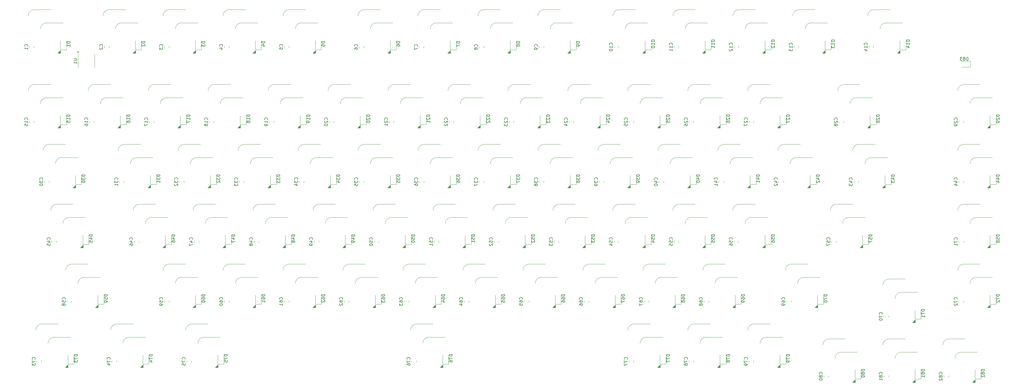
<source format=gbr>
%TF.GenerationSoftware,KiCad,Pcbnew,9.0.2*%
%TF.CreationDate,2025-06-21T15:39:45+05:00*%
%TF.ProjectId,KB75,4b423735-2e6b-4696-9361-645f70636258,V1*%
%TF.SameCoordinates,Original*%
%TF.FileFunction,Legend,Bot*%
%TF.FilePolarity,Positive*%
%FSLAX46Y46*%
G04 Gerber Fmt 4.6, Leading zero omitted, Abs format (unit mm)*
G04 Created by KiCad (PCBNEW 9.0.2) date 2025-06-21 15:39:45*
%MOMM*%
%LPD*%
G01*
G04 APERTURE LIST*
%ADD10C,0.150000*%
%ADD11C,0.100000*%
%ADD12C,0.120000*%
G04 APERTURE END LIST*
D10*
X280359580Y-97557142D02*
X280407200Y-97509523D01*
X280407200Y-97509523D02*
X280454819Y-97366666D01*
X280454819Y-97366666D02*
X280454819Y-97271428D01*
X280454819Y-97271428D02*
X280407200Y-97128571D01*
X280407200Y-97128571D02*
X280311961Y-97033333D01*
X280311961Y-97033333D02*
X280216723Y-96985714D01*
X280216723Y-96985714D02*
X280026247Y-96938095D01*
X280026247Y-96938095D02*
X279883390Y-96938095D01*
X279883390Y-96938095D02*
X279692914Y-96985714D01*
X279692914Y-96985714D02*
X279597676Y-97033333D01*
X279597676Y-97033333D02*
X279502438Y-97128571D01*
X279502438Y-97128571D02*
X279454819Y-97271428D01*
X279454819Y-97271428D02*
X279454819Y-97366666D01*
X279454819Y-97366666D02*
X279502438Y-97509523D01*
X279502438Y-97509523D02*
X279550057Y-97557142D01*
X279788152Y-98414285D02*
X280454819Y-98414285D01*
X279407200Y-98176190D02*
X280121485Y-97938095D01*
X280121485Y-97938095D02*
X280121485Y-98557142D01*
X279550057Y-98890476D02*
X279502438Y-98938095D01*
X279502438Y-98938095D02*
X279454819Y-99033333D01*
X279454819Y-99033333D02*
X279454819Y-99271428D01*
X279454819Y-99271428D02*
X279502438Y-99366666D01*
X279502438Y-99366666D02*
X279550057Y-99414285D01*
X279550057Y-99414285D02*
X279645295Y-99461904D01*
X279645295Y-99461904D02*
X279740533Y-99461904D01*
X279740533Y-99461904D02*
X279883390Y-99414285D01*
X279883390Y-99414285D02*
X280454819Y-98842857D01*
X280454819Y-98842857D02*
X280454819Y-99461904D01*
X81933569Y-153135714D02*
X80933569Y-153135714D01*
X80933569Y-153135714D02*
X80933569Y-153373809D01*
X80933569Y-153373809D02*
X80981188Y-153516666D01*
X80981188Y-153516666D02*
X81076426Y-153611904D01*
X81076426Y-153611904D02*
X81171664Y-153659523D01*
X81171664Y-153659523D02*
X81362140Y-153707142D01*
X81362140Y-153707142D02*
X81504997Y-153707142D01*
X81504997Y-153707142D02*
X81695473Y-153659523D01*
X81695473Y-153659523D02*
X81790711Y-153611904D01*
X81790711Y-153611904D02*
X81885950Y-153516666D01*
X81885950Y-153516666D02*
X81933569Y-153373809D01*
X81933569Y-153373809D02*
X81933569Y-153135714D01*
X80933569Y-154040476D02*
X80933569Y-154707142D01*
X80933569Y-154707142D02*
X81933569Y-154278571D01*
X81266902Y-155516666D02*
X81933569Y-155516666D01*
X80885950Y-155278571D02*
X81600235Y-155040476D01*
X81600235Y-155040476D02*
X81600235Y-155659523D01*
X222427319Y-115035714D02*
X221427319Y-115035714D01*
X221427319Y-115035714D02*
X221427319Y-115273809D01*
X221427319Y-115273809D02*
X221474938Y-115416666D01*
X221474938Y-115416666D02*
X221570176Y-115511904D01*
X221570176Y-115511904D02*
X221665414Y-115559523D01*
X221665414Y-115559523D02*
X221855890Y-115607142D01*
X221855890Y-115607142D02*
X221998747Y-115607142D01*
X221998747Y-115607142D02*
X222189223Y-115559523D01*
X222189223Y-115559523D02*
X222284461Y-115511904D01*
X222284461Y-115511904D02*
X222379700Y-115416666D01*
X222379700Y-115416666D02*
X222427319Y-115273809D01*
X222427319Y-115273809D02*
X222427319Y-115035714D01*
X221427319Y-116511904D02*
X221427319Y-116035714D01*
X221427319Y-116035714D02*
X221903509Y-115988095D01*
X221903509Y-115988095D02*
X221855890Y-116035714D01*
X221855890Y-116035714D02*
X221808271Y-116130952D01*
X221808271Y-116130952D02*
X221808271Y-116369047D01*
X221808271Y-116369047D02*
X221855890Y-116464285D01*
X221855890Y-116464285D02*
X221903509Y-116511904D01*
X221903509Y-116511904D02*
X221998747Y-116559523D01*
X221998747Y-116559523D02*
X222236842Y-116559523D01*
X222236842Y-116559523D02*
X222332080Y-116511904D01*
X222332080Y-116511904D02*
X222379700Y-116464285D01*
X222379700Y-116464285D02*
X222427319Y-116369047D01*
X222427319Y-116369047D02*
X222427319Y-116130952D01*
X222427319Y-116130952D02*
X222379700Y-116035714D01*
X222379700Y-116035714D02*
X222332080Y-115988095D01*
X221427319Y-116892857D02*
X221427319Y-117511904D01*
X221427319Y-117511904D02*
X221808271Y-117178571D01*
X221808271Y-117178571D02*
X221808271Y-117321428D01*
X221808271Y-117321428D02*
X221855890Y-117416666D01*
X221855890Y-117416666D02*
X221903509Y-117464285D01*
X221903509Y-117464285D02*
X221998747Y-117511904D01*
X221998747Y-117511904D02*
X222236842Y-117511904D01*
X222236842Y-117511904D02*
X222332080Y-117464285D01*
X222332080Y-117464285D02*
X222379700Y-117416666D01*
X222379700Y-117416666D02*
X222427319Y-117321428D01*
X222427319Y-117321428D02*
X222427319Y-117035714D01*
X222427319Y-117035714D02*
X222379700Y-116940476D01*
X222379700Y-116940476D02*
X222332080Y-116892857D01*
X146227319Y-115035714D02*
X145227319Y-115035714D01*
X145227319Y-115035714D02*
X145227319Y-115273809D01*
X145227319Y-115273809D02*
X145274938Y-115416666D01*
X145274938Y-115416666D02*
X145370176Y-115511904D01*
X145370176Y-115511904D02*
X145465414Y-115559523D01*
X145465414Y-115559523D02*
X145655890Y-115607142D01*
X145655890Y-115607142D02*
X145798747Y-115607142D01*
X145798747Y-115607142D02*
X145989223Y-115559523D01*
X145989223Y-115559523D02*
X146084461Y-115511904D01*
X146084461Y-115511904D02*
X146179700Y-115416666D01*
X146179700Y-115416666D02*
X146227319Y-115273809D01*
X146227319Y-115273809D02*
X146227319Y-115035714D01*
X145560652Y-116464285D02*
X146227319Y-116464285D01*
X145179700Y-116226190D02*
X145893985Y-115988095D01*
X145893985Y-115988095D02*
X145893985Y-116607142D01*
X146227319Y-117035714D02*
X146227319Y-117226190D01*
X146227319Y-117226190D02*
X146179700Y-117321428D01*
X146179700Y-117321428D02*
X146132080Y-117369047D01*
X146132080Y-117369047D02*
X145989223Y-117464285D01*
X145989223Y-117464285D02*
X145798747Y-117511904D01*
X145798747Y-117511904D02*
X145417795Y-117511904D01*
X145417795Y-117511904D02*
X145322557Y-117464285D01*
X145322557Y-117464285D02*
X145274938Y-117416666D01*
X145274938Y-117416666D02*
X145227319Y-117321428D01*
X145227319Y-117321428D02*
X145227319Y-117130952D01*
X145227319Y-117130952D02*
X145274938Y-117035714D01*
X145274938Y-117035714D02*
X145322557Y-116988095D01*
X145322557Y-116988095D02*
X145417795Y-116940476D01*
X145417795Y-116940476D02*
X145655890Y-116940476D01*
X145655890Y-116940476D02*
X145751128Y-116988095D01*
X145751128Y-116988095D02*
X145798747Y-117035714D01*
X145798747Y-117035714D02*
X145846366Y-117130952D01*
X145846366Y-117130952D02*
X145846366Y-117321428D01*
X145846366Y-117321428D02*
X145798747Y-117416666D01*
X145798747Y-117416666D02*
X145751128Y-117464285D01*
X145751128Y-117464285D02*
X145655890Y-117511904D01*
X255764819Y-95985714D02*
X254764819Y-95985714D01*
X254764819Y-95985714D02*
X254764819Y-96223809D01*
X254764819Y-96223809D02*
X254812438Y-96366666D01*
X254812438Y-96366666D02*
X254907676Y-96461904D01*
X254907676Y-96461904D02*
X255002914Y-96509523D01*
X255002914Y-96509523D02*
X255193390Y-96557142D01*
X255193390Y-96557142D02*
X255336247Y-96557142D01*
X255336247Y-96557142D02*
X255526723Y-96509523D01*
X255526723Y-96509523D02*
X255621961Y-96461904D01*
X255621961Y-96461904D02*
X255717200Y-96366666D01*
X255717200Y-96366666D02*
X255764819Y-96223809D01*
X255764819Y-96223809D02*
X255764819Y-95985714D01*
X255098152Y-97414285D02*
X255764819Y-97414285D01*
X254717200Y-97176190D02*
X255431485Y-96938095D01*
X255431485Y-96938095D02*
X255431485Y-97557142D01*
X254764819Y-98128571D02*
X254764819Y-98223809D01*
X254764819Y-98223809D02*
X254812438Y-98319047D01*
X254812438Y-98319047D02*
X254860057Y-98366666D01*
X254860057Y-98366666D02*
X254955295Y-98414285D01*
X254955295Y-98414285D02*
X255145771Y-98461904D01*
X255145771Y-98461904D02*
X255383866Y-98461904D01*
X255383866Y-98461904D02*
X255574342Y-98414285D01*
X255574342Y-98414285D02*
X255669580Y-98366666D01*
X255669580Y-98366666D02*
X255717200Y-98319047D01*
X255717200Y-98319047D02*
X255764819Y-98223809D01*
X255764819Y-98223809D02*
X255764819Y-98128571D01*
X255764819Y-98128571D02*
X255717200Y-98033333D01*
X255717200Y-98033333D02*
X255669580Y-97985714D01*
X255669580Y-97985714D02*
X255574342Y-97938095D01*
X255574342Y-97938095D02*
X255383866Y-97890476D01*
X255383866Y-97890476D02*
X255145771Y-97890476D01*
X255145771Y-97890476D02*
X254955295Y-97938095D01*
X254955295Y-97938095D02*
X254860057Y-97985714D01*
X254860057Y-97985714D02*
X254812438Y-98033333D01*
X254812438Y-98033333D02*
X254764819Y-98128571D01*
X142247080Y-135657142D02*
X142294700Y-135609523D01*
X142294700Y-135609523D02*
X142342319Y-135466666D01*
X142342319Y-135466666D02*
X142342319Y-135371428D01*
X142342319Y-135371428D02*
X142294700Y-135228571D01*
X142294700Y-135228571D02*
X142199461Y-135133333D01*
X142199461Y-135133333D02*
X142104223Y-135085714D01*
X142104223Y-135085714D02*
X141913747Y-135038095D01*
X141913747Y-135038095D02*
X141770890Y-135038095D01*
X141770890Y-135038095D02*
X141580414Y-135085714D01*
X141580414Y-135085714D02*
X141485176Y-135133333D01*
X141485176Y-135133333D02*
X141389938Y-135228571D01*
X141389938Y-135228571D02*
X141342319Y-135371428D01*
X141342319Y-135371428D02*
X141342319Y-135466666D01*
X141342319Y-135466666D02*
X141389938Y-135609523D01*
X141389938Y-135609523D02*
X141437557Y-135657142D01*
X141342319Y-136514285D02*
X141342319Y-136323809D01*
X141342319Y-136323809D02*
X141389938Y-136228571D01*
X141389938Y-136228571D02*
X141437557Y-136180952D01*
X141437557Y-136180952D02*
X141580414Y-136085714D01*
X141580414Y-136085714D02*
X141770890Y-136038095D01*
X141770890Y-136038095D02*
X142151842Y-136038095D01*
X142151842Y-136038095D02*
X142247080Y-136085714D01*
X142247080Y-136085714D02*
X142294700Y-136133333D01*
X142294700Y-136133333D02*
X142342319Y-136228571D01*
X142342319Y-136228571D02*
X142342319Y-136419047D01*
X142342319Y-136419047D02*
X142294700Y-136514285D01*
X142294700Y-136514285D02*
X142247080Y-136561904D01*
X142247080Y-136561904D02*
X142151842Y-136609523D01*
X142151842Y-136609523D02*
X141913747Y-136609523D01*
X141913747Y-136609523D02*
X141818509Y-136561904D01*
X141818509Y-136561904D02*
X141770890Y-136514285D01*
X141770890Y-136514285D02*
X141723271Y-136419047D01*
X141723271Y-136419047D02*
X141723271Y-136228571D01*
X141723271Y-136228571D02*
X141770890Y-136133333D01*
X141770890Y-136133333D02*
X141818509Y-136085714D01*
X141818509Y-136085714D02*
X141913747Y-136038095D01*
X141437557Y-136990476D02*
X141389938Y-137038095D01*
X141389938Y-137038095D02*
X141342319Y-137133333D01*
X141342319Y-137133333D02*
X141342319Y-137371428D01*
X141342319Y-137371428D02*
X141389938Y-137466666D01*
X141389938Y-137466666D02*
X141437557Y-137514285D01*
X141437557Y-137514285D02*
X141532795Y-137561904D01*
X141532795Y-137561904D02*
X141628033Y-137561904D01*
X141628033Y-137561904D02*
X141770890Y-137514285D01*
X141770890Y-137514285D02*
X142342319Y-136942857D01*
X142342319Y-136942857D02*
X142342319Y-137561904D01*
X117652319Y-134085714D02*
X116652319Y-134085714D01*
X116652319Y-134085714D02*
X116652319Y-134323809D01*
X116652319Y-134323809D02*
X116699938Y-134466666D01*
X116699938Y-134466666D02*
X116795176Y-134561904D01*
X116795176Y-134561904D02*
X116890414Y-134609523D01*
X116890414Y-134609523D02*
X117080890Y-134657142D01*
X117080890Y-134657142D02*
X117223747Y-134657142D01*
X117223747Y-134657142D02*
X117414223Y-134609523D01*
X117414223Y-134609523D02*
X117509461Y-134561904D01*
X117509461Y-134561904D02*
X117604700Y-134466666D01*
X117604700Y-134466666D02*
X117652319Y-134323809D01*
X117652319Y-134323809D02*
X117652319Y-134085714D01*
X116652319Y-135514285D02*
X116652319Y-135323809D01*
X116652319Y-135323809D02*
X116699938Y-135228571D01*
X116699938Y-135228571D02*
X116747557Y-135180952D01*
X116747557Y-135180952D02*
X116890414Y-135085714D01*
X116890414Y-135085714D02*
X117080890Y-135038095D01*
X117080890Y-135038095D02*
X117461842Y-135038095D01*
X117461842Y-135038095D02*
X117557080Y-135085714D01*
X117557080Y-135085714D02*
X117604700Y-135133333D01*
X117604700Y-135133333D02*
X117652319Y-135228571D01*
X117652319Y-135228571D02*
X117652319Y-135419047D01*
X117652319Y-135419047D02*
X117604700Y-135514285D01*
X117604700Y-135514285D02*
X117557080Y-135561904D01*
X117557080Y-135561904D02*
X117461842Y-135609523D01*
X117461842Y-135609523D02*
X117223747Y-135609523D01*
X117223747Y-135609523D02*
X117128509Y-135561904D01*
X117128509Y-135561904D02*
X117080890Y-135514285D01*
X117080890Y-135514285D02*
X117033271Y-135419047D01*
X117033271Y-135419047D02*
X117033271Y-135228571D01*
X117033271Y-135228571D02*
X117080890Y-135133333D01*
X117080890Y-135133333D02*
X117128509Y-135085714D01*
X117128509Y-135085714D02*
X117223747Y-135038095D01*
X117652319Y-136561904D02*
X117652319Y-135990476D01*
X117652319Y-136276190D02*
X116652319Y-136276190D01*
X116652319Y-136276190D02*
X116795176Y-136180952D01*
X116795176Y-136180952D02*
X116890414Y-136085714D01*
X116890414Y-136085714D02*
X116938033Y-135990476D01*
X105746069Y-153135714D02*
X104746069Y-153135714D01*
X104746069Y-153135714D02*
X104746069Y-153373809D01*
X104746069Y-153373809D02*
X104793688Y-153516666D01*
X104793688Y-153516666D02*
X104888926Y-153611904D01*
X104888926Y-153611904D02*
X104984164Y-153659523D01*
X104984164Y-153659523D02*
X105174640Y-153707142D01*
X105174640Y-153707142D02*
X105317497Y-153707142D01*
X105317497Y-153707142D02*
X105507973Y-153659523D01*
X105507973Y-153659523D02*
X105603211Y-153611904D01*
X105603211Y-153611904D02*
X105698450Y-153516666D01*
X105698450Y-153516666D02*
X105746069Y-153373809D01*
X105746069Y-153373809D02*
X105746069Y-153135714D01*
X104746069Y-154040476D02*
X104746069Y-154707142D01*
X104746069Y-154707142D02*
X105746069Y-154278571D01*
X104746069Y-155564285D02*
X104746069Y-155088095D01*
X104746069Y-155088095D02*
X105222259Y-155040476D01*
X105222259Y-155040476D02*
X105174640Y-155088095D01*
X105174640Y-155088095D02*
X105127021Y-155183333D01*
X105127021Y-155183333D02*
X105127021Y-155421428D01*
X105127021Y-155421428D02*
X105174640Y-155516666D01*
X105174640Y-155516666D02*
X105222259Y-155564285D01*
X105222259Y-155564285D02*
X105317497Y-155611904D01*
X105317497Y-155611904D02*
X105555592Y-155611904D01*
X105555592Y-155611904D02*
X105650830Y-155564285D01*
X105650830Y-155564285D02*
X105698450Y-155516666D01*
X105698450Y-155516666D02*
X105746069Y-155421428D01*
X105746069Y-155421428D02*
X105746069Y-155183333D01*
X105746069Y-155183333D02*
X105698450Y-155088095D01*
X105698450Y-155088095D02*
X105650830Y-155040476D01*
X293864819Y-95985714D02*
X292864819Y-95985714D01*
X292864819Y-95985714D02*
X292864819Y-96223809D01*
X292864819Y-96223809D02*
X292912438Y-96366666D01*
X292912438Y-96366666D02*
X293007676Y-96461904D01*
X293007676Y-96461904D02*
X293102914Y-96509523D01*
X293102914Y-96509523D02*
X293293390Y-96557142D01*
X293293390Y-96557142D02*
X293436247Y-96557142D01*
X293436247Y-96557142D02*
X293626723Y-96509523D01*
X293626723Y-96509523D02*
X293721961Y-96461904D01*
X293721961Y-96461904D02*
X293817200Y-96366666D01*
X293817200Y-96366666D02*
X293864819Y-96223809D01*
X293864819Y-96223809D02*
X293864819Y-95985714D01*
X293198152Y-97414285D02*
X293864819Y-97414285D01*
X292817200Y-97176190D02*
X293531485Y-96938095D01*
X293531485Y-96938095D02*
X293531485Y-97557142D01*
X292960057Y-97890476D02*
X292912438Y-97938095D01*
X292912438Y-97938095D02*
X292864819Y-98033333D01*
X292864819Y-98033333D02*
X292864819Y-98271428D01*
X292864819Y-98271428D02*
X292912438Y-98366666D01*
X292912438Y-98366666D02*
X292960057Y-98414285D01*
X292960057Y-98414285D02*
X293055295Y-98461904D01*
X293055295Y-98461904D02*
X293150533Y-98461904D01*
X293150533Y-98461904D02*
X293293390Y-98414285D01*
X293293390Y-98414285D02*
X293864819Y-97842857D01*
X293864819Y-97842857D02*
X293864819Y-98461904D01*
X247022080Y-54694642D02*
X247069700Y-54647023D01*
X247069700Y-54647023D02*
X247117319Y-54504166D01*
X247117319Y-54504166D02*
X247117319Y-54408928D01*
X247117319Y-54408928D02*
X247069700Y-54266071D01*
X247069700Y-54266071D02*
X246974461Y-54170833D01*
X246974461Y-54170833D02*
X246879223Y-54123214D01*
X246879223Y-54123214D02*
X246688747Y-54075595D01*
X246688747Y-54075595D02*
X246545890Y-54075595D01*
X246545890Y-54075595D02*
X246355414Y-54123214D01*
X246355414Y-54123214D02*
X246260176Y-54170833D01*
X246260176Y-54170833D02*
X246164938Y-54266071D01*
X246164938Y-54266071D02*
X246117319Y-54408928D01*
X246117319Y-54408928D02*
X246117319Y-54504166D01*
X246117319Y-54504166D02*
X246164938Y-54647023D01*
X246164938Y-54647023D02*
X246212557Y-54694642D01*
X247117319Y-55647023D02*
X247117319Y-55075595D01*
X247117319Y-55361309D02*
X246117319Y-55361309D01*
X246117319Y-55361309D02*
X246260176Y-55266071D01*
X246260176Y-55266071D02*
X246355414Y-55170833D01*
X246355414Y-55170833D02*
X246403033Y-55075595D01*
X247117319Y-56599404D02*
X247117319Y-56027976D01*
X247117319Y-56313690D02*
X246117319Y-56313690D01*
X246117319Y-56313690D02*
X246260176Y-56218452D01*
X246260176Y-56218452D02*
X246355414Y-56123214D01*
X246355414Y-56123214D02*
X246403033Y-56027976D01*
X179564819Y-95985714D02*
X178564819Y-95985714D01*
X178564819Y-95985714D02*
X178564819Y-96223809D01*
X178564819Y-96223809D02*
X178612438Y-96366666D01*
X178612438Y-96366666D02*
X178707676Y-96461904D01*
X178707676Y-96461904D02*
X178802914Y-96509523D01*
X178802914Y-96509523D02*
X178993390Y-96557142D01*
X178993390Y-96557142D02*
X179136247Y-96557142D01*
X179136247Y-96557142D02*
X179326723Y-96509523D01*
X179326723Y-96509523D02*
X179421961Y-96461904D01*
X179421961Y-96461904D02*
X179517200Y-96366666D01*
X179517200Y-96366666D02*
X179564819Y-96223809D01*
X179564819Y-96223809D02*
X179564819Y-95985714D01*
X178564819Y-96890476D02*
X178564819Y-97509523D01*
X178564819Y-97509523D02*
X178945771Y-97176190D01*
X178945771Y-97176190D02*
X178945771Y-97319047D01*
X178945771Y-97319047D02*
X178993390Y-97414285D01*
X178993390Y-97414285D02*
X179041009Y-97461904D01*
X179041009Y-97461904D02*
X179136247Y-97509523D01*
X179136247Y-97509523D02*
X179374342Y-97509523D01*
X179374342Y-97509523D02*
X179469580Y-97461904D01*
X179469580Y-97461904D02*
X179517200Y-97414285D01*
X179517200Y-97414285D02*
X179564819Y-97319047D01*
X179564819Y-97319047D02*
X179564819Y-97033333D01*
X179564819Y-97033333D02*
X179517200Y-96938095D01*
X179517200Y-96938095D02*
X179469580Y-96890476D01*
X178564819Y-98366666D02*
X178564819Y-98176190D01*
X178564819Y-98176190D02*
X178612438Y-98080952D01*
X178612438Y-98080952D02*
X178660057Y-98033333D01*
X178660057Y-98033333D02*
X178802914Y-97938095D01*
X178802914Y-97938095D02*
X178993390Y-97890476D01*
X178993390Y-97890476D02*
X179374342Y-97890476D01*
X179374342Y-97890476D02*
X179469580Y-97938095D01*
X179469580Y-97938095D02*
X179517200Y-97985714D01*
X179517200Y-97985714D02*
X179564819Y-98080952D01*
X179564819Y-98080952D02*
X179564819Y-98271428D01*
X179564819Y-98271428D02*
X179517200Y-98366666D01*
X179517200Y-98366666D02*
X179469580Y-98414285D01*
X179469580Y-98414285D02*
X179374342Y-98461904D01*
X179374342Y-98461904D02*
X179136247Y-98461904D01*
X179136247Y-98461904D02*
X179041009Y-98414285D01*
X179041009Y-98414285D02*
X178993390Y-98366666D01*
X178993390Y-98366666D02*
X178945771Y-98271428D01*
X178945771Y-98271428D02*
X178945771Y-98080952D01*
X178945771Y-98080952D02*
X178993390Y-97985714D01*
X178993390Y-97985714D02*
X179041009Y-97938095D01*
X179041009Y-97938095D02*
X179136247Y-97890476D01*
X108127319Y-115035714D02*
X107127319Y-115035714D01*
X107127319Y-115035714D02*
X107127319Y-115273809D01*
X107127319Y-115273809D02*
X107174938Y-115416666D01*
X107174938Y-115416666D02*
X107270176Y-115511904D01*
X107270176Y-115511904D02*
X107365414Y-115559523D01*
X107365414Y-115559523D02*
X107555890Y-115607142D01*
X107555890Y-115607142D02*
X107698747Y-115607142D01*
X107698747Y-115607142D02*
X107889223Y-115559523D01*
X107889223Y-115559523D02*
X107984461Y-115511904D01*
X107984461Y-115511904D02*
X108079700Y-115416666D01*
X108079700Y-115416666D02*
X108127319Y-115273809D01*
X108127319Y-115273809D02*
X108127319Y-115035714D01*
X107460652Y-116464285D02*
X108127319Y-116464285D01*
X107079700Y-116226190D02*
X107793985Y-115988095D01*
X107793985Y-115988095D02*
X107793985Y-116607142D01*
X107127319Y-116892857D02*
X107127319Y-117559523D01*
X107127319Y-117559523D02*
X108127319Y-117130952D01*
X285122080Y-54694642D02*
X285169700Y-54647023D01*
X285169700Y-54647023D02*
X285217319Y-54504166D01*
X285217319Y-54504166D02*
X285217319Y-54408928D01*
X285217319Y-54408928D02*
X285169700Y-54266071D01*
X285169700Y-54266071D02*
X285074461Y-54170833D01*
X285074461Y-54170833D02*
X284979223Y-54123214D01*
X284979223Y-54123214D02*
X284788747Y-54075595D01*
X284788747Y-54075595D02*
X284645890Y-54075595D01*
X284645890Y-54075595D02*
X284455414Y-54123214D01*
X284455414Y-54123214D02*
X284360176Y-54170833D01*
X284360176Y-54170833D02*
X284264938Y-54266071D01*
X284264938Y-54266071D02*
X284217319Y-54408928D01*
X284217319Y-54408928D02*
X284217319Y-54504166D01*
X284217319Y-54504166D02*
X284264938Y-54647023D01*
X284264938Y-54647023D02*
X284312557Y-54694642D01*
X285217319Y-55647023D02*
X285217319Y-55075595D01*
X285217319Y-55361309D02*
X284217319Y-55361309D01*
X284217319Y-55361309D02*
X284360176Y-55266071D01*
X284360176Y-55266071D02*
X284455414Y-55170833D01*
X284455414Y-55170833D02*
X284503033Y-55075595D01*
X284217319Y-55980357D02*
X284217319Y-56599404D01*
X284217319Y-56599404D02*
X284598271Y-56266071D01*
X284598271Y-56266071D02*
X284598271Y-56408928D01*
X284598271Y-56408928D02*
X284645890Y-56504166D01*
X284645890Y-56504166D02*
X284693509Y-56551785D01*
X284693509Y-56551785D02*
X284788747Y-56599404D01*
X284788747Y-56599404D02*
X285026842Y-56599404D01*
X285026842Y-56599404D02*
X285122080Y-56551785D01*
X285122080Y-56551785D02*
X285169700Y-56504166D01*
X285169700Y-56504166D02*
X285217319Y-56408928D01*
X285217319Y-56408928D02*
X285217319Y-56123214D01*
X285217319Y-56123214D02*
X285169700Y-56027976D01*
X285169700Y-56027976D02*
X285122080Y-55980357D01*
X232734580Y-154707142D02*
X232782200Y-154659523D01*
X232782200Y-154659523D02*
X232829819Y-154516666D01*
X232829819Y-154516666D02*
X232829819Y-154421428D01*
X232829819Y-154421428D02*
X232782200Y-154278571D01*
X232782200Y-154278571D02*
X232686961Y-154183333D01*
X232686961Y-154183333D02*
X232591723Y-154135714D01*
X232591723Y-154135714D02*
X232401247Y-154088095D01*
X232401247Y-154088095D02*
X232258390Y-154088095D01*
X232258390Y-154088095D02*
X232067914Y-154135714D01*
X232067914Y-154135714D02*
X231972676Y-154183333D01*
X231972676Y-154183333D02*
X231877438Y-154278571D01*
X231877438Y-154278571D02*
X231829819Y-154421428D01*
X231829819Y-154421428D02*
X231829819Y-154516666D01*
X231829819Y-154516666D02*
X231877438Y-154659523D01*
X231877438Y-154659523D02*
X231925057Y-154707142D01*
X231829819Y-155040476D02*
X231829819Y-155707142D01*
X231829819Y-155707142D02*
X232829819Y-155278571D01*
X231829819Y-155992857D02*
X231829819Y-156659523D01*
X231829819Y-156659523D02*
X232829819Y-156230952D01*
X170822080Y-116607142D02*
X170869700Y-116559523D01*
X170869700Y-116559523D02*
X170917319Y-116416666D01*
X170917319Y-116416666D02*
X170917319Y-116321428D01*
X170917319Y-116321428D02*
X170869700Y-116178571D01*
X170869700Y-116178571D02*
X170774461Y-116083333D01*
X170774461Y-116083333D02*
X170679223Y-116035714D01*
X170679223Y-116035714D02*
X170488747Y-115988095D01*
X170488747Y-115988095D02*
X170345890Y-115988095D01*
X170345890Y-115988095D02*
X170155414Y-116035714D01*
X170155414Y-116035714D02*
X170060176Y-116083333D01*
X170060176Y-116083333D02*
X169964938Y-116178571D01*
X169964938Y-116178571D02*
X169917319Y-116321428D01*
X169917319Y-116321428D02*
X169917319Y-116416666D01*
X169917319Y-116416666D02*
X169964938Y-116559523D01*
X169964938Y-116559523D02*
X170012557Y-116607142D01*
X169917319Y-117511904D02*
X169917319Y-117035714D01*
X169917319Y-117035714D02*
X170393509Y-116988095D01*
X170393509Y-116988095D02*
X170345890Y-117035714D01*
X170345890Y-117035714D02*
X170298271Y-117130952D01*
X170298271Y-117130952D02*
X170298271Y-117369047D01*
X170298271Y-117369047D02*
X170345890Y-117464285D01*
X170345890Y-117464285D02*
X170393509Y-117511904D01*
X170393509Y-117511904D02*
X170488747Y-117559523D01*
X170488747Y-117559523D02*
X170726842Y-117559523D01*
X170726842Y-117559523D02*
X170822080Y-117511904D01*
X170822080Y-117511904D02*
X170869700Y-117464285D01*
X170869700Y-117464285D02*
X170917319Y-117369047D01*
X170917319Y-117369047D02*
X170917319Y-117130952D01*
X170917319Y-117130952D02*
X170869700Y-117035714D01*
X170869700Y-117035714D02*
X170822080Y-116988095D01*
X170917319Y-118511904D02*
X170917319Y-117940476D01*
X170917319Y-118226190D02*
X169917319Y-118226190D01*
X169917319Y-118226190D02*
X170060176Y-118130952D01*
X170060176Y-118130952D02*
X170155414Y-118035714D01*
X170155414Y-118035714D02*
X170203033Y-117940476D01*
X198614819Y-95985714D02*
X197614819Y-95985714D01*
X197614819Y-95985714D02*
X197614819Y-96223809D01*
X197614819Y-96223809D02*
X197662438Y-96366666D01*
X197662438Y-96366666D02*
X197757676Y-96461904D01*
X197757676Y-96461904D02*
X197852914Y-96509523D01*
X197852914Y-96509523D02*
X198043390Y-96557142D01*
X198043390Y-96557142D02*
X198186247Y-96557142D01*
X198186247Y-96557142D02*
X198376723Y-96509523D01*
X198376723Y-96509523D02*
X198471961Y-96461904D01*
X198471961Y-96461904D02*
X198567200Y-96366666D01*
X198567200Y-96366666D02*
X198614819Y-96223809D01*
X198614819Y-96223809D02*
X198614819Y-95985714D01*
X197614819Y-96890476D02*
X197614819Y-97509523D01*
X197614819Y-97509523D02*
X197995771Y-97176190D01*
X197995771Y-97176190D02*
X197995771Y-97319047D01*
X197995771Y-97319047D02*
X198043390Y-97414285D01*
X198043390Y-97414285D02*
X198091009Y-97461904D01*
X198091009Y-97461904D02*
X198186247Y-97509523D01*
X198186247Y-97509523D02*
X198424342Y-97509523D01*
X198424342Y-97509523D02*
X198519580Y-97461904D01*
X198519580Y-97461904D02*
X198567200Y-97414285D01*
X198567200Y-97414285D02*
X198614819Y-97319047D01*
X198614819Y-97319047D02*
X198614819Y-97033333D01*
X198614819Y-97033333D02*
X198567200Y-96938095D01*
X198567200Y-96938095D02*
X198519580Y-96890476D01*
X197614819Y-97842857D02*
X197614819Y-98509523D01*
X197614819Y-98509523D02*
X198614819Y-98080952D01*
X84314819Y-95985714D02*
X83314819Y-95985714D01*
X83314819Y-95985714D02*
X83314819Y-96223809D01*
X83314819Y-96223809D02*
X83362438Y-96366666D01*
X83362438Y-96366666D02*
X83457676Y-96461904D01*
X83457676Y-96461904D02*
X83552914Y-96509523D01*
X83552914Y-96509523D02*
X83743390Y-96557142D01*
X83743390Y-96557142D02*
X83886247Y-96557142D01*
X83886247Y-96557142D02*
X84076723Y-96509523D01*
X84076723Y-96509523D02*
X84171961Y-96461904D01*
X84171961Y-96461904D02*
X84267200Y-96366666D01*
X84267200Y-96366666D02*
X84314819Y-96223809D01*
X84314819Y-96223809D02*
X84314819Y-95985714D01*
X83314819Y-96890476D02*
X83314819Y-97509523D01*
X83314819Y-97509523D02*
X83695771Y-97176190D01*
X83695771Y-97176190D02*
X83695771Y-97319047D01*
X83695771Y-97319047D02*
X83743390Y-97414285D01*
X83743390Y-97414285D02*
X83791009Y-97461904D01*
X83791009Y-97461904D02*
X83886247Y-97509523D01*
X83886247Y-97509523D02*
X84124342Y-97509523D01*
X84124342Y-97509523D02*
X84219580Y-97461904D01*
X84219580Y-97461904D02*
X84267200Y-97414285D01*
X84267200Y-97414285D02*
X84314819Y-97319047D01*
X84314819Y-97319047D02*
X84314819Y-97033333D01*
X84314819Y-97033333D02*
X84267200Y-96938095D01*
X84267200Y-96938095D02*
X84219580Y-96890476D01*
X84314819Y-98461904D02*
X84314819Y-97890476D01*
X84314819Y-98176190D02*
X83314819Y-98176190D01*
X83314819Y-98176190D02*
X83457676Y-98080952D01*
X83457676Y-98080952D02*
X83552914Y-97985714D01*
X83552914Y-97985714D02*
X83600533Y-97890476D01*
X312914819Y-76935714D02*
X311914819Y-76935714D01*
X311914819Y-76935714D02*
X311914819Y-77173809D01*
X311914819Y-77173809D02*
X311962438Y-77316666D01*
X311962438Y-77316666D02*
X312057676Y-77411904D01*
X312057676Y-77411904D02*
X312152914Y-77459523D01*
X312152914Y-77459523D02*
X312343390Y-77507142D01*
X312343390Y-77507142D02*
X312486247Y-77507142D01*
X312486247Y-77507142D02*
X312676723Y-77459523D01*
X312676723Y-77459523D02*
X312771961Y-77411904D01*
X312771961Y-77411904D02*
X312867200Y-77316666D01*
X312867200Y-77316666D02*
X312914819Y-77173809D01*
X312914819Y-77173809D02*
X312914819Y-76935714D01*
X312010057Y-77888095D02*
X311962438Y-77935714D01*
X311962438Y-77935714D02*
X311914819Y-78030952D01*
X311914819Y-78030952D02*
X311914819Y-78269047D01*
X311914819Y-78269047D02*
X311962438Y-78364285D01*
X311962438Y-78364285D02*
X312010057Y-78411904D01*
X312010057Y-78411904D02*
X312105295Y-78459523D01*
X312105295Y-78459523D02*
X312200533Y-78459523D01*
X312200533Y-78459523D02*
X312343390Y-78411904D01*
X312343390Y-78411904D02*
X312914819Y-77840476D01*
X312914819Y-77840476D02*
X312914819Y-78459523D01*
X312343390Y-79030952D02*
X312295771Y-78935714D01*
X312295771Y-78935714D02*
X312248152Y-78888095D01*
X312248152Y-78888095D02*
X312152914Y-78840476D01*
X312152914Y-78840476D02*
X312105295Y-78840476D01*
X312105295Y-78840476D02*
X312010057Y-78888095D01*
X312010057Y-78888095D02*
X311962438Y-78935714D01*
X311962438Y-78935714D02*
X311914819Y-79030952D01*
X311914819Y-79030952D02*
X311914819Y-79221428D01*
X311914819Y-79221428D02*
X311962438Y-79316666D01*
X311962438Y-79316666D02*
X312010057Y-79364285D01*
X312010057Y-79364285D02*
X312105295Y-79411904D01*
X312105295Y-79411904D02*
X312152914Y-79411904D01*
X312152914Y-79411904D02*
X312248152Y-79364285D01*
X312248152Y-79364285D02*
X312295771Y-79316666D01*
X312295771Y-79316666D02*
X312343390Y-79221428D01*
X312343390Y-79221428D02*
X312343390Y-79030952D01*
X312343390Y-79030952D02*
X312391009Y-78935714D01*
X312391009Y-78935714D02*
X312438628Y-78888095D01*
X312438628Y-78888095D02*
X312533866Y-78840476D01*
X312533866Y-78840476D02*
X312724342Y-78840476D01*
X312724342Y-78840476D02*
X312819580Y-78888095D01*
X312819580Y-78888095D02*
X312867200Y-78935714D01*
X312867200Y-78935714D02*
X312914819Y-79030952D01*
X312914819Y-79030952D02*
X312914819Y-79221428D01*
X312914819Y-79221428D02*
X312867200Y-79316666D01*
X312867200Y-79316666D02*
X312819580Y-79364285D01*
X312819580Y-79364285D02*
X312724342Y-79411904D01*
X312724342Y-79411904D02*
X312533866Y-79411904D01*
X312533866Y-79411904D02*
X312438628Y-79364285D01*
X312438628Y-79364285D02*
X312391009Y-79316666D01*
X312391009Y-79316666D02*
X312343390Y-79221428D01*
X198614819Y-53599405D02*
X197614819Y-53599405D01*
X197614819Y-53599405D02*
X197614819Y-53837500D01*
X197614819Y-53837500D02*
X197662438Y-53980357D01*
X197662438Y-53980357D02*
X197757676Y-54075595D01*
X197757676Y-54075595D02*
X197852914Y-54123214D01*
X197852914Y-54123214D02*
X198043390Y-54170833D01*
X198043390Y-54170833D02*
X198186247Y-54170833D01*
X198186247Y-54170833D02*
X198376723Y-54123214D01*
X198376723Y-54123214D02*
X198471961Y-54075595D01*
X198471961Y-54075595D02*
X198567200Y-53980357D01*
X198567200Y-53980357D02*
X198614819Y-53837500D01*
X198614819Y-53837500D02*
X198614819Y-53599405D01*
X198043390Y-54742262D02*
X197995771Y-54647024D01*
X197995771Y-54647024D02*
X197948152Y-54599405D01*
X197948152Y-54599405D02*
X197852914Y-54551786D01*
X197852914Y-54551786D02*
X197805295Y-54551786D01*
X197805295Y-54551786D02*
X197710057Y-54599405D01*
X197710057Y-54599405D02*
X197662438Y-54647024D01*
X197662438Y-54647024D02*
X197614819Y-54742262D01*
X197614819Y-54742262D02*
X197614819Y-54932738D01*
X197614819Y-54932738D02*
X197662438Y-55027976D01*
X197662438Y-55027976D02*
X197710057Y-55075595D01*
X197710057Y-55075595D02*
X197805295Y-55123214D01*
X197805295Y-55123214D02*
X197852914Y-55123214D01*
X197852914Y-55123214D02*
X197948152Y-55075595D01*
X197948152Y-55075595D02*
X197995771Y-55027976D01*
X197995771Y-55027976D02*
X198043390Y-54932738D01*
X198043390Y-54932738D02*
X198043390Y-54742262D01*
X198043390Y-54742262D02*
X198091009Y-54647024D01*
X198091009Y-54647024D02*
X198138628Y-54599405D01*
X198138628Y-54599405D02*
X198233866Y-54551786D01*
X198233866Y-54551786D02*
X198424342Y-54551786D01*
X198424342Y-54551786D02*
X198519580Y-54599405D01*
X198519580Y-54599405D02*
X198567200Y-54647024D01*
X198567200Y-54647024D02*
X198614819Y-54742262D01*
X198614819Y-54742262D02*
X198614819Y-54932738D01*
X198614819Y-54932738D02*
X198567200Y-55027976D01*
X198567200Y-55027976D02*
X198519580Y-55075595D01*
X198519580Y-55075595D02*
X198424342Y-55123214D01*
X198424342Y-55123214D02*
X198233866Y-55123214D01*
X198233866Y-55123214D02*
X198138628Y-55075595D01*
X198138628Y-55075595D02*
X198091009Y-55027976D01*
X198091009Y-55027976D02*
X198043390Y-54932738D01*
X55739819Y-53599405D02*
X54739819Y-53599405D01*
X54739819Y-53599405D02*
X54739819Y-53837500D01*
X54739819Y-53837500D02*
X54787438Y-53980357D01*
X54787438Y-53980357D02*
X54882676Y-54075595D01*
X54882676Y-54075595D02*
X54977914Y-54123214D01*
X54977914Y-54123214D02*
X55168390Y-54170833D01*
X55168390Y-54170833D02*
X55311247Y-54170833D01*
X55311247Y-54170833D02*
X55501723Y-54123214D01*
X55501723Y-54123214D02*
X55596961Y-54075595D01*
X55596961Y-54075595D02*
X55692200Y-53980357D01*
X55692200Y-53980357D02*
X55739819Y-53837500D01*
X55739819Y-53837500D02*
X55739819Y-53599405D01*
X55739819Y-55123214D02*
X55739819Y-54551786D01*
X55739819Y-54837500D02*
X54739819Y-54837500D01*
X54739819Y-54837500D02*
X54882676Y-54742262D01*
X54882676Y-54742262D02*
X54977914Y-54647024D01*
X54977914Y-54647024D02*
X55025533Y-54551786D01*
X98602319Y-134085714D02*
X97602319Y-134085714D01*
X97602319Y-134085714D02*
X97602319Y-134323809D01*
X97602319Y-134323809D02*
X97649938Y-134466666D01*
X97649938Y-134466666D02*
X97745176Y-134561904D01*
X97745176Y-134561904D02*
X97840414Y-134609523D01*
X97840414Y-134609523D02*
X98030890Y-134657142D01*
X98030890Y-134657142D02*
X98173747Y-134657142D01*
X98173747Y-134657142D02*
X98364223Y-134609523D01*
X98364223Y-134609523D02*
X98459461Y-134561904D01*
X98459461Y-134561904D02*
X98554700Y-134466666D01*
X98554700Y-134466666D02*
X98602319Y-134323809D01*
X98602319Y-134323809D02*
X98602319Y-134085714D01*
X97602319Y-135514285D02*
X97602319Y-135323809D01*
X97602319Y-135323809D02*
X97649938Y-135228571D01*
X97649938Y-135228571D02*
X97697557Y-135180952D01*
X97697557Y-135180952D02*
X97840414Y-135085714D01*
X97840414Y-135085714D02*
X98030890Y-135038095D01*
X98030890Y-135038095D02*
X98411842Y-135038095D01*
X98411842Y-135038095D02*
X98507080Y-135085714D01*
X98507080Y-135085714D02*
X98554700Y-135133333D01*
X98554700Y-135133333D02*
X98602319Y-135228571D01*
X98602319Y-135228571D02*
X98602319Y-135419047D01*
X98602319Y-135419047D02*
X98554700Y-135514285D01*
X98554700Y-135514285D02*
X98507080Y-135561904D01*
X98507080Y-135561904D02*
X98411842Y-135609523D01*
X98411842Y-135609523D02*
X98173747Y-135609523D01*
X98173747Y-135609523D02*
X98078509Y-135561904D01*
X98078509Y-135561904D02*
X98030890Y-135514285D01*
X98030890Y-135514285D02*
X97983271Y-135419047D01*
X97983271Y-135419047D02*
X97983271Y-135228571D01*
X97983271Y-135228571D02*
X98030890Y-135133333D01*
X98030890Y-135133333D02*
X98078509Y-135085714D01*
X98078509Y-135085714D02*
X98173747Y-135038095D01*
X97602319Y-136228571D02*
X97602319Y-136323809D01*
X97602319Y-136323809D02*
X97649938Y-136419047D01*
X97649938Y-136419047D02*
X97697557Y-136466666D01*
X97697557Y-136466666D02*
X97792795Y-136514285D01*
X97792795Y-136514285D02*
X97983271Y-136561904D01*
X97983271Y-136561904D02*
X98221366Y-136561904D01*
X98221366Y-136561904D02*
X98411842Y-136514285D01*
X98411842Y-136514285D02*
X98507080Y-136466666D01*
X98507080Y-136466666D02*
X98554700Y-136419047D01*
X98554700Y-136419047D02*
X98602319Y-136323809D01*
X98602319Y-136323809D02*
X98602319Y-136228571D01*
X98602319Y-136228571D02*
X98554700Y-136133333D01*
X98554700Y-136133333D02*
X98507080Y-136085714D01*
X98507080Y-136085714D02*
X98411842Y-136038095D01*
X98411842Y-136038095D02*
X98221366Y-135990476D01*
X98221366Y-135990476D02*
X97983271Y-135990476D01*
X97983271Y-135990476D02*
X97792795Y-136038095D01*
X97792795Y-136038095D02*
X97697557Y-136085714D01*
X97697557Y-136085714D02*
X97649938Y-136133333D01*
X97649938Y-136133333D02*
X97602319Y-136228571D01*
X156534580Y-78507142D02*
X156582200Y-78459523D01*
X156582200Y-78459523D02*
X156629819Y-78316666D01*
X156629819Y-78316666D02*
X156629819Y-78221428D01*
X156629819Y-78221428D02*
X156582200Y-78078571D01*
X156582200Y-78078571D02*
X156486961Y-77983333D01*
X156486961Y-77983333D02*
X156391723Y-77935714D01*
X156391723Y-77935714D02*
X156201247Y-77888095D01*
X156201247Y-77888095D02*
X156058390Y-77888095D01*
X156058390Y-77888095D02*
X155867914Y-77935714D01*
X155867914Y-77935714D02*
X155772676Y-77983333D01*
X155772676Y-77983333D02*
X155677438Y-78078571D01*
X155677438Y-78078571D02*
X155629819Y-78221428D01*
X155629819Y-78221428D02*
X155629819Y-78316666D01*
X155629819Y-78316666D02*
X155677438Y-78459523D01*
X155677438Y-78459523D02*
X155725057Y-78507142D01*
X155725057Y-78888095D02*
X155677438Y-78935714D01*
X155677438Y-78935714D02*
X155629819Y-79030952D01*
X155629819Y-79030952D02*
X155629819Y-79269047D01*
X155629819Y-79269047D02*
X155677438Y-79364285D01*
X155677438Y-79364285D02*
X155725057Y-79411904D01*
X155725057Y-79411904D02*
X155820295Y-79459523D01*
X155820295Y-79459523D02*
X155915533Y-79459523D01*
X155915533Y-79459523D02*
X156058390Y-79411904D01*
X156058390Y-79411904D02*
X156629819Y-78840476D01*
X156629819Y-78840476D02*
X156629819Y-79459523D01*
X156629819Y-80411904D02*
X156629819Y-79840476D01*
X156629819Y-80126190D02*
X155629819Y-80126190D01*
X155629819Y-80126190D02*
X155772676Y-80030952D01*
X155772676Y-80030952D02*
X155867914Y-79935714D01*
X155867914Y-79935714D02*
X155915533Y-79840476D01*
X113672080Y-116607142D02*
X113719700Y-116559523D01*
X113719700Y-116559523D02*
X113767319Y-116416666D01*
X113767319Y-116416666D02*
X113767319Y-116321428D01*
X113767319Y-116321428D02*
X113719700Y-116178571D01*
X113719700Y-116178571D02*
X113624461Y-116083333D01*
X113624461Y-116083333D02*
X113529223Y-116035714D01*
X113529223Y-116035714D02*
X113338747Y-115988095D01*
X113338747Y-115988095D02*
X113195890Y-115988095D01*
X113195890Y-115988095D02*
X113005414Y-116035714D01*
X113005414Y-116035714D02*
X112910176Y-116083333D01*
X112910176Y-116083333D02*
X112814938Y-116178571D01*
X112814938Y-116178571D02*
X112767319Y-116321428D01*
X112767319Y-116321428D02*
X112767319Y-116416666D01*
X112767319Y-116416666D02*
X112814938Y-116559523D01*
X112814938Y-116559523D02*
X112862557Y-116607142D01*
X113100652Y-117464285D02*
X113767319Y-117464285D01*
X112719700Y-117226190D02*
X113433985Y-116988095D01*
X113433985Y-116988095D02*
X113433985Y-117607142D01*
X113195890Y-118130952D02*
X113148271Y-118035714D01*
X113148271Y-118035714D02*
X113100652Y-117988095D01*
X113100652Y-117988095D02*
X113005414Y-117940476D01*
X113005414Y-117940476D02*
X112957795Y-117940476D01*
X112957795Y-117940476D02*
X112862557Y-117988095D01*
X112862557Y-117988095D02*
X112814938Y-118035714D01*
X112814938Y-118035714D02*
X112767319Y-118130952D01*
X112767319Y-118130952D02*
X112767319Y-118321428D01*
X112767319Y-118321428D02*
X112814938Y-118416666D01*
X112814938Y-118416666D02*
X112862557Y-118464285D01*
X112862557Y-118464285D02*
X112957795Y-118511904D01*
X112957795Y-118511904D02*
X113005414Y-118511904D01*
X113005414Y-118511904D02*
X113100652Y-118464285D01*
X113100652Y-118464285D02*
X113148271Y-118416666D01*
X113148271Y-118416666D02*
X113195890Y-118321428D01*
X113195890Y-118321428D02*
X113195890Y-118130952D01*
X113195890Y-118130952D02*
X113243509Y-118035714D01*
X113243509Y-118035714D02*
X113291128Y-117988095D01*
X113291128Y-117988095D02*
X113386366Y-117940476D01*
X113386366Y-117940476D02*
X113576842Y-117940476D01*
X113576842Y-117940476D02*
X113672080Y-117988095D01*
X113672080Y-117988095D02*
X113719700Y-118035714D01*
X113719700Y-118035714D02*
X113767319Y-118130952D01*
X113767319Y-118130952D02*
X113767319Y-118321428D01*
X113767319Y-118321428D02*
X113719700Y-118416666D01*
X113719700Y-118416666D02*
X113672080Y-118464285D01*
X113672080Y-118464285D02*
X113576842Y-118511904D01*
X113576842Y-118511904D02*
X113386366Y-118511904D01*
X113386366Y-118511904D02*
X113291128Y-118464285D01*
X113291128Y-118464285D02*
X113243509Y-118416666D01*
X113243509Y-118416666D02*
X113195890Y-118321428D01*
X74789819Y-76935714D02*
X73789819Y-76935714D01*
X73789819Y-76935714D02*
X73789819Y-77173809D01*
X73789819Y-77173809D02*
X73837438Y-77316666D01*
X73837438Y-77316666D02*
X73932676Y-77411904D01*
X73932676Y-77411904D02*
X74027914Y-77459523D01*
X74027914Y-77459523D02*
X74218390Y-77507142D01*
X74218390Y-77507142D02*
X74361247Y-77507142D01*
X74361247Y-77507142D02*
X74551723Y-77459523D01*
X74551723Y-77459523D02*
X74646961Y-77411904D01*
X74646961Y-77411904D02*
X74742200Y-77316666D01*
X74742200Y-77316666D02*
X74789819Y-77173809D01*
X74789819Y-77173809D02*
X74789819Y-76935714D01*
X74789819Y-78459523D02*
X74789819Y-77888095D01*
X74789819Y-78173809D02*
X73789819Y-78173809D01*
X73789819Y-78173809D02*
X73932676Y-78078571D01*
X73932676Y-78078571D02*
X74027914Y-77983333D01*
X74027914Y-77983333D02*
X74075533Y-77888095D01*
X73789819Y-79316666D02*
X73789819Y-79126190D01*
X73789819Y-79126190D02*
X73837438Y-79030952D01*
X73837438Y-79030952D02*
X73885057Y-78983333D01*
X73885057Y-78983333D02*
X74027914Y-78888095D01*
X74027914Y-78888095D02*
X74218390Y-78840476D01*
X74218390Y-78840476D02*
X74599342Y-78840476D01*
X74599342Y-78840476D02*
X74694580Y-78888095D01*
X74694580Y-78888095D02*
X74742200Y-78935714D01*
X74742200Y-78935714D02*
X74789819Y-79030952D01*
X74789819Y-79030952D02*
X74789819Y-79221428D01*
X74789819Y-79221428D02*
X74742200Y-79316666D01*
X74742200Y-79316666D02*
X74694580Y-79364285D01*
X74694580Y-79364285D02*
X74599342Y-79411904D01*
X74599342Y-79411904D02*
X74361247Y-79411904D01*
X74361247Y-79411904D02*
X74266009Y-79364285D01*
X74266009Y-79364285D02*
X74218390Y-79316666D01*
X74218390Y-79316666D02*
X74170771Y-79221428D01*
X74170771Y-79221428D02*
X74170771Y-79030952D01*
X74170771Y-79030952D02*
X74218390Y-78935714D01*
X74218390Y-78935714D02*
X74266009Y-78888095D01*
X74266009Y-78888095D02*
X74361247Y-78840476D01*
X327202319Y-157898214D02*
X326202319Y-157898214D01*
X326202319Y-157898214D02*
X326202319Y-158136309D01*
X326202319Y-158136309D02*
X326249938Y-158279166D01*
X326249938Y-158279166D02*
X326345176Y-158374404D01*
X326345176Y-158374404D02*
X326440414Y-158422023D01*
X326440414Y-158422023D02*
X326630890Y-158469642D01*
X326630890Y-158469642D02*
X326773747Y-158469642D01*
X326773747Y-158469642D02*
X326964223Y-158422023D01*
X326964223Y-158422023D02*
X327059461Y-158374404D01*
X327059461Y-158374404D02*
X327154700Y-158279166D01*
X327154700Y-158279166D02*
X327202319Y-158136309D01*
X327202319Y-158136309D02*
X327202319Y-157898214D01*
X326630890Y-159041071D02*
X326583271Y-158945833D01*
X326583271Y-158945833D02*
X326535652Y-158898214D01*
X326535652Y-158898214D02*
X326440414Y-158850595D01*
X326440414Y-158850595D02*
X326392795Y-158850595D01*
X326392795Y-158850595D02*
X326297557Y-158898214D01*
X326297557Y-158898214D02*
X326249938Y-158945833D01*
X326249938Y-158945833D02*
X326202319Y-159041071D01*
X326202319Y-159041071D02*
X326202319Y-159231547D01*
X326202319Y-159231547D02*
X326249938Y-159326785D01*
X326249938Y-159326785D02*
X326297557Y-159374404D01*
X326297557Y-159374404D02*
X326392795Y-159422023D01*
X326392795Y-159422023D02*
X326440414Y-159422023D01*
X326440414Y-159422023D02*
X326535652Y-159374404D01*
X326535652Y-159374404D02*
X326583271Y-159326785D01*
X326583271Y-159326785D02*
X326630890Y-159231547D01*
X326630890Y-159231547D02*
X326630890Y-159041071D01*
X326630890Y-159041071D02*
X326678509Y-158945833D01*
X326678509Y-158945833D02*
X326726128Y-158898214D01*
X326726128Y-158898214D02*
X326821366Y-158850595D01*
X326821366Y-158850595D02*
X327011842Y-158850595D01*
X327011842Y-158850595D02*
X327107080Y-158898214D01*
X327107080Y-158898214D02*
X327154700Y-158945833D01*
X327154700Y-158945833D02*
X327202319Y-159041071D01*
X327202319Y-159041071D02*
X327202319Y-159231547D01*
X327202319Y-159231547D02*
X327154700Y-159326785D01*
X327154700Y-159326785D02*
X327107080Y-159374404D01*
X327107080Y-159374404D02*
X327011842Y-159422023D01*
X327011842Y-159422023D02*
X326821366Y-159422023D01*
X326821366Y-159422023D02*
X326726128Y-159374404D01*
X326726128Y-159374404D02*
X326678509Y-159326785D01*
X326678509Y-159326785D02*
X326630890Y-159231547D01*
X327202319Y-160374404D02*
X327202319Y-159802976D01*
X327202319Y-160088690D02*
X326202319Y-160088690D01*
X326202319Y-160088690D02*
X326345176Y-159993452D01*
X326345176Y-159993452D02*
X326440414Y-159898214D01*
X326440414Y-159898214D02*
X326488033Y-159802976D01*
X151772080Y-116607142D02*
X151819700Y-116559523D01*
X151819700Y-116559523D02*
X151867319Y-116416666D01*
X151867319Y-116416666D02*
X151867319Y-116321428D01*
X151867319Y-116321428D02*
X151819700Y-116178571D01*
X151819700Y-116178571D02*
X151724461Y-116083333D01*
X151724461Y-116083333D02*
X151629223Y-116035714D01*
X151629223Y-116035714D02*
X151438747Y-115988095D01*
X151438747Y-115988095D02*
X151295890Y-115988095D01*
X151295890Y-115988095D02*
X151105414Y-116035714D01*
X151105414Y-116035714D02*
X151010176Y-116083333D01*
X151010176Y-116083333D02*
X150914938Y-116178571D01*
X150914938Y-116178571D02*
X150867319Y-116321428D01*
X150867319Y-116321428D02*
X150867319Y-116416666D01*
X150867319Y-116416666D02*
X150914938Y-116559523D01*
X150914938Y-116559523D02*
X150962557Y-116607142D01*
X150867319Y-117511904D02*
X150867319Y-117035714D01*
X150867319Y-117035714D02*
X151343509Y-116988095D01*
X151343509Y-116988095D02*
X151295890Y-117035714D01*
X151295890Y-117035714D02*
X151248271Y-117130952D01*
X151248271Y-117130952D02*
X151248271Y-117369047D01*
X151248271Y-117369047D02*
X151295890Y-117464285D01*
X151295890Y-117464285D02*
X151343509Y-117511904D01*
X151343509Y-117511904D02*
X151438747Y-117559523D01*
X151438747Y-117559523D02*
X151676842Y-117559523D01*
X151676842Y-117559523D02*
X151772080Y-117511904D01*
X151772080Y-117511904D02*
X151819700Y-117464285D01*
X151819700Y-117464285D02*
X151867319Y-117369047D01*
X151867319Y-117369047D02*
X151867319Y-117130952D01*
X151867319Y-117130952D02*
X151819700Y-117035714D01*
X151819700Y-117035714D02*
X151772080Y-116988095D01*
X150867319Y-118178571D02*
X150867319Y-118273809D01*
X150867319Y-118273809D02*
X150914938Y-118369047D01*
X150914938Y-118369047D02*
X150962557Y-118416666D01*
X150962557Y-118416666D02*
X151057795Y-118464285D01*
X151057795Y-118464285D02*
X151248271Y-118511904D01*
X151248271Y-118511904D02*
X151486366Y-118511904D01*
X151486366Y-118511904D02*
X151676842Y-118464285D01*
X151676842Y-118464285D02*
X151772080Y-118416666D01*
X151772080Y-118416666D02*
X151819700Y-118369047D01*
X151819700Y-118369047D02*
X151867319Y-118273809D01*
X151867319Y-118273809D02*
X151867319Y-118178571D01*
X151867319Y-118178571D02*
X151819700Y-118083333D01*
X151819700Y-118083333D02*
X151772080Y-118035714D01*
X151772080Y-118035714D02*
X151676842Y-117988095D01*
X151676842Y-117988095D02*
X151486366Y-117940476D01*
X151486366Y-117940476D02*
X151248271Y-117940476D01*
X151248271Y-117940476D02*
X151057795Y-117988095D01*
X151057795Y-117988095D02*
X150962557Y-118035714D01*
X150962557Y-118035714D02*
X150914938Y-118083333D01*
X150914938Y-118083333D02*
X150867319Y-118178571D01*
X147009580Y-55170833D02*
X147057200Y-55123214D01*
X147057200Y-55123214D02*
X147104819Y-54980357D01*
X147104819Y-54980357D02*
X147104819Y-54885119D01*
X147104819Y-54885119D02*
X147057200Y-54742262D01*
X147057200Y-54742262D02*
X146961961Y-54647024D01*
X146961961Y-54647024D02*
X146866723Y-54599405D01*
X146866723Y-54599405D02*
X146676247Y-54551786D01*
X146676247Y-54551786D02*
X146533390Y-54551786D01*
X146533390Y-54551786D02*
X146342914Y-54599405D01*
X146342914Y-54599405D02*
X146247676Y-54647024D01*
X146247676Y-54647024D02*
X146152438Y-54742262D01*
X146152438Y-54742262D02*
X146104819Y-54885119D01*
X146104819Y-54885119D02*
X146104819Y-54980357D01*
X146104819Y-54980357D02*
X146152438Y-55123214D01*
X146152438Y-55123214D02*
X146200057Y-55170833D01*
X146104819Y-56027976D02*
X146104819Y-55837500D01*
X146104819Y-55837500D02*
X146152438Y-55742262D01*
X146152438Y-55742262D02*
X146200057Y-55694643D01*
X146200057Y-55694643D02*
X146342914Y-55599405D01*
X146342914Y-55599405D02*
X146533390Y-55551786D01*
X146533390Y-55551786D02*
X146914342Y-55551786D01*
X146914342Y-55551786D02*
X147009580Y-55599405D01*
X147009580Y-55599405D02*
X147057200Y-55647024D01*
X147057200Y-55647024D02*
X147104819Y-55742262D01*
X147104819Y-55742262D02*
X147104819Y-55932738D01*
X147104819Y-55932738D02*
X147057200Y-56027976D01*
X147057200Y-56027976D02*
X147009580Y-56075595D01*
X147009580Y-56075595D02*
X146914342Y-56123214D01*
X146914342Y-56123214D02*
X146676247Y-56123214D01*
X146676247Y-56123214D02*
X146581009Y-56075595D01*
X146581009Y-56075595D02*
X146533390Y-56027976D01*
X146533390Y-56027976D02*
X146485771Y-55932738D01*
X146485771Y-55932738D02*
X146485771Y-55742262D01*
X146485771Y-55742262D02*
X146533390Y-55647024D01*
X146533390Y-55647024D02*
X146581009Y-55599405D01*
X146581009Y-55599405D02*
X146676247Y-55551786D01*
X284339819Y-153135714D02*
X283339819Y-153135714D01*
X283339819Y-153135714D02*
X283339819Y-153373809D01*
X283339819Y-153373809D02*
X283387438Y-153516666D01*
X283387438Y-153516666D02*
X283482676Y-153611904D01*
X283482676Y-153611904D02*
X283577914Y-153659523D01*
X283577914Y-153659523D02*
X283768390Y-153707142D01*
X283768390Y-153707142D02*
X283911247Y-153707142D01*
X283911247Y-153707142D02*
X284101723Y-153659523D01*
X284101723Y-153659523D02*
X284196961Y-153611904D01*
X284196961Y-153611904D02*
X284292200Y-153516666D01*
X284292200Y-153516666D02*
X284339819Y-153373809D01*
X284339819Y-153373809D02*
X284339819Y-153135714D01*
X283339819Y-154040476D02*
X283339819Y-154707142D01*
X283339819Y-154707142D02*
X284339819Y-154278571D01*
X284339819Y-155135714D02*
X284339819Y-155326190D01*
X284339819Y-155326190D02*
X284292200Y-155421428D01*
X284292200Y-155421428D02*
X284244580Y-155469047D01*
X284244580Y-155469047D02*
X284101723Y-155564285D01*
X284101723Y-155564285D02*
X283911247Y-155611904D01*
X283911247Y-155611904D02*
X283530295Y-155611904D01*
X283530295Y-155611904D02*
X283435057Y-155564285D01*
X283435057Y-155564285D02*
X283387438Y-155516666D01*
X283387438Y-155516666D02*
X283339819Y-155421428D01*
X283339819Y-155421428D02*
X283339819Y-155230952D01*
X283339819Y-155230952D02*
X283387438Y-155135714D01*
X283387438Y-155135714D02*
X283435057Y-155088095D01*
X283435057Y-155088095D02*
X283530295Y-155040476D01*
X283530295Y-155040476D02*
X283768390Y-155040476D01*
X283768390Y-155040476D02*
X283863628Y-155088095D01*
X283863628Y-155088095D02*
X283911247Y-155135714D01*
X283911247Y-155135714D02*
X283958866Y-155230952D01*
X283958866Y-155230952D02*
X283958866Y-155421428D01*
X283958866Y-155421428D02*
X283911247Y-155516666D01*
X283911247Y-155516666D02*
X283863628Y-155564285D01*
X283863628Y-155564285D02*
X283768390Y-155611904D01*
X136702319Y-53599405D02*
X135702319Y-53599405D01*
X135702319Y-53599405D02*
X135702319Y-53837500D01*
X135702319Y-53837500D02*
X135749938Y-53980357D01*
X135749938Y-53980357D02*
X135845176Y-54075595D01*
X135845176Y-54075595D02*
X135940414Y-54123214D01*
X135940414Y-54123214D02*
X136130890Y-54170833D01*
X136130890Y-54170833D02*
X136273747Y-54170833D01*
X136273747Y-54170833D02*
X136464223Y-54123214D01*
X136464223Y-54123214D02*
X136559461Y-54075595D01*
X136559461Y-54075595D02*
X136654700Y-53980357D01*
X136654700Y-53980357D02*
X136702319Y-53837500D01*
X136702319Y-53837500D02*
X136702319Y-53599405D01*
X135702319Y-55075595D02*
X135702319Y-54599405D01*
X135702319Y-54599405D02*
X136178509Y-54551786D01*
X136178509Y-54551786D02*
X136130890Y-54599405D01*
X136130890Y-54599405D02*
X136083271Y-54694643D01*
X136083271Y-54694643D02*
X136083271Y-54932738D01*
X136083271Y-54932738D02*
X136130890Y-55027976D01*
X136130890Y-55027976D02*
X136178509Y-55075595D01*
X136178509Y-55075595D02*
X136273747Y-55123214D01*
X136273747Y-55123214D02*
X136511842Y-55123214D01*
X136511842Y-55123214D02*
X136607080Y-55075595D01*
X136607080Y-55075595D02*
X136654700Y-55027976D01*
X136654700Y-55027976D02*
X136702319Y-54932738D01*
X136702319Y-54932738D02*
X136702319Y-54694643D01*
X136702319Y-54694643D02*
X136654700Y-54599405D01*
X136654700Y-54599405D02*
X136607080Y-54551786D01*
X204159580Y-55170833D02*
X204207200Y-55123214D01*
X204207200Y-55123214D02*
X204254819Y-54980357D01*
X204254819Y-54980357D02*
X204254819Y-54885119D01*
X204254819Y-54885119D02*
X204207200Y-54742262D01*
X204207200Y-54742262D02*
X204111961Y-54647024D01*
X204111961Y-54647024D02*
X204016723Y-54599405D01*
X204016723Y-54599405D02*
X203826247Y-54551786D01*
X203826247Y-54551786D02*
X203683390Y-54551786D01*
X203683390Y-54551786D02*
X203492914Y-54599405D01*
X203492914Y-54599405D02*
X203397676Y-54647024D01*
X203397676Y-54647024D02*
X203302438Y-54742262D01*
X203302438Y-54742262D02*
X203254819Y-54885119D01*
X203254819Y-54885119D02*
X203254819Y-54980357D01*
X203254819Y-54980357D02*
X203302438Y-55123214D01*
X203302438Y-55123214D02*
X203350057Y-55170833D01*
X204254819Y-55647024D02*
X204254819Y-55837500D01*
X204254819Y-55837500D02*
X204207200Y-55932738D01*
X204207200Y-55932738D02*
X204159580Y-55980357D01*
X204159580Y-55980357D02*
X204016723Y-56075595D01*
X204016723Y-56075595D02*
X203826247Y-56123214D01*
X203826247Y-56123214D02*
X203445295Y-56123214D01*
X203445295Y-56123214D02*
X203350057Y-56075595D01*
X203350057Y-56075595D02*
X203302438Y-56027976D01*
X203302438Y-56027976D02*
X203254819Y-55932738D01*
X203254819Y-55932738D02*
X203254819Y-55742262D01*
X203254819Y-55742262D02*
X203302438Y-55647024D01*
X203302438Y-55647024D02*
X203350057Y-55599405D01*
X203350057Y-55599405D02*
X203445295Y-55551786D01*
X203445295Y-55551786D02*
X203683390Y-55551786D01*
X203683390Y-55551786D02*
X203778628Y-55599405D01*
X203778628Y-55599405D02*
X203826247Y-55647024D01*
X203826247Y-55647024D02*
X203873866Y-55742262D01*
X203873866Y-55742262D02*
X203873866Y-55932738D01*
X203873866Y-55932738D02*
X203826247Y-56027976D01*
X203826247Y-56027976D02*
X203778628Y-56075595D01*
X203778628Y-56075595D02*
X203683390Y-56123214D01*
X68428330Y-154707142D02*
X68475950Y-154659523D01*
X68475950Y-154659523D02*
X68523569Y-154516666D01*
X68523569Y-154516666D02*
X68523569Y-154421428D01*
X68523569Y-154421428D02*
X68475950Y-154278571D01*
X68475950Y-154278571D02*
X68380711Y-154183333D01*
X68380711Y-154183333D02*
X68285473Y-154135714D01*
X68285473Y-154135714D02*
X68094997Y-154088095D01*
X68094997Y-154088095D02*
X67952140Y-154088095D01*
X67952140Y-154088095D02*
X67761664Y-154135714D01*
X67761664Y-154135714D02*
X67666426Y-154183333D01*
X67666426Y-154183333D02*
X67571188Y-154278571D01*
X67571188Y-154278571D02*
X67523569Y-154421428D01*
X67523569Y-154421428D02*
X67523569Y-154516666D01*
X67523569Y-154516666D02*
X67571188Y-154659523D01*
X67571188Y-154659523D02*
X67618807Y-154707142D01*
X67523569Y-155040476D02*
X67523569Y-155707142D01*
X67523569Y-155707142D02*
X68523569Y-155278571D01*
X67856902Y-156516666D02*
X68523569Y-156516666D01*
X67475950Y-156278571D02*
X68190235Y-156040476D01*
X68190235Y-156040476D02*
X68190235Y-156659523D01*
X279577319Y-53123214D02*
X278577319Y-53123214D01*
X278577319Y-53123214D02*
X278577319Y-53361309D01*
X278577319Y-53361309D02*
X278624938Y-53504166D01*
X278624938Y-53504166D02*
X278720176Y-53599404D01*
X278720176Y-53599404D02*
X278815414Y-53647023D01*
X278815414Y-53647023D02*
X279005890Y-53694642D01*
X279005890Y-53694642D02*
X279148747Y-53694642D01*
X279148747Y-53694642D02*
X279339223Y-53647023D01*
X279339223Y-53647023D02*
X279434461Y-53599404D01*
X279434461Y-53599404D02*
X279529700Y-53504166D01*
X279529700Y-53504166D02*
X279577319Y-53361309D01*
X279577319Y-53361309D02*
X279577319Y-53123214D01*
X279577319Y-54647023D02*
X279577319Y-54075595D01*
X279577319Y-54361309D02*
X278577319Y-54361309D01*
X278577319Y-54361309D02*
X278720176Y-54266071D01*
X278720176Y-54266071D02*
X278815414Y-54170833D01*
X278815414Y-54170833D02*
X278863033Y-54075595D01*
X278672557Y-55027976D02*
X278624938Y-55075595D01*
X278624938Y-55075595D02*
X278577319Y-55170833D01*
X278577319Y-55170833D02*
X278577319Y-55408928D01*
X278577319Y-55408928D02*
X278624938Y-55504166D01*
X278624938Y-55504166D02*
X278672557Y-55551785D01*
X278672557Y-55551785D02*
X278767795Y-55599404D01*
X278767795Y-55599404D02*
X278863033Y-55599404D01*
X278863033Y-55599404D02*
X279005890Y-55551785D01*
X279005890Y-55551785D02*
X279577319Y-54980357D01*
X279577319Y-54980357D02*
X279577319Y-55599404D01*
X251002319Y-134085714D02*
X250002319Y-134085714D01*
X250002319Y-134085714D02*
X250002319Y-134323809D01*
X250002319Y-134323809D02*
X250049938Y-134466666D01*
X250049938Y-134466666D02*
X250145176Y-134561904D01*
X250145176Y-134561904D02*
X250240414Y-134609523D01*
X250240414Y-134609523D02*
X250430890Y-134657142D01*
X250430890Y-134657142D02*
X250573747Y-134657142D01*
X250573747Y-134657142D02*
X250764223Y-134609523D01*
X250764223Y-134609523D02*
X250859461Y-134561904D01*
X250859461Y-134561904D02*
X250954700Y-134466666D01*
X250954700Y-134466666D02*
X251002319Y-134323809D01*
X251002319Y-134323809D02*
X251002319Y-134085714D01*
X250002319Y-135514285D02*
X250002319Y-135323809D01*
X250002319Y-135323809D02*
X250049938Y-135228571D01*
X250049938Y-135228571D02*
X250097557Y-135180952D01*
X250097557Y-135180952D02*
X250240414Y-135085714D01*
X250240414Y-135085714D02*
X250430890Y-135038095D01*
X250430890Y-135038095D02*
X250811842Y-135038095D01*
X250811842Y-135038095D02*
X250907080Y-135085714D01*
X250907080Y-135085714D02*
X250954700Y-135133333D01*
X250954700Y-135133333D02*
X251002319Y-135228571D01*
X251002319Y-135228571D02*
X251002319Y-135419047D01*
X251002319Y-135419047D02*
X250954700Y-135514285D01*
X250954700Y-135514285D02*
X250907080Y-135561904D01*
X250907080Y-135561904D02*
X250811842Y-135609523D01*
X250811842Y-135609523D02*
X250573747Y-135609523D01*
X250573747Y-135609523D02*
X250478509Y-135561904D01*
X250478509Y-135561904D02*
X250430890Y-135514285D01*
X250430890Y-135514285D02*
X250383271Y-135419047D01*
X250383271Y-135419047D02*
X250383271Y-135228571D01*
X250383271Y-135228571D02*
X250430890Y-135133333D01*
X250430890Y-135133333D02*
X250478509Y-135085714D01*
X250478509Y-135085714D02*
X250573747Y-135038095D01*
X250430890Y-136180952D02*
X250383271Y-136085714D01*
X250383271Y-136085714D02*
X250335652Y-136038095D01*
X250335652Y-136038095D02*
X250240414Y-135990476D01*
X250240414Y-135990476D02*
X250192795Y-135990476D01*
X250192795Y-135990476D02*
X250097557Y-136038095D01*
X250097557Y-136038095D02*
X250049938Y-136085714D01*
X250049938Y-136085714D02*
X250002319Y-136180952D01*
X250002319Y-136180952D02*
X250002319Y-136371428D01*
X250002319Y-136371428D02*
X250049938Y-136466666D01*
X250049938Y-136466666D02*
X250097557Y-136514285D01*
X250097557Y-136514285D02*
X250192795Y-136561904D01*
X250192795Y-136561904D02*
X250240414Y-136561904D01*
X250240414Y-136561904D02*
X250335652Y-136514285D01*
X250335652Y-136514285D02*
X250383271Y-136466666D01*
X250383271Y-136466666D02*
X250430890Y-136371428D01*
X250430890Y-136371428D02*
X250430890Y-136180952D01*
X250430890Y-136180952D02*
X250478509Y-136085714D01*
X250478509Y-136085714D02*
X250526128Y-136038095D01*
X250526128Y-136038095D02*
X250621366Y-135990476D01*
X250621366Y-135990476D02*
X250811842Y-135990476D01*
X250811842Y-135990476D02*
X250907080Y-136038095D01*
X250907080Y-136038095D02*
X250954700Y-136085714D01*
X250954700Y-136085714D02*
X251002319Y-136180952D01*
X251002319Y-136180952D02*
X251002319Y-136371428D01*
X251002319Y-136371428D02*
X250954700Y-136466666D01*
X250954700Y-136466666D02*
X250907080Y-136514285D01*
X250907080Y-136514285D02*
X250811842Y-136561904D01*
X250811842Y-136561904D02*
X250621366Y-136561904D01*
X250621366Y-136561904D02*
X250526128Y-136514285D01*
X250526128Y-136514285D02*
X250478509Y-136466666D01*
X250478509Y-136466666D02*
X250430890Y-136371428D01*
X160514819Y-95985714D02*
X159514819Y-95985714D01*
X159514819Y-95985714D02*
X159514819Y-96223809D01*
X159514819Y-96223809D02*
X159562438Y-96366666D01*
X159562438Y-96366666D02*
X159657676Y-96461904D01*
X159657676Y-96461904D02*
X159752914Y-96509523D01*
X159752914Y-96509523D02*
X159943390Y-96557142D01*
X159943390Y-96557142D02*
X160086247Y-96557142D01*
X160086247Y-96557142D02*
X160276723Y-96509523D01*
X160276723Y-96509523D02*
X160371961Y-96461904D01*
X160371961Y-96461904D02*
X160467200Y-96366666D01*
X160467200Y-96366666D02*
X160514819Y-96223809D01*
X160514819Y-96223809D02*
X160514819Y-95985714D01*
X159514819Y-96890476D02*
X159514819Y-97509523D01*
X159514819Y-97509523D02*
X159895771Y-97176190D01*
X159895771Y-97176190D02*
X159895771Y-97319047D01*
X159895771Y-97319047D02*
X159943390Y-97414285D01*
X159943390Y-97414285D02*
X159991009Y-97461904D01*
X159991009Y-97461904D02*
X160086247Y-97509523D01*
X160086247Y-97509523D02*
X160324342Y-97509523D01*
X160324342Y-97509523D02*
X160419580Y-97461904D01*
X160419580Y-97461904D02*
X160467200Y-97414285D01*
X160467200Y-97414285D02*
X160514819Y-97319047D01*
X160514819Y-97319047D02*
X160514819Y-97033333D01*
X160514819Y-97033333D02*
X160467200Y-96938095D01*
X160467200Y-96938095D02*
X160419580Y-96890476D01*
X159514819Y-98414285D02*
X159514819Y-97938095D01*
X159514819Y-97938095D02*
X159991009Y-97890476D01*
X159991009Y-97890476D02*
X159943390Y-97938095D01*
X159943390Y-97938095D02*
X159895771Y-98033333D01*
X159895771Y-98033333D02*
X159895771Y-98271428D01*
X159895771Y-98271428D02*
X159943390Y-98366666D01*
X159943390Y-98366666D02*
X159991009Y-98414285D01*
X159991009Y-98414285D02*
X160086247Y-98461904D01*
X160086247Y-98461904D02*
X160324342Y-98461904D01*
X160324342Y-98461904D02*
X160419580Y-98414285D01*
X160419580Y-98414285D02*
X160467200Y-98366666D01*
X160467200Y-98366666D02*
X160514819Y-98271428D01*
X160514819Y-98271428D02*
X160514819Y-98033333D01*
X160514819Y-98033333D02*
X160467200Y-97938095D01*
X160467200Y-97938095D02*
X160419580Y-97890476D01*
X177183569Y-153135714D02*
X176183569Y-153135714D01*
X176183569Y-153135714D02*
X176183569Y-153373809D01*
X176183569Y-153373809D02*
X176231188Y-153516666D01*
X176231188Y-153516666D02*
X176326426Y-153611904D01*
X176326426Y-153611904D02*
X176421664Y-153659523D01*
X176421664Y-153659523D02*
X176612140Y-153707142D01*
X176612140Y-153707142D02*
X176754997Y-153707142D01*
X176754997Y-153707142D02*
X176945473Y-153659523D01*
X176945473Y-153659523D02*
X177040711Y-153611904D01*
X177040711Y-153611904D02*
X177135950Y-153516666D01*
X177135950Y-153516666D02*
X177183569Y-153373809D01*
X177183569Y-153373809D02*
X177183569Y-153135714D01*
X176183569Y-154040476D02*
X176183569Y-154707142D01*
X176183569Y-154707142D02*
X177183569Y-154278571D01*
X176183569Y-155516666D02*
X176183569Y-155326190D01*
X176183569Y-155326190D02*
X176231188Y-155230952D01*
X176231188Y-155230952D02*
X176278807Y-155183333D01*
X176278807Y-155183333D02*
X176421664Y-155088095D01*
X176421664Y-155088095D02*
X176612140Y-155040476D01*
X176612140Y-155040476D02*
X176993092Y-155040476D01*
X176993092Y-155040476D02*
X177088330Y-155088095D01*
X177088330Y-155088095D02*
X177135950Y-155135714D01*
X177135950Y-155135714D02*
X177183569Y-155230952D01*
X177183569Y-155230952D02*
X177183569Y-155421428D01*
X177183569Y-155421428D02*
X177135950Y-155516666D01*
X177135950Y-155516666D02*
X177088330Y-155564285D01*
X177088330Y-155564285D02*
X176993092Y-155611904D01*
X176993092Y-155611904D02*
X176754997Y-155611904D01*
X176754997Y-155611904D02*
X176659759Y-155564285D01*
X176659759Y-155564285D02*
X176612140Y-155516666D01*
X176612140Y-155516666D02*
X176564521Y-155421428D01*
X176564521Y-155421428D02*
X176564521Y-155230952D01*
X176564521Y-155230952D02*
X176612140Y-155135714D01*
X176612140Y-155135714D02*
X176659759Y-155088095D01*
X176659759Y-155088095D02*
X176754997Y-155040476D01*
X58121069Y-153135714D02*
X57121069Y-153135714D01*
X57121069Y-153135714D02*
X57121069Y-153373809D01*
X57121069Y-153373809D02*
X57168688Y-153516666D01*
X57168688Y-153516666D02*
X57263926Y-153611904D01*
X57263926Y-153611904D02*
X57359164Y-153659523D01*
X57359164Y-153659523D02*
X57549640Y-153707142D01*
X57549640Y-153707142D02*
X57692497Y-153707142D01*
X57692497Y-153707142D02*
X57882973Y-153659523D01*
X57882973Y-153659523D02*
X57978211Y-153611904D01*
X57978211Y-153611904D02*
X58073450Y-153516666D01*
X58073450Y-153516666D02*
X58121069Y-153373809D01*
X58121069Y-153373809D02*
X58121069Y-153135714D01*
X57121069Y-154040476D02*
X57121069Y-154707142D01*
X57121069Y-154707142D02*
X58121069Y-154278571D01*
X57121069Y-154992857D02*
X57121069Y-155611904D01*
X57121069Y-155611904D02*
X57502021Y-155278571D01*
X57502021Y-155278571D02*
X57502021Y-155421428D01*
X57502021Y-155421428D02*
X57549640Y-155516666D01*
X57549640Y-155516666D02*
X57597259Y-155564285D01*
X57597259Y-155564285D02*
X57692497Y-155611904D01*
X57692497Y-155611904D02*
X57930592Y-155611904D01*
X57930592Y-155611904D02*
X58025830Y-155564285D01*
X58025830Y-155564285D02*
X58073450Y-155516666D01*
X58073450Y-155516666D02*
X58121069Y-155421428D01*
X58121069Y-155421428D02*
X58121069Y-155135714D01*
X58121069Y-155135714D02*
X58073450Y-155040476D01*
X58073450Y-155040476D02*
X58025830Y-154992857D01*
X298627319Y-53123214D02*
X297627319Y-53123214D01*
X297627319Y-53123214D02*
X297627319Y-53361309D01*
X297627319Y-53361309D02*
X297674938Y-53504166D01*
X297674938Y-53504166D02*
X297770176Y-53599404D01*
X297770176Y-53599404D02*
X297865414Y-53647023D01*
X297865414Y-53647023D02*
X298055890Y-53694642D01*
X298055890Y-53694642D02*
X298198747Y-53694642D01*
X298198747Y-53694642D02*
X298389223Y-53647023D01*
X298389223Y-53647023D02*
X298484461Y-53599404D01*
X298484461Y-53599404D02*
X298579700Y-53504166D01*
X298579700Y-53504166D02*
X298627319Y-53361309D01*
X298627319Y-53361309D02*
X298627319Y-53123214D01*
X298627319Y-54647023D02*
X298627319Y-54075595D01*
X298627319Y-54361309D02*
X297627319Y-54361309D01*
X297627319Y-54361309D02*
X297770176Y-54266071D01*
X297770176Y-54266071D02*
X297865414Y-54170833D01*
X297865414Y-54170833D02*
X297913033Y-54075595D01*
X297627319Y-54980357D02*
X297627319Y-55599404D01*
X297627319Y-55599404D02*
X298008271Y-55266071D01*
X298008271Y-55266071D02*
X298008271Y-55408928D01*
X298008271Y-55408928D02*
X298055890Y-55504166D01*
X298055890Y-55504166D02*
X298103509Y-55551785D01*
X298103509Y-55551785D02*
X298198747Y-55599404D01*
X298198747Y-55599404D02*
X298436842Y-55599404D01*
X298436842Y-55599404D02*
X298532080Y-55551785D01*
X298532080Y-55551785D02*
X298579700Y-55504166D01*
X298579700Y-55504166D02*
X298627319Y-55408928D01*
X298627319Y-55408928D02*
X298627319Y-55123214D01*
X298627319Y-55123214D02*
X298579700Y-55027976D01*
X298579700Y-55027976D02*
X298532080Y-54980357D01*
X351014819Y-115035714D02*
X350014819Y-115035714D01*
X350014819Y-115035714D02*
X350014819Y-115273809D01*
X350014819Y-115273809D02*
X350062438Y-115416666D01*
X350062438Y-115416666D02*
X350157676Y-115511904D01*
X350157676Y-115511904D02*
X350252914Y-115559523D01*
X350252914Y-115559523D02*
X350443390Y-115607142D01*
X350443390Y-115607142D02*
X350586247Y-115607142D01*
X350586247Y-115607142D02*
X350776723Y-115559523D01*
X350776723Y-115559523D02*
X350871961Y-115511904D01*
X350871961Y-115511904D02*
X350967200Y-115416666D01*
X350967200Y-115416666D02*
X351014819Y-115273809D01*
X351014819Y-115273809D02*
X351014819Y-115035714D01*
X350014819Y-116511904D02*
X350014819Y-116035714D01*
X350014819Y-116035714D02*
X350491009Y-115988095D01*
X350491009Y-115988095D02*
X350443390Y-116035714D01*
X350443390Y-116035714D02*
X350395771Y-116130952D01*
X350395771Y-116130952D02*
X350395771Y-116369047D01*
X350395771Y-116369047D02*
X350443390Y-116464285D01*
X350443390Y-116464285D02*
X350491009Y-116511904D01*
X350491009Y-116511904D02*
X350586247Y-116559523D01*
X350586247Y-116559523D02*
X350824342Y-116559523D01*
X350824342Y-116559523D02*
X350919580Y-116511904D01*
X350919580Y-116511904D02*
X350967200Y-116464285D01*
X350967200Y-116464285D02*
X351014819Y-116369047D01*
X351014819Y-116369047D02*
X351014819Y-116130952D01*
X351014819Y-116130952D02*
X350967200Y-116035714D01*
X350967200Y-116035714D02*
X350919580Y-115988095D01*
X350443390Y-117130952D02*
X350395771Y-117035714D01*
X350395771Y-117035714D02*
X350348152Y-116988095D01*
X350348152Y-116988095D02*
X350252914Y-116940476D01*
X350252914Y-116940476D02*
X350205295Y-116940476D01*
X350205295Y-116940476D02*
X350110057Y-116988095D01*
X350110057Y-116988095D02*
X350062438Y-117035714D01*
X350062438Y-117035714D02*
X350014819Y-117130952D01*
X350014819Y-117130952D02*
X350014819Y-117321428D01*
X350014819Y-117321428D02*
X350062438Y-117416666D01*
X350062438Y-117416666D02*
X350110057Y-117464285D01*
X350110057Y-117464285D02*
X350205295Y-117511904D01*
X350205295Y-117511904D02*
X350252914Y-117511904D01*
X350252914Y-117511904D02*
X350348152Y-117464285D01*
X350348152Y-117464285D02*
X350395771Y-117416666D01*
X350395771Y-117416666D02*
X350443390Y-117321428D01*
X350443390Y-117321428D02*
X350443390Y-117130952D01*
X350443390Y-117130952D02*
X350491009Y-117035714D01*
X350491009Y-117035714D02*
X350538628Y-116988095D01*
X350538628Y-116988095D02*
X350633866Y-116940476D01*
X350633866Y-116940476D02*
X350824342Y-116940476D01*
X350824342Y-116940476D02*
X350919580Y-116988095D01*
X350919580Y-116988095D02*
X350967200Y-117035714D01*
X350967200Y-117035714D02*
X351014819Y-117130952D01*
X351014819Y-117130952D02*
X351014819Y-117321428D01*
X351014819Y-117321428D02*
X350967200Y-117416666D01*
X350967200Y-117416666D02*
X350919580Y-117464285D01*
X350919580Y-117464285D02*
X350824342Y-117511904D01*
X350824342Y-117511904D02*
X350633866Y-117511904D01*
X350633866Y-117511904D02*
X350538628Y-117464285D01*
X350538628Y-117464285D02*
X350491009Y-117416666D01*
X350491009Y-117416666D02*
X350443390Y-117321428D01*
X266072080Y-54694642D02*
X266119700Y-54647023D01*
X266119700Y-54647023D02*
X266167319Y-54504166D01*
X266167319Y-54504166D02*
X266167319Y-54408928D01*
X266167319Y-54408928D02*
X266119700Y-54266071D01*
X266119700Y-54266071D02*
X266024461Y-54170833D01*
X266024461Y-54170833D02*
X265929223Y-54123214D01*
X265929223Y-54123214D02*
X265738747Y-54075595D01*
X265738747Y-54075595D02*
X265595890Y-54075595D01*
X265595890Y-54075595D02*
X265405414Y-54123214D01*
X265405414Y-54123214D02*
X265310176Y-54170833D01*
X265310176Y-54170833D02*
X265214938Y-54266071D01*
X265214938Y-54266071D02*
X265167319Y-54408928D01*
X265167319Y-54408928D02*
X265167319Y-54504166D01*
X265167319Y-54504166D02*
X265214938Y-54647023D01*
X265214938Y-54647023D02*
X265262557Y-54694642D01*
X266167319Y-55647023D02*
X266167319Y-55075595D01*
X266167319Y-55361309D02*
X265167319Y-55361309D01*
X265167319Y-55361309D02*
X265310176Y-55266071D01*
X265310176Y-55266071D02*
X265405414Y-55170833D01*
X265405414Y-55170833D02*
X265453033Y-55075595D01*
X265262557Y-56027976D02*
X265214938Y-56075595D01*
X265214938Y-56075595D02*
X265167319Y-56170833D01*
X265167319Y-56170833D02*
X265167319Y-56408928D01*
X265167319Y-56408928D02*
X265214938Y-56504166D01*
X265214938Y-56504166D02*
X265262557Y-56551785D01*
X265262557Y-56551785D02*
X265357795Y-56599404D01*
X265357795Y-56599404D02*
X265453033Y-56599404D01*
X265453033Y-56599404D02*
X265595890Y-56551785D01*
X265595890Y-56551785D02*
X266167319Y-55980357D01*
X266167319Y-55980357D02*
X266167319Y-56599404D01*
X155752319Y-134085714D02*
X154752319Y-134085714D01*
X154752319Y-134085714D02*
X154752319Y-134323809D01*
X154752319Y-134323809D02*
X154799938Y-134466666D01*
X154799938Y-134466666D02*
X154895176Y-134561904D01*
X154895176Y-134561904D02*
X154990414Y-134609523D01*
X154990414Y-134609523D02*
X155180890Y-134657142D01*
X155180890Y-134657142D02*
X155323747Y-134657142D01*
X155323747Y-134657142D02*
X155514223Y-134609523D01*
X155514223Y-134609523D02*
X155609461Y-134561904D01*
X155609461Y-134561904D02*
X155704700Y-134466666D01*
X155704700Y-134466666D02*
X155752319Y-134323809D01*
X155752319Y-134323809D02*
X155752319Y-134085714D01*
X154752319Y-135514285D02*
X154752319Y-135323809D01*
X154752319Y-135323809D02*
X154799938Y-135228571D01*
X154799938Y-135228571D02*
X154847557Y-135180952D01*
X154847557Y-135180952D02*
X154990414Y-135085714D01*
X154990414Y-135085714D02*
X155180890Y-135038095D01*
X155180890Y-135038095D02*
X155561842Y-135038095D01*
X155561842Y-135038095D02*
X155657080Y-135085714D01*
X155657080Y-135085714D02*
X155704700Y-135133333D01*
X155704700Y-135133333D02*
X155752319Y-135228571D01*
X155752319Y-135228571D02*
X155752319Y-135419047D01*
X155752319Y-135419047D02*
X155704700Y-135514285D01*
X155704700Y-135514285D02*
X155657080Y-135561904D01*
X155657080Y-135561904D02*
X155561842Y-135609523D01*
X155561842Y-135609523D02*
X155323747Y-135609523D01*
X155323747Y-135609523D02*
X155228509Y-135561904D01*
X155228509Y-135561904D02*
X155180890Y-135514285D01*
X155180890Y-135514285D02*
X155133271Y-135419047D01*
X155133271Y-135419047D02*
X155133271Y-135228571D01*
X155133271Y-135228571D02*
X155180890Y-135133333D01*
X155180890Y-135133333D02*
X155228509Y-135085714D01*
X155228509Y-135085714D02*
X155323747Y-135038095D01*
X154752319Y-135942857D02*
X154752319Y-136561904D01*
X154752319Y-136561904D02*
X155133271Y-136228571D01*
X155133271Y-136228571D02*
X155133271Y-136371428D01*
X155133271Y-136371428D02*
X155180890Y-136466666D01*
X155180890Y-136466666D02*
X155228509Y-136514285D01*
X155228509Y-136514285D02*
X155323747Y-136561904D01*
X155323747Y-136561904D02*
X155561842Y-136561904D01*
X155561842Y-136561904D02*
X155657080Y-136514285D01*
X155657080Y-136514285D02*
X155704700Y-136466666D01*
X155704700Y-136466666D02*
X155752319Y-136371428D01*
X155752319Y-136371428D02*
X155752319Y-136085714D01*
X155752319Y-136085714D02*
X155704700Y-135990476D01*
X155704700Y-135990476D02*
X155657080Y-135942857D01*
X94622080Y-116607142D02*
X94669700Y-116559523D01*
X94669700Y-116559523D02*
X94717319Y-116416666D01*
X94717319Y-116416666D02*
X94717319Y-116321428D01*
X94717319Y-116321428D02*
X94669700Y-116178571D01*
X94669700Y-116178571D02*
X94574461Y-116083333D01*
X94574461Y-116083333D02*
X94479223Y-116035714D01*
X94479223Y-116035714D02*
X94288747Y-115988095D01*
X94288747Y-115988095D02*
X94145890Y-115988095D01*
X94145890Y-115988095D02*
X93955414Y-116035714D01*
X93955414Y-116035714D02*
X93860176Y-116083333D01*
X93860176Y-116083333D02*
X93764938Y-116178571D01*
X93764938Y-116178571D02*
X93717319Y-116321428D01*
X93717319Y-116321428D02*
X93717319Y-116416666D01*
X93717319Y-116416666D02*
X93764938Y-116559523D01*
X93764938Y-116559523D02*
X93812557Y-116607142D01*
X94050652Y-117464285D02*
X94717319Y-117464285D01*
X93669700Y-117226190D02*
X94383985Y-116988095D01*
X94383985Y-116988095D02*
X94383985Y-117607142D01*
X93717319Y-117892857D02*
X93717319Y-118559523D01*
X93717319Y-118559523D02*
X94717319Y-118130952D01*
X127959580Y-97557142D02*
X128007200Y-97509523D01*
X128007200Y-97509523D02*
X128054819Y-97366666D01*
X128054819Y-97366666D02*
X128054819Y-97271428D01*
X128054819Y-97271428D02*
X128007200Y-97128571D01*
X128007200Y-97128571D02*
X127911961Y-97033333D01*
X127911961Y-97033333D02*
X127816723Y-96985714D01*
X127816723Y-96985714D02*
X127626247Y-96938095D01*
X127626247Y-96938095D02*
X127483390Y-96938095D01*
X127483390Y-96938095D02*
X127292914Y-96985714D01*
X127292914Y-96985714D02*
X127197676Y-97033333D01*
X127197676Y-97033333D02*
X127102438Y-97128571D01*
X127102438Y-97128571D02*
X127054819Y-97271428D01*
X127054819Y-97271428D02*
X127054819Y-97366666D01*
X127054819Y-97366666D02*
X127102438Y-97509523D01*
X127102438Y-97509523D02*
X127150057Y-97557142D01*
X127054819Y-97890476D02*
X127054819Y-98509523D01*
X127054819Y-98509523D02*
X127435771Y-98176190D01*
X127435771Y-98176190D02*
X127435771Y-98319047D01*
X127435771Y-98319047D02*
X127483390Y-98414285D01*
X127483390Y-98414285D02*
X127531009Y-98461904D01*
X127531009Y-98461904D02*
X127626247Y-98509523D01*
X127626247Y-98509523D02*
X127864342Y-98509523D01*
X127864342Y-98509523D02*
X127959580Y-98461904D01*
X127959580Y-98461904D02*
X128007200Y-98414285D01*
X128007200Y-98414285D02*
X128054819Y-98319047D01*
X128054819Y-98319047D02*
X128054819Y-98033333D01*
X128054819Y-98033333D02*
X128007200Y-97938095D01*
X128007200Y-97938095D02*
X127959580Y-97890476D01*
X127388152Y-99366666D02*
X128054819Y-99366666D01*
X127007200Y-99128571D02*
X127721485Y-98890476D01*
X127721485Y-98890476D02*
X127721485Y-99509523D01*
X351014819Y-134085714D02*
X350014819Y-134085714D01*
X350014819Y-134085714D02*
X350014819Y-134323809D01*
X350014819Y-134323809D02*
X350062438Y-134466666D01*
X350062438Y-134466666D02*
X350157676Y-134561904D01*
X350157676Y-134561904D02*
X350252914Y-134609523D01*
X350252914Y-134609523D02*
X350443390Y-134657142D01*
X350443390Y-134657142D02*
X350586247Y-134657142D01*
X350586247Y-134657142D02*
X350776723Y-134609523D01*
X350776723Y-134609523D02*
X350871961Y-134561904D01*
X350871961Y-134561904D02*
X350967200Y-134466666D01*
X350967200Y-134466666D02*
X351014819Y-134323809D01*
X351014819Y-134323809D02*
X351014819Y-134085714D01*
X350014819Y-134990476D02*
X350014819Y-135657142D01*
X350014819Y-135657142D02*
X351014819Y-135228571D01*
X350110057Y-135990476D02*
X350062438Y-136038095D01*
X350062438Y-136038095D02*
X350014819Y-136133333D01*
X350014819Y-136133333D02*
X350014819Y-136371428D01*
X350014819Y-136371428D02*
X350062438Y-136466666D01*
X350062438Y-136466666D02*
X350110057Y-136514285D01*
X350110057Y-136514285D02*
X350205295Y-136561904D01*
X350205295Y-136561904D02*
X350300533Y-136561904D01*
X350300533Y-136561904D02*
X350443390Y-136514285D01*
X350443390Y-136514285D02*
X351014819Y-135942857D01*
X351014819Y-135942857D02*
X351014819Y-136561904D01*
X166059580Y-55170833D02*
X166107200Y-55123214D01*
X166107200Y-55123214D02*
X166154819Y-54980357D01*
X166154819Y-54980357D02*
X166154819Y-54885119D01*
X166154819Y-54885119D02*
X166107200Y-54742262D01*
X166107200Y-54742262D02*
X166011961Y-54647024D01*
X166011961Y-54647024D02*
X165916723Y-54599405D01*
X165916723Y-54599405D02*
X165726247Y-54551786D01*
X165726247Y-54551786D02*
X165583390Y-54551786D01*
X165583390Y-54551786D02*
X165392914Y-54599405D01*
X165392914Y-54599405D02*
X165297676Y-54647024D01*
X165297676Y-54647024D02*
X165202438Y-54742262D01*
X165202438Y-54742262D02*
X165154819Y-54885119D01*
X165154819Y-54885119D02*
X165154819Y-54980357D01*
X165154819Y-54980357D02*
X165202438Y-55123214D01*
X165202438Y-55123214D02*
X165250057Y-55170833D01*
X165154819Y-55504167D02*
X165154819Y-56170833D01*
X165154819Y-56170833D02*
X166154819Y-55742262D01*
X346252319Y-157898214D02*
X345252319Y-157898214D01*
X345252319Y-157898214D02*
X345252319Y-158136309D01*
X345252319Y-158136309D02*
X345299938Y-158279166D01*
X345299938Y-158279166D02*
X345395176Y-158374404D01*
X345395176Y-158374404D02*
X345490414Y-158422023D01*
X345490414Y-158422023D02*
X345680890Y-158469642D01*
X345680890Y-158469642D02*
X345823747Y-158469642D01*
X345823747Y-158469642D02*
X346014223Y-158422023D01*
X346014223Y-158422023D02*
X346109461Y-158374404D01*
X346109461Y-158374404D02*
X346204700Y-158279166D01*
X346204700Y-158279166D02*
X346252319Y-158136309D01*
X346252319Y-158136309D02*
X346252319Y-157898214D01*
X345680890Y-159041071D02*
X345633271Y-158945833D01*
X345633271Y-158945833D02*
X345585652Y-158898214D01*
X345585652Y-158898214D02*
X345490414Y-158850595D01*
X345490414Y-158850595D02*
X345442795Y-158850595D01*
X345442795Y-158850595D02*
X345347557Y-158898214D01*
X345347557Y-158898214D02*
X345299938Y-158945833D01*
X345299938Y-158945833D02*
X345252319Y-159041071D01*
X345252319Y-159041071D02*
X345252319Y-159231547D01*
X345252319Y-159231547D02*
X345299938Y-159326785D01*
X345299938Y-159326785D02*
X345347557Y-159374404D01*
X345347557Y-159374404D02*
X345442795Y-159422023D01*
X345442795Y-159422023D02*
X345490414Y-159422023D01*
X345490414Y-159422023D02*
X345585652Y-159374404D01*
X345585652Y-159374404D02*
X345633271Y-159326785D01*
X345633271Y-159326785D02*
X345680890Y-159231547D01*
X345680890Y-159231547D02*
X345680890Y-159041071D01*
X345680890Y-159041071D02*
X345728509Y-158945833D01*
X345728509Y-158945833D02*
X345776128Y-158898214D01*
X345776128Y-158898214D02*
X345871366Y-158850595D01*
X345871366Y-158850595D02*
X346061842Y-158850595D01*
X346061842Y-158850595D02*
X346157080Y-158898214D01*
X346157080Y-158898214D02*
X346204700Y-158945833D01*
X346204700Y-158945833D02*
X346252319Y-159041071D01*
X346252319Y-159041071D02*
X346252319Y-159231547D01*
X346252319Y-159231547D02*
X346204700Y-159326785D01*
X346204700Y-159326785D02*
X346157080Y-159374404D01*
X346157080Y-159374404D02*
X346061842Y-159422023D01*
X346061842Y-159422023D02*
X345871366Y-159422023D01*
X345871366Y-159422023D02*
X345776128Y-159374404D01*
X345776128Y-159374404D02*
X345728509Y-159326785D01*
X345728509Y-159326785D02*
X345680890Y-159231547D01*
X345347557Y-159802976D02*
X345299938Y-159850595D01*
X345299938Y-159850595D02*
X345252319Y-159945833D01*
X345252319Y-159945833D02*
X345252319Y-160183928D01*
X345252319Y-160183928D02*
X345299938Y-160279166D01*
X345299938Y-160279166D02*
X345347557Y-160326785D01*
X345347557Y-160326785D02*
X345442795Y-160374404D01*
X345442795Y-160374404D02*
X345538033Y-160374404D01*
X345538033Y-160374404D02*
X345680890Y-160326785D01*
X345680890Y-160326785D02*
X346252319Y-159755357D01*
X346252319Y-159755357D02*
X346252319Y-160374404D01*
X160514819Y-53599405D02*
X159514819Y-53599405D01*
X159514819Y-53599405D02*
X159514819Y-53837500D01*
X159514819Y-53837500D02*
X159562438Y-53980357D01*
X159562438Y-53980357D02*
X159657676Y-54075595D01*
X159657676Y-54075595D02*
X159752914Y-54123214D01*
X159752914Y-54123214D02*
X159943390Y-54170833D01*
X159943390Y-54170833D02*
X160086247Y-54170833D01*
X160086247Y-54170833D02*
X160276723Y-54123214D01*
X160276723Y-54123214D02*
X160371961Y-54075595D01*
X160371961Y-54075595D02*
X160467200Y-53980357D01*
X160467200Y-53980357D02*
X160514819Y-53837500D01*
X160514819Y-53837500D02*
X160514819Y-53599405D01*
X159514819Y-55027976D02*
X159514819Y-54837500D01*
X159514819Y-54837500D02*
X159562438Y-54742262D01*
X159562438Y-54742262D02*
X159610057Y-54694643D01*
X159610057Y-54694643D02*
X159752914Y-54599405D01*
X159752914Y-54599405D02*
X159943390Y-54551786D01*
X159943390Y-54551786D02*
X160324342Y-54551786D01*
X160324342Y-54551786D02*
X160419580Y-54599405D01*
X160419580Y-54599405D02*
X160467200Y-54647024D01*
X160467200Y-54647024D02*
X160514819Y-54742262D01*
X160514819Y-54742262D02*
X160514819Y-54932738D01*
X160514819Y-54932738D02*
X160467200Y-55027976D01*
X160467200Y-55027976D02*
X160419580Y-55075595D01*
X160419580Y-55075595D02*
X160324342Y-55123214D01*
X160324342Y-55123214D02*
X160086247Y-55123214D01*
X160086247Y-55123214D02*
X159991009Y-55075595D01*
X159991009Y-55075595D02*
X159943390Y-55027976D01*
X159943390Y-55027976D02*
X159895771Y-54932738D01*
X159895771Y-54932738D02*
X159895771Y-54742262D01*
X159895771Y-54742262D02*
X159943390Y-54647024D01*
X159943390Y-54647024D02*
X159991009Y-54599405D01*
X159991009Y-54599405D02*
X160086247Y-54551786D01*
X337509580Y-116607142D02*
X337557200Y-116559523D01*
X337557200Y-116559523D02*
X337604819Y-116416666D01*
X337604819Y-116416666D02*
X337604819Y-116321428D01*
X337604819Y-116321428D02*
X337557200Y-116178571D01*
X337557200Y-116178571D02*
X337461961Y-116083333D01*
X337461961Y-116083333D02*
X337366723Y-116035714D01*
X337366723Y-116035714D02*
X337176247Y-115988095D01*
X337176247Y-115988095D02*
X337033390Y-115988095D01*
X337033390Y-115988095D02*
X336842914Y-116035714D01*
X336842914Y-116035714D02*
X336747676Y-116083333D01*
X336747676Y-116083333D02*
X336652438Y-116178571D01*
X336652438Y-116178571D02*
X336604819Y-116321428D01*
X336604819Y-116321428D02*
X336604819Y-116416666D01*
X336604819Y-116416666D02*
X336652438Y-116559523D01*
X336652438Y-116559523D02*
X336700057Y-116607142D01*
X336604819Y-116940476D02*
X336604819Y-117607142D01*
X336604819Y-117607142D02*
X337604819Y-117178571D01*
X337604819Y-118511904D02*
X337604819Y-117940476D01*
X337604819Y-118226190D02*
X336604819Y-118226190D01*
X336604819Y-118226190D02*
X336747676Y-118130952D01*
X336747676Y-118130952D02*
X336842914Y-118035714D01*
X336842914Y-118035714D02*
X336890533Y-117940476D01*
X189089819Y-76935714D02*
X188089819Y-76935714D01*
X188089819Y-76935714D02*
X188089819Y-77173809D01*
X188089819Y-77173809D02*
X188137438Y-77316666D01*
X188137438Y-77316666D02*
X188232676Y-77411904D01*
X188232676Y-77411904D02*
X188327914Y-77459523D01*
X188327914Y-77459523D02*
X188518390Y-77507142D01*
X188518390Y-77507142D02*
X188661247Y-77507142D01*
X188661247Y-77507142D02*
X188851723Y-77459523D01*
X188851723Y-77459523D02*
X188946961Y-77411904D01*
X188946961Y-77411904D02*
X189042200Y-77316666D01*
X189042200Y-77316666D02*
X189089819Y-77173809D01*
X189089819Y-77173809D02*
X189089819Y-76935714D01*
X188185057Y-77888095D02*
X188137438Y-77935714D01*
X188137438Y-77935714D02*
X188089819Y-78030952D01*
X188089819Y-78030952D02*
X188089819Y-78269047D01*
X188089819Y-78269047D02*
X188137438Y-78364285D01*
X188137438Y-78364285D02*
X188185057Y-78411904D01*
X188185057Y-78411904D02*
X188280295Y-78459523D01*
X188280295Y-78459523D02*
X188375533Y-78459523D01*
X188375533Y-78459523D02*
X188518390Y-78411904D01*
X188518390Y-78411904D02*
X189089819Y-77840476D01*
X189089819Y-77840476D02*
X189089819Y-78459523D01*
X188185057Y-78840476D02*
X188137438Y-78888095D01*
X188137438Y-78888095D02*
X188089819Y-78983333D01*
X188089819Y-78983333D02*
X188089819Y-79221428D01*
X188089819Y-79221428D02*
X188137438Y-79316666D01*
X188137438Y-79316666D02*
X188185057Y-79364285D01*
X188185057Y-79364285D02*
X188280295Y-79411904D01*
X188280295Y-79411904D02*
X188375533Y-79411904D01*
X188375533Y-79411904D02*
X188518390Y-79364285D01*
X188518390Y-79364285D02*
X189089819Y-78792857D01*
X189089819Y-78792857D02*
X189089819Y-79411904D01*
X127177319Y-115035714D02*
X126177319Y-115035714D01*
X126177319Y-115035714D02*
X126177319Y-115273809D01*
X126177319Y-115273809D02*
X126224938Y-115416666D01*
X126224938Y-115416666D02*
X126320176Y-115511904D01*
X126320176Y-115511904D02*
X126415414Y-115559523D01*
X126415414Y-115559523D02*
X126605890Y-115607142D01*
X126605890Y-115607142D02*
X126748747Y-115607142D01*
X126748747Y-115607142D02*
X126939223Y-115559523D01*
X126939223Y-115559523D02*
X127034461Y-115511904D01*
X127034461Y-115511904D02*
X127129700Y-115416666D01*
X127129700Y-115416666D02*
X127177319Y-115273809D01*
X127177319Y-115273809D02*
X127177319Y-115035714D01*
X126510652Y-116464285D02*
X127177319Y-116464285D01*
X126129700Y-116226190D02*
X126843985Y-115988095D01*
X126843985Y-115988095D02*
X126843985Y-116607142D01*
X126605890Y-117130952D02*
X126558271Y-117035714D01*
X126558271Y-117035714D02*
X126510652Y-116988095D01*
X126510652Y-116988095D02*
X126415414Y-116940476D01*
X126415414Y-116940476D02*
X126367795Y-116940476D01*
X126367795Y-116940476D02*
X126272557Y-116988095D01*
X126272557Y-116988095D02*
X126224938Y-117035714D01*
X126224938Y-117035714D02*
X126177319Y-117130952D01*
X126177319Y-117130952D02*
X126177319Y-117321428D01*
X126177319Y-117321428D02*
X126224938Y-117416666D01*
X126224938Y-117416666D02*
X126272557Y-117464285D01*
X126272557Y-117464285D02*
X126367795Y-117511904D01*
X126367795Y-117511904D02*
X126415414Y-117511904D01*
X126415414Y-117511904D02*
X126510652Y-117464285D01*
X126510652Y-117464285D02*
X126558271Y-117416666D01*
X126558271Y-117416666D02*
X126605890Y-117321428D01*
X126605890Y-117321428D02*
X126605890Y-117130952D01*
X126605890Y-117130952D02*
X126653509Y-117035714D01*
X126653509Y-117035714D02*
X126701128Y-116988095D01*
X126701128Y-116988095D02*
X126796366Y-116940476D01*
X126796366Y-116940476D02*
X126986842Y-116940476D01*
X126986842Y-116940476D02*
X127082080Y-116988095D01*
X127082080Y-116988095D02*
X127129700Y-117035714D01*
X127129700Y-117035714D02*
X127177319Y-117130952D01*
X127177319Y-117130952D02*
X127177319Y-117321428D01*
X127177319Y-117321428D02*
X127129700Y-117416666D01*
X127129700Y-117416666D02*
X127082080Y-117464285D01*
X127082080Y-117464285D02*
X126986842Y-117511904D01*
X126986842Y-117511904D02*
X126796366Y-117511904D01*
X126796366Y-117511904D02*
X126701128Y-117464285D01*
X126701128Y-117464285D02*
X126653509Y-117416666D01*
X126653509Y-117416666D02*
X126605890Y-117321428D01*
X208139819Y-76935714D02*
X207139819Y-76935714D01*
X207139819Y-76935714D02*
X207139819Y-77173809D01*
X207139819Y-77173809D02*
X207187438Y-77316666D01*
X207187438Y-77316666D02*
X207282676Y-77411904D01*
X207282676Y-77411904D02*
X207377914Y-77459523D01*
X207377914Y-77459523D02*
X207568390Y-77507142D01*
X207568390Y-77507142D02*
X207711247Y-77507142D01*
X207711247Y-77507142D02*
X207901723Y-77459523D01*
X207901723Y-77459523D02*
X207996961Y-77411904D01*
X207996961Y-77411904D02*
X208092200Y-77316666D01*
X208092200Y-77316666D02*
X208139819Y-77173809D01*
X208139819Y-77173809D02*
X208139819Y-76935714D01*
X207235057Y-77888095D02*
X207187438Y-77935714D01*
X207187438Y-77935714D02*
X207139819Y-78030952D01*
X207139819Y-78030952D02*
X207139819Y-78269047D01*
X207139819Y-78269047D02*
X207187438Y-78364285D01*
X207187438Y-78364285D02*
X207235057Y-78411904D01*
X207235057Y-78411904D02*
X207330295Y-78459523D01*
X207330295Y-78459523D02*
X207425533Y-78459523D01*
X207425533Y-78459523D02*
X207568390Y-78411904D01*
X207568390Y-78411904D02*
X208139819Y-77840476D01*
X208139819Y-77840476D02*
X208139819Y-78459523D01*
X207139819Y-78792857D02*
X207139819Y-79411904D01*
X207139819Y-79411904D02*
X207520771Y-79078571D01*
X207520771Y-79078571D02*
X207520771Y-79221428D01*
X207520771Y-79221428D02*
X207568390Y-79316666D01*
X207568390Y-79316666D02*
X207616009Y-79364285D01*
X207616009Y-79364285D02*
X207711247Y-79411904D01*
X207711247Y-79411904D02*
X207949342Y-79411904D01*
X207949342Y-79411904D02*
X208044580Y-79364285D01*
X208044580Y-79364285D02*
X208092200Y-79316666D01*
X208092200Y-79316666D02*
X208139819Y-79221428D01*
X208139819Y-79221428D02*
X208139819Y-78935714D01*
X208139819Y-78935714D02*
X208092200Y-78840476D01*
X208092200Y-78840476D02*
X208044580Y-78792857D01*
X317677319Y-95985714D02*
X316677319Y-95985714D01*
X316677319Y-95985714D02*
X316677319Y-96223809D01*
X316677319Y-96223809D02*
X316724938Y-96366666D01*
X316724938Y-96366666D02*
X316820176Y-96461904D01*
X316820176Y-96461904D02*
X316915414Y-96509523D01*
X316915414Y-96509523D02*
X317105890Y-96557142D01*
X317105890Y-96557142D02*
X317248747Y-96557142D01*
X317248747Y-96557142D02*
X317439223Y-96509523D01*
X317439223Y-96509523D02*
X317534461Y-96461904D01*
X317534461Y-96461904D02*
X317629700Y-96366666D01*
X317629700Y-96366666D02*
X317677319Y-96223809D01*
X317677319Y-96223809D02*
X317677319Y-95985714D01*
X317010652Y-97414285D02*
X317677319Y-97414285D01*
X316629700Y-97176190D02*
X317343985Y-96938095D01*
X317343985Y-96938095D02*
X317343985Y-97557142D01*
X316677319Y-97842857D02*
X316677319Y-98461904D01*
X316677319Y-98461904D02*
X317058271Y-98128571D01*
X317058271Y-98128571D02*
X317058271Y-98271428D01*
X317058271Y-98271428D02*
X317105890Y-98366666D01*
X317105890Y-98366666D02*
X317153509Y-98414285D01*
X317153509Y-98414285D02*
X317248747Y-98461904D01*
X317248747Y-98461904D02*
X317486842Y-98461904D01*
X317486842Y-98461904D02*
X317582080Y-98414285D01*
X317582080Y-98414285D02*
X317629700Y-98366666D01*
X317629700Y-98366666D02*
X317677319Y-98271428D01*
X317677319Y-98271428D02*
X317677319Y-97985714D01*
X317677319Y-97985714D02*
X317629700Y-97890476D01*
X317629700Y-97890476D02*
X317582080Y-97842857D01*
X42234580Y-78507142D02*
X42282200Y-78459523D01*
X42282200Y-78459523D02*
X42329819Y-78316666D01*
X42329819Y-78316666D02*
X42329819Y-78221428D01*
X42329819Y-78221428D02*
X42282200Y-78078571D01*
X42282200Y-78078571D02*
X42186961Y-77983333D01*
X42186961Y-77983333D02*
X42091723Y-77935714D01*
X42091723Y-77935714D02*
X41901247Y-77888095D01*
X41901247Y-77888095D02*
X41758390Y-77888095D01*
X41758390Y-77888095D02*
X41567914Y-77935714D01*
X41567914Y-77935714D02*
X41472676Y-77983333D01*
X41472676Y-77983333D02*
X41377438Y-78078571D01*
X41377438Y-78078571D02*
X41329819Y-78221428D01*
X41329819Y-78221428D02*
X41329819Y-78316666D01*
X41329819Y-78316666D02*
X41377438Y-78459523D01*
X41377438Y-78459523D02*
X41425057Y-78507142D01*
X42329819Y-79459523D02*
X42329819Y-78888095D01*
X42329819Y-79173809D02*
X41329819Y-79173809D01*
X41329819Y-79173809D02*
X41472676Y-79078571D01*
X41472676Y-79078571D02*
X41567914Y-78983333D01*
X41567914Y-78983333D02*
X41615533Y-78888095D01*
X41329819Y-80364285D02*
X41329819Y-79888095D01*
X41329819Y-79888095D02*
X41806009Y-79840476D01*
X41806009Y-79840476D02*
X41758390Y-79888095D01*
X41758390Y-79888095D02*
X41710771Y-79983333D01*
X41710771Y-79983333D02*
X41710771Y-80221428D01*
X41710771Y-80221428D02*
X41758390Y-80316666D01*
X41758390Y-80316666D02*
X41806009Y-80364285D01*
X41806009Y-80364285D02*
X41901247Y-80411904D01*
X41901247Y-80411904D02*
X42139342Y-80411904D01*
X42139342Y-80411904D02*
X42234580Y-80364285D01*
X42234580Y-80364285D02*
X42282200Y-80316666D01*
X42282200Y-80316666D02*
X42329819Y-80221428D01*
X42329819Y-80221428D02*
X42329819Y-79983333D01*
X42329819Y-79983333D02*
X42282200Y-79888095D01*
X42282200Y-79888095D02*
X42234580Y-79840476D01*
X265289819Y-153135714D02*
X264289819Y-153135714D01*
X264289819Y-153135714D02*
X264289819Y-153373809D01*
X264289819Y-153373809D02*
X264337438Y-153516666D01*
X264337438Y-153516666D02*
X264432676Y-153611904D01*
X264432676Y-153611904D02*
X264527914Y-153659523D01*
X264527914Y-153659523D02*
X264718390Y-153707142D01*
X264718390Y-153707142D02*
X264861247Y-153707142D01*
X264861247Y-153707142D02*
X265051723Y-153659523D01*
X265051723Y-153659523D02*
X265146961Y-153611904D01*
X265146961Y-153611904D02*
X265242200Y-153516666D01*
X265242200Y-153516666D02*
X265289819Y-153373809D01*
X265289819Y-153373809D02*
X265289819Y-153135714D01*
X264289819Y-154040476D02*
X264289819Y-154707142D01*
X264289819Y-154707142D02*
X265289819Y-154278571D01*
X264718390Y-155230952D02*
X264670771Y-155135714D01*
X264670771Y-155135714D02*
X264623152Y-155088095D01*
X264623152Y-155088095D02*
X264527914Y-155040476D01*
X264527914Y-155040476D02*
X264480295Y-155040476D01*
X264480295Y-155040476D02*
X264385057Y-155088095D01*
X264385057Y-155088095D02*
X264337438Y-155135714D01*
X264337438Y-155135714D02*
X264289819Y-155230952D01*
X264289819Y-155230952D02*
X264289819Y-155421428D01*
X264289819Y-155421428D02*
X264337438Y-155516666D01*
X264337438Y-155516666D02*
X264385057Y-155564285D01*
X264385057Y-155564285D02*
X264480295Y-155611904D01*
X264480295Y-155611904D02*
X264527914Y-155611904D01*
X264527914Y-155611904D02*
X264623152Y-155564285D01*
X264623152Y-155564285D02*
X264670771Y-155516666D01*
X264670771Y-155516666D02*
X264718390Y-155421428D01*
X264718390Y-155421428D02*
X264718390Y-155230952D01*
X264718390Y-155230952D02*
X264766009Y-155135714D01*
X264766009Y-155135714D02*
X264813628Y-155088095D01*
X264813628Y-155088095D02*
X264908866Y-155040476D01*
X264908866Y-155040476D02*
X265099342Y-155040476D01*
X265099342Y-155040476D02*
X265194580Y-155088095D01*
X265194580Y-155088095D02*
X265242200Y-155135714D01*
X265242200Y-155135714D02*
X265289819Y-155230952D01*
X265289819Y-155230952D02*
X265289819Y-155421428D01*
X265289819Y-155421428D02*
X265242200Y-155516666D01*
X265242200Y-155516666D02*
X265194580Y-155564285D01*
X265194580Y-155564285D02*
X265099342Y-155611904D01*
X265099342Y-155611904D02*
X264908866Y-155611904D01*
X264908866Y-155611904D02*
X264813628Y-155564285D01*
X264813628Y-155564285D02*
X264766009Y-155516666D01*
X264766009Y-155516666D02*
X264718390Y-155421428D01*
X261309580Y-97557142D02*
X261357200Y-97509523D01*
X261357200Y-97509523D02*
X261404819Y-97366666D01*
X261404819Y-97366666D02*
X261404819Y-97271428D01*
X261404819Y-97271428D02*
X261357200Y-97128571D01*
X261357200Y-97128571D02*
X261261961Y-97033333D01*
X261261961Y-97033333D02*
X261166723Y-96985714D01*
X261166723Y-96985714D02*
X260976247Y-96938095D01*
X260976247Y-96938095D02*
X260833390Y-96938095D01*
X260833390Y-96938095D02*
X260642914Y-96985714D01*
X260642914Y-96985714D02*
X260547676Y-97033333D01*
X260547676Y-97033333D02*
X260452438Y-97128571D01*
X260452438Y-97128571D02*
X260404819Y-97271428D01*
X260404819Y-97271428D02*
X260404819Y-97366666D01*
X260404819Y-97366666D02*
X260452438Y-97509523D01*
X260452438Y-97509523D02*
X260500057Y-97557142D01*
X260738152Y-98414285D02*
X261404819Y-98414285D01*
X260357200Y-98176190D02*
X261071485Y-97938095D01*
X261071485Y-97938095D02*
X261071485Y-98557142D01*
X261404819Y-99461904D02*
X261404819Y-98890476D01*
X261404819Y-99176190D02*
X260404819Y-99176190D01*
X260404819Y-99176190D02*
X260547676Y-99080952D01*
X260547676Y-99080952D02*
X260642914Y-98985714D01*
X260642914Y-98985714D02*
X260690533Y-98890476D01*
X123197080Y-135657142D02*
X123244700Y-135609523D01*
X123244700Y-135609523D02*
X123292319Y-135466666D01*
X123292319Y-135466666D02*
X123292319Y-135371428D01*
X123292319Y-135371428D02*
X123244700Y-135228571D01*
X123244700Y-135228571D02*
X123149461Y-135133333D01*
X123149461Y-135133333D02*
X123054223Y-135085714D01*
X123054223Y-135085714D02*
X122863747Y-135038095D01*
X122863747Y-135038095D02*
X122720890Y-135038095D01*
X122720890Y-135038095D02*
X122530414Y-135085714D01*
X122530414Y-135085714D02*
X122435176Y-135133333D01*
X122435176Y-135133333D02*
X122339938Y-135228571D01*
X122339938Y-135228571D02*
X122292319Y-135371428D01*
X122292319Y-135371428D02*
X122292319Y-135466666D01*
X122292319Y-135466666D02*
X122339938Y-135609523D01*
X122339938Y-135609523D02*
X122387557Y-135657142D01*
X122292319Y-136514285D02*
X122292319Y-136323809D01*
X122292319Y-136323809D02*
X122339938Y-136228571D01*
X122339938Y-136228571D02*
X122387557Y-136180952D01*
X122387557Y-136180952D02*
X122530414Y-136085714D01*
X122530414Y-136085714D02*
X122720890Y-136038095D01*
X122720890Y-136038095D02*
X123101842Y-136038095D01*
X123101842Y-136038095D02*
X123197080Y-136085714D01*
X123197080Y-136085714D02*
X123244700Y-136133333D01*
X123244700Y-136133333D02*
X123292319Y-136228571D01*
X123292319Y-136228571D02*
X123292319Y-136419047D01*
X123292319Y-136419047D02*
X123244700Y-136514285D01*
X123244700Y-136514285D02*
X123197080Y-136561904D01*
X123197080Y-136561904D02*
X123101842Y-136609523D01*
X123101842Y-136609523D02*
X122863747Y-136609523D01*
X122863747Y-136609523D02*
X122768509Y-136561904D01*
X122768509Y-136561904D02*
X122720890Y-136514285D01*
X122720890Y-136514285D02*
X122673271Y-136419047D01*
X122673271Y-136419047D02*
X122673271Y-136228571D01*
X122673271Y-136228571D02*
X122720890Y-136133333D01*
X122720890Y-136133333D02*
X122768509Y-136085714D01*
X122768509Y-136085714D02*
X122863747Y-136038095D01*
X123292319Y-137561904D02*
X123292319Y-136990476D01*
X123292319Y-137276190D02*
X122292319Y-137276190D01*
X122292319Y-137276190D02*
X122435176Y-137180952D01*
X122435176Y-137180952D02*
X122530414Y-137085714D01*
X122530414Y-137085714D02*
X122578033Y-136990476D01*
X236714819Y-95985714D02*
X235714819Y-95985714D01*
X235714819Y-95985714D02*
X235714819Y-96223809D01*
X235714819Y-96223809D02*
X235762438Y-96366666D01*
X235762438Y-96366666D02*
X235857676Y-96461904D01*
X235857676Y-96461904D02*
X235952914Y-96509523D01*
X235952914Y-96509523D02*
X236143390Y-96557142D01*
X236143390Y-96557142D02*
X236286247Y-96557142D01*
X236286247Y-96557142D02*
X236476723Y-96509523D01*
X236476723Y-96509523D02*
X236571961Y-96461904D01*
X236571961Y-96461904D02*
X236667200Y-96366666D01*
X236667200Y-96366666D02*
X236714819Y-96223809D01*
X236714819Y-96223809D02*
X236714819Y-95985714D01*
X235714819Y-96890476D02*
X235714819Y-97509523D01*
X235714819Y-97509523D02*
X236095771Y-97176190D01*
X236095771Y-97176190D02*
X236095771Y-97319047D01*
X236095771Y-97319047D02*
X236143390Y-97414285D01*
X236143390Y-97414285D02*
X236191009Y-97461904D01*
X236191009Y-97461904D02*
X236286247Y-97509523D01*
X236286247Y-97509523D02*
X236524342Y-97509523D01*
X236524342Y-97509523D02*
X236619580Y-97461904D01*
X236619580Y-97461904D02*
X236667200Y-97414285D01*
X236667200Y-97414285D02*
X236714819Y-97319047D01*
X236714819Y-97319047D02*
X236714819Y-97033333D01*
X236714819Y-97033333D02*
X236667200Y-96938095D01*
X236667200Y-96938095D02*
X236619580Y-96890476D01*
X236714819Y-97985714D02*
X236714819Y-98176190D01*
X236714819Y-98176190D02*
X236667200Y-98271428D01*
X236667200Y-98271428D02*
X236619580Y-98319047D01*
X236619580Y-98319047D02*
X236476723Y-98414285D01*
X236476723Y-98414285D02*
X236286247Y-98461904D01*
X236286247Y-98461904D02*
X235905295Y-98461904D01*
X235905295Y-98461904D02*
X235810057Y-98414285D01*
X235810057Y-98414285D02*
X235762438Y-98366666D01*
X235762438Y-98366666D02*
X235714819Y-98271428D01*
X235714819Y-98271428D02*
X235714819Y-98080952D01*
X235714819Y-98080952D02*
X235762438Y-97985714D01*
X235762438Y-97985714D02*
X235810057Y-97938095D01*
X235810057Y-97938095D02*
X235905295Y-97890476D01*
X235905295Y-97890476D02*
X236143390Y-97890476D01*
X236143390Y-97890476D02*
X236238628Y-97938095D01*
X236238628Y-97938095D02*
X236286247Y-97985714D01*
X236286247Y-97985714D02*
X236333866Y-98080952D01*
X236333866Y-98080952D02*
X236333866Y-98271428D01*
X236333866Y-98271428D02*
X236286247Y-98366666D01*
X236286247Y-98366666D02*
X236238628Y-98414285D01*
X236238628Y-98414285D02*
X236143390Y-98461904D01*
X141464819Y-95985714D02*
X140464819Y-95985714D01*
X140464819Y-95985714D02*
X140464819Y-96223809D01*
X140464819Y-96223809D02*
X140512438Y-96366666D01*
X140512438Y-96366666D02*
X140607676Y-96461904D01*
X140607676Y-96461904D02*
X140702914Y-96509523D01*
X140702914Y-96509523D02*
X140893390Y-96557142D01*
X140893390Y-96557142D02*
X141036247Y-96557142D01*
X141036247Y-96557142D02*
X141226723Y-96509523D01*
X141226723Y-96509523D02*
X141321961Y-96461904D01*
X141321961Y-96461904D02*
X141417200Y-96366666D01*
X141417200Y-96366666D02*
X141464819Y-96223809D01*
X141464819Y-96223809D02*
X141464819Y-95985714D01*
X140464819Y-96890476D02*
X140464819Y-97509523D01*
X140464819Y-97509523D02*
X140845771Y-97176190D01*
X140845771Y-97176190D02*
X140845771Y-97319047D01*
X140845771Y-97319047D02*
X140893390Y-97414285D01*
X140893390Y-97414285D02*
X140941009Y-97461904D01*
X140941009Y-97461904D02*
X141036247Y-97509523D01*
X141036247Y-97509523D02*
X141274342Y-97509523D01*
X141274342Y-97509523D02*
X141369580Y-97461904D01*
X141369580Y-97461904D02*
X141417200Y-97414285D01*
X141417200Y-97414285D02*
X141464819Y-97319047D01*
X141464819Y-97319047D02*
X141464819Y-97033333D01*
X141464819Y-97033333D02*
X141417200Y-96938095D01*
X141417200Y-96938095D02*
X141369580Y-96890476D01*
X140798152Y-98366666D02*
X141464819Y-98366666D01*
X140417200Y-98128571D02*
X141131485Y-97890476D01*
X141131485Y-97890476D02*
X141131485Y-98509523D01*
X189872080Y-116607142D02*
X189919700Y-116559523D01*
X189919700Y-116559523D02*
X189967319Y-116416666D01*
X189967319Y-116416666D02*
X189967319Y-116321428D01*
X189967319Y-116321428D02*
X189919700Y-116178571D01*
X189919700Y-116178571D02*
X189824461Y-116083333D01*
X189824461Y-116083333D02*
X189729223Y-116035714D01*
X189729223Y-116035714D02*
X189538747Y-115988095D01*
X189538747Y-115988095D02*
X189395890Y-115988095D01*
X189395890Y-115988095D02*
X189205414Y-116035714D01*
X189205414Y-116035714D02*
X189110176Y-116083333D01*
X189110176Y-116083333D02*
X189014938Y-116178571D01*
X189014938Y-116178571D02*
X188967319Y-116321428D01*
X188967319Y-116321428D02*
X188967319Y-116416666D01*
X188967319Y-116416666D02*
X189014938Y-116559523D01*
X189014938Y-116559523D02*
X189062557Y-116607142D01*
X188967319Y-117511904D02*
X188967319Y-117035714D01*
X188967319Y-117035714D02*
X189443509Y-116988095D01*
X189443509Y-116988095D02*
X189395890Y-117035714D01*
X189395890Y-117035714D02*
X189348271Y-117130952D01*
X189348271Y-117130952D02*
X189348271Y-117369047D01*
X189348271Y-117369047D02*
X189395890Y-117464285D01*
X189395890Y-117464285D02*
X189443509Y-117511904D01*
X189443509Y-117511904D02*
X189538747Y-117559523D01*
X189538747Y-117559523D02*
X189776842Y-117559523D01*
X189776842Y-117559523D02*
X189872080Y-117511904D01*
X189872080Y-117511904D02*
X189919700Y-117464285D01*
X189919700Y-117464285D02*
X189967319Y-117369047D01*
X189967319Y-117369047D02*
X189967319Y-117130952D01*
X189967319Y-117130952D02*
X189919700Y-117035714D01*
X189919700Y-117035714D02*
X189872080Y-116988095D01*
X189062557Y-117940476D02*
X189014938Y-117988095D01*
X189014938Y-117988095D02*
X188967319Y-118083333D01*
X188967319Y-118083333D02*
X188967319Y-118321428D01*
X188967319Y-118321428D02*
X189014938Y-118416666D01*
X189014938Y-118416666D02*
X189062557Y-118464285D01*
X189062557Y-118464285D02*
X189157795Y-118511904D01*
X189157795Y-118511904D02*
X189253033Y-118511904D01*
X189253033Y-118511904D02*
X189395890Y-118464285D01*
X189395890Y-118464285D02*
X189967319Y-117892857D01*
X189967319Y-117892857D02*
X189967319Y-118511904D01*
X80334580Y-78507142D02*
X80382200Y-78459523D01*
X80382200Y-78459523D02*
X80429819Y-78316666D01*
X80429819Y-78316666D02*
X80429819Y-78221428D01*
X80429819Y-78221428D02*
X80382200Y-78078571D01*
X80382200Y-78078571D02*
X80286961Y-77983333D01*
X80286961Y-77983333D02*
X80191723Y-77935714D01*
X80191723Y-77935714D02*
X80001247Y-77888095D01*
X80001247Y-77888095D02*
X79858390Y-77888095D01*
X79858390Y-77888095D02*
X79667914Y-77935714D01*
X79667914Y-77935714D02*
X79572676Y-77983333D01*
X79572676Y-77983333D02*
X79477438Y-78078571D01*
X79477438Y-78078571D02*
X79429819Y-78221428D01*
X79429819Y-78221428D02*
X79429819Y-78316666D01*
X79429819Y-78316666D02*
X79477438Y-78459523D01*
X79477438Y-78459523D02*
X79525057Y-78507142D01*
X80429819Y-79459523D02*
X80429819Y-78888095D01*
X80429819Y-79173809D02*
X79429819Y-79173809D01*
X79429819Y-79173809D02*
X79572676Y-79078571D01*
X79572676Y-79078571D02*
X79667914Y-78983333D01*
X79667914Y-78983333D02*
X79715533Y-78888095D01*
X79429819Y-79792857D02*
X79429819Y-80459523D01*
X79429819Y-80459523D02*
X80429819Y-80030952D01*
X131939819Y-76935714D02*
X130939819Y-76935714D01*
X130939819Y-76935714D02*
X130939819Y-77173809D01*
X130939819Y-77173809D02*
X130987438Y-77316666D01*
X130987438Y-77316666D02*
X131082676Y-77411904D01*
X131082676Y-77411904D02*
X131177914Y-77459523D01*
X131177914Y-77459523D02*
X131368390Y-77507142D01*
X131368390Y-77507142D02*
X131511247Y-77507142D01*
X131511247Y-77507142D02*
X131701723Y-77459523D01*
X131701723Y-77459523D02*
X131796961Y-77411904D01*
X131796961Y-77411904D02*
X131892200Y-77316666D01*
X131892200Y-77316666D02*
X131939819Y-77173809D01*
X131939819Y-77173809D02*
X131939819Y-76935714D01*
X131939819Y-78459523D02*
X131939819Y-77888095D01*
X131939819Y-78173809D02*
X130939819Y-78173809D01*
X130939819Y-78173809D02*
X131082676Y-78078571D01*
X131082676Y-78078571D02*
X131177914Y-77983333D01*
X131177914Y-77983333D02*
X131225533Y-77888095D01*
X131939819Y-78935714D02*
X131939819Y-79126190D01*
X131939819Y-79126190D02*
X131892200Y-79221428D01*
X131892200Y-79221428D02*
X131844580Y-79269047D01*
X131844580Y-79269047D02*
X131701723Y-79364285D01*
X131701723Y-79364285D02*
X131511247Y-79411904D01*
X131511247Y-79411904D02*
X131130295Y-79411904D01*
X131130295Y-79411904D02*
X131035057Y-79364285D01*
X131035057Y-79364285D02*
X130987438Y-79316666D01*
X130987438Y-79316666D02*
X130939819Y-79221428D01*
X130939819Y-79221428D02*
X130939819Y-79030952D01*
X130939819Y-79030952D02*
X130987438Y-78935714D01*
X130987438Y-78935714D02*
X131035057Y-78888095D01*
X131035057Y-78888095D02*
X131130295Y-78840476D01*
X131130295Y-78840476D02*
X131368390Y-78840476D01*
X131368390Y-78840476D02*
X131463628Y-78888095D01*
X131463628Y-78888095D02*
X131511247Y-78935714D01*
X131511247Y-78935714D02*
X131558866Y-79030952D01*
X131558866Y-79030952D02*
X131558866Y-79221428D01*
X131558866Y-79221428D02*
X131511247Y-79316666D01*
X131511247Y-79316666D02*
X131463628Y-79364285D01*
X131463628Y-79364285D02*
X131368390Y-79411904D01*
X137484580Y-78507142D02*
X137532200Y-78459523D01*
X137532200Y-78459523D02*
X137579819Y-78316666D01*
X137579819Y-78316666D02*
X137579819Y-78221428D01*
X137579819Y-78221428D02*
X137532200Y-78078571D01*
X137532200Y-78078571D02*
X137436961Y-77983333D01*
X137436961Y-77983333D02*
X137341723Y-77935714D01*
X137341723Y-77935714D02*
X137151247Y-77888095D01*
X137151247Y-77888095D02*
X137008390Y-77888095D01*
X137008390Y-77888095D02*
X136817914Y-77935714D01*
X136817914Y-77935714D02*
X136722676Y-77983333D01*
X136722676Y-77983333D02*
X136627438Y-78078571D01*
X136627438Y-78078571D02*
X136579819Y-78221428D01*
X136579819Y-78221428D02*
X136579819Y-78316666D01*
X136579819Y-78316666D02*
X136627438Y-78459523D01*
X136627438Y-78459523D02*
X136675057Y-78507142D01*
X136675057Y-78888095D02*
X136627438Y-78935714D01*
X136627438Y-78935714D02*
X136579819Y-79030952D01*
X136579819Y-79030952D02*
X136579819Y-79269047D01*
X136579819Y-79269047D02*
X136627438Y-79364285D01*
X136627438Y-79364285D02*
X136675057Y-79411904D01*
X136675057Y-79411904D02*
X136770295Y-79459523D01*
X136770295Y-79459523D02*
X136865533Y-79459523D01*
X136865533Y-79459523D02*
X137008390Y-79411904D01*
X137008390Y-79411904D02*
X137579819Y-78840476D01*
X137579819Y-78840476D02*
X137579819Y-79459523D01*
X136579819Y-80078571D02*
X136579819Y-80173809D01*
X136579819Y-80173809D02*
X136627438Y-80269047D01*
X136627438Y-80269047D02*
X136675057Y-80316666D01*
X136675057Y-80316666D02*
X136770295Y-80364285D01*
X136770295Y-80364285D02*
X136960771Y-80411904D01*
X136960771Y-80411904D02*
X137198866Y-80411904D01*
X137198866Y-80411904D02*
X137389342Y-80364285D01*
X137389342Y-80364285D02*
X137484580Y-80316666D01*
X137484580Y-80316666D02*
X137532200Y-80269047D01*
X137532200Y-80269047D02*
X137579819Y-80173809D01*
X137579819Y-80173809D02*
X137579819Y-80078571D01*
X137579819Y-80078571D02*
X137532200Y-79983333D01*
X137532200Y-79983333D02*
X137484580Y-79935714D01*
X137484580Y-79935714D02*
X137389342Y-79888095D01*
X137389342Y-79888095D02*
X137198866Y-79840476D01*
X137198866Y-79840476D02*
X136960771Y-79840476D01*
X136960771Y-79840476D02*
X136770295Y-79888095D01*
X136770295Y-79888095D02*
X136675057Y-79935714D01*
X136675057Y-79935714D02*
X136627438Y-79983333D01*
X136627438Y-79983333D02*
X136579819Y-80078571D01*
X165277319Y-115035714D02*
X164277319Y-115035714D01*
X164277319Y-115035714D02*
X164277319Y-115273809D01*
X164277319Y-115273809D02*
X164324938Y-115416666D01*
X164324938Y-115416666D02*
X164420176Y-115511904D01*
X164420176Y-115511904D02*
X164515414Y-115559523D01*
X164515414Y-115559523D02*
X164705890Y-115607142D01*
X164705890Y-115607142D02*
X164848747Y-115607142D01*
X164848747Y-115607142D02*
X165039223Y-115559523D01*
X165039223Y-115559523D02*
X165134461Y-115511904D01*
X165134461Y-115511904D02*
X165229700Y-115416666D01*
X165229700Y-115416666D02*
X165277319Y-115273809D01*
X165277319Y-115273809D02*
X165277319Y-115035714D01*
X164277319Y-116511904D02*
X164277319Y-116035714D01*
X164277319Y-116035714D02*
X164753509Y-115988095D01*
X164753509Y-115988095D02*
X164705890Y-116035714D01*
X164705890Y-116035714D02*
X164658271Y-116130952D01*
X164658271Y-116130952D02*
X164658271Y-116369047D01*
X164658271Y-116369047D02*
X164705890Y-116464285D01*
X164705890Y-116464285D02*
X164753509Y-116511904D01*
X164753509Y-116511904D02*
X164848747Y-116559523D01*
X164848747Y-116559523D02*
X165086842Y-116559523D01*
X165086842Y-116559523D02*
X165182080Y-116511904D01*
X165182080Y-116511904D02*
X165229700Y-116464285D01*
X165229700Y-116464285D02*
X165277319Y-116369047D01*
X165277319Y-116369047D02*
X165277319Y-116130952D01*
X165277319Y-116130952D02*
X165229700Y-116035714D01*
X165229700Y-116035714D02*
X165182080Y-115988095D01*
X164277319Y-117178571D02*
X164277319Y-117273809D01*
X164277319Y-117273809D02*
X164324938Y-117369047D01*
X164324938Y-117369047D02*
X164372557Y-117416666D01*
X164372557Y-117416666D02*
X164467795Y-117464285D01*
X164467795Y-117464285D02*
X164658271Y-117511904D01*
X164658271Y-117511904D02*
X164896366Y-117511904D01*
X164896366Y-117511904D02*
X165086842Y-117464285D01*
X165086842Y-117464285D02*
X165182080Y-117416666D01*
X165182080Y-117416666D02*
X165229700Y-117369047D01*
X165229700Y-117369047D02*
X165277319Y-117273809D01*
X165277319Y-117273809D02*
X165277319Y-117178571D01*
X165277319Y-117178571D02*
X165229700Y-117083333D01*
X165229700Y-117083333D02*
X165182080Y-117035714D01*
X165182080Y-117035714D02*
X165086842Y-116988095D01*
X165086842Y-116988095D02*
X164896366Y-116940476D01*
X164896366Y-116940476D02*
X164658271Y-116940476D01*
X164658271Y-116940476D02*
X164467795Y-116988095D01*
X164467795Y-116988095D02*
X164372557Y-117035714D01*
X164372557Y-117035714D02*
X164324938Y-117083333D01*
X164324938Y-117083333D02*
X164277319Y-117178571D01*
X337509580Y-97557142D02*
X337557200Y-97509523D01*
X337557200Y-97509523D02*
X337604819Y-97366666D01*
X337604819Y-97366666D02*
X337604819Y-97271428D01*
X337604819Y-97271428D02*
X337557200Y-97128571D01*
X337557200Y-97128571D02*
X337461961Y-97033333D01*
X337461961Y-97033333D02*
X337366723Y-96985714D01*
X337366723Y-96985714D02*
X337176247Y-96938095D01*
X337176247Y-96938095D02*
X337033390Y-96938095D01*
X337033390Y-96938095D02*
X336842914Y-96985714D01*
X336842914Y-96985714D02*
X336747676Y-97033333D01*
X336747676Y-97033333D02*
X336652438Y-97128571D01*
X336652438Y-97128571D02*
X336604819Y-97271428D01*
X336604819Y-97271428D02*
X336604819Y-97366666D01*
X336604819Y-97366666D02*
X336652438Y-97509523D01*
X336652438Y-97509523D02*
X336700057Y-97557142D01*
X336938152Y-98414285D02*
X337604819Y-98414285D01*
X336557200Y-98176190D02*
X337271485Y-97938095D01*
X337271485Y-97938095D02*
X337271485Y-98557142D01*
X336938152Y-99366666D02*
X337604819Y-99366666D01*
X336557200Y-99128571D02*
X337271485Y-98890476D01*
X337271485Y-98890476D02*
X337271485Y-99509523D01*
X223209580Y-97557142D02*
X223257200Y-97509523D01*
X223257200Y-97509523D02*
X223304819Y-97366666D01*
X223304819Y-97366666D02*
X223304819Y-97271428D01*
X223304819Y-97271428D02*
X223257200Y-97128571D01*
X223257200Y-97128571D02*
X223161961Y-97033333D01*
X223161961Y-97033333D02*
X223066723Y-96985714D01*
X223066723Y-96985714D02*
X222876247Y-96938095D01*
X222876247Y-96938095D02*
X222733390Y-96938095D01*
X222733390Y-96938095D02*
X222542914Y-96985714D01*
X222542914Y-96985714D02*
X222447676Y-97033333D01*
X222447676Y-97033333D02*
X222352438Y-97128571D01*
X222352438Y-97128571D02*
X222304819Y-97271428D01*
X222304819Y-97271428D02*
X222304819Y-97366666D01*
X222304819Y-97366666D02*
X222352438Y-97509523D01*
X222352438Y-97509523D02*
X222400057Y-97557142D01*
X222304819Y-97890476D02*
X222304819Y-98509523D01*
X222304819Y-98509523D02*
X222685771Y-98176190D01*
X222685771Y-98176190D02*
X222685771Y-98319047D01*
X222685771Y-98319047D02*
X222733390Y-98414285D01*
X222733390Y-98414285D02*
X222781009Y-98461904D01*
X222781009Y-98461904D02*
X222876247Y-98509523D01*
X222876247Y-98509523D02*
X223114342Y-98509523D01*
X223114342Y-98509523D02*
X223209580Y-98461904D01*
X223209580Y-98461904D02*
X223257200Y-98414285D01*
X223257200Y-98414285D02*
X223304819Y-98319047D01*
X223304819Y-98319047D02*
X223304819Y-98033333D01*
X223304819Y-98033333D02*
X223257200Y-97938095D01*
X223257200Y-97938095D02*
X223209580Y-97890476D01*
X223304819Y-98985714D02*
X223304819Y-99176190D01*
X223304819Y-99176190D02*
X223257200Y-99271428D01*
X223257200Y-99271428D02*
X223209580Y-99319047D01*
X223209580Y-99319047D02*
X223066723Y-99414285D01*
X223066723Y-99414285D02*
X222876247Y-99461904D01*
X222876247Y-99461904D02*
X222495295Y-99461904D01*
X222495295Y-99461904D02*
X222400057Y-99414285D01*
X222400057Y-99414285D02*
X222352438Y-99366666D01*
X222352438Y-99366666D02*
X222304819Y-99271428D01*
X222304819Y-99271428D02*
X222304819Y-99080952D01*
X222304819Y-99080952D02*
X222352438Y-98985714D01*
X222352438Y-98985714D02*
X222400057Y-98938095D01*
X222400057Y-98938095D02*
X222495295Y-98890476D01*
X222495295Y-98890476D02*
X222733390Y-98890476D01*
X222733390Y-98890476D02*
X222828628Y-98938095D01*
X222828628Y-98938095D02*
X222876247Y-98985714D01*
X222876247Y-98985714D02*
X222923866Y-99080952D01*
X222923866Y-99080952D02*
X222923866Y-99271428D01*
X222923866Y-99271428D02*
X222876247Y-99366666D01*
X222876247Y-99366666D02*
X222828628Y-99414285D01*
X222828628Y-99414285D02*
X222733390Y-99461904D01*
X163678330Y-154707142D02*
X163725950Y-154659523D01*
X163725950Y-154659523D02*
X163773569Y-154516666D01*
X163773569Y-154516666D02*
X163773569Y-154421428D01*
X163773569Y-154421428D02*
X163725950Y-154278571D01*
X163725950Y-154278571D02*
X163630711Y-154183333D01*
X163630711Y-154183333D02*
X163535473Y-154135714D01*
X163535473Y-154135714D02*
X163344997Y-154088095D01*
X163344997Y-154088095D02*
X163202140Y-154088095D01*
X163202140Y-154088095D02*
X163011664Y-154135714D01*
X163011664Y-154135714D02*
X162916426Y-154183333D01*
X162916426Y-154183333D02*
X162821188Y-154278571D01*
X162821188Y-154278571D02*
X162773569Y-154421428D01*
X162773569Y-154421428D02*
X162773569Y-154516666D01*
X162773569Y-154516666D02*
X162821188Y-154659523D01*
X162821188Y-154659523D02*
X162868807Y-154707142D01*
X162773569Y-155040476D02*
X162773569Y-155707142D01*
X162773569Y-155707142D02*
X163773569Y-155278571D01*
X162773569Y-156516666D02*
X162773569Y-156326190D01*
X162773569Y-156326190D02*
X162821188Y-156230952D01*
X162821188Y-156230952D02*
X162868807Y-156183333D01*
X162868807Y-156183333D02*
X163011664Y-156088095D01*
X163011664Y-156088095D02*
X163202140Y-156040476D01*
X163202140Y-156040476D02*
X163583092Y-156040476D01*
X163583092Y-156040476D02*
X163678330Y-156088095D01*
X163678330Y-156088095D02*
X163725950Y-156135714D01*
X163725950Y-156135714D02*
X163773569Y-156230952D01*
X163773569Y-156230952D02*
X163773569Y-156421428D01*
X163773569Y-156421428D02*
X163725950Y-156516666D01*
X163725950Y-156516666D02*
X163678330Y-156564285D01*
X163678330Y-156564285D02*
X163583092Y-156611904D01*
X163583092Y-156611904D02*
X163344997Y-156611904D01*
X163344997Y-156611904D02*
X163249759Y-156564285D01*
X163249759Y-156564285D02*
X163202140Y-156516666D01*
X163202140Y-156516666D02*
X163154521Y-156421428D01*
X163154521Y-156421428D02*
X163154521Y-156230952D01*
X163154521Y-156230952D02*
X163202140Y-156135714D01*
X163202140Y-156135714D02*
X163249759Y-156088095D01*
X163249759Y-156088095D02*
X163344997Y-156040476D01*
X98602319Y-53599405D02*
X97602319Y-53599405D01*
X97602319Y-53599405D02*
X97602319Y-53837500D01*
X97602319Y-53837500D02*
X97649938Y-53980357D01*
X97649938Y-53980357D02*
X97745176Y-54075595D01*
X97745176Y-54075595D02*
X97840414Y-54123214D01*
X97840414Y-54123214D02*
X98030890Y-54170833D01*
X98030890Y-54170833D02*
X98173747Y-54170833D01*
X98173747Y-54170833D02*
X98364223Y-54123214D01*
X98364223Y-54123214D02*
X98459461Y-54075595D01*
X98459461Y-54075595D02*
X98554700Y-53980357D01*
X98554700Y-53980357D02*
X98602319Y-53837500D01*
X98602319Y-53837500D02*
X98602319Y-53599405D01*
X97602319Y-54504167D02*
X97602319Y-55123214D01*
X97602319Y-55123214D02*
X97983271Y-54789881D01*
X97983271Y-54789881D02*
X97983271Y-54932738D01*
X97983271Y-54932738D02*
X98030890Y-55027976D01*
X98030890Y-55027976D02*
X98078509Y-55075595D01*
X98078509Y-55075595D02*
X98173747Y-55123214D01*
X98173747Y-55123214D02*
X98411842Y-55123214D01*
X98411842Y-55123214D02*
X98507080Y-55075595D01*
X98507080Y-55075595D02*
X98554700Y-55027976D01*
X98554700Y-55027976D02*
X98602319Y-54932738D01*
X98602319Y-54932738D02*
X98602319Y-54647024D01*
X98602319Y-54647024D02*
X98554700Y-54551786D01*
X98554700Y-54551786D02*
X98507080Y-54504167D01*
X251784580Y-78507142D02*
X251832200Y-78459523D01*
X251832200Y-78459523D02*
X251879819Y-78316666D01*
X251879819Y-78316666D02*
X251879819Y-78221428D01*
X251879819Y-78221428D02*
X251832200Y-78078571D01*
X251832200Y-78078571D02*
X251736961Y-77983333D01*
X251736961Y-77983333D02*
X251641723Y-77935714D01*
X251641723Y-77935714D02*
X251451247Y-77888095D01*
X251451247Y-77888095D02*
X251308390Y-77888095D01*
X251308390Y-77888095D02*
X251117914Y-77935714D01*
X251117914Y-77935714D02*
X251022676Y-77983333D01*
X251022676Y-77983333D02*
X250927438Y-78078571D01*
X250927438Y-78078571D02*
X250879819Y-78221428D01*
X250879819Y-78221428D02*
X250879819Y-78316666D01*
X250879819Y-78316666D02*
X250927438Y-78459523D01*
X250927438Y-78459523D02*
X250975057Y-78507142D01*
X250975057Y-78888095D02*
X250927438Y-78935714D01*
X250927438Y-78935714D02*
X250879819Y-79030952D01*
X250879819Y-79030952D02*
X250879819Y-79269047D01*
X250879819Y-79269047D02*
X250927438Y-79364285D01*
X250927438Y-79364285D02*
X250975057Y-79411904D01*
X250975057Y-79411904D02*
X251070295Y-79459523D01*
X251070295Y-79459523D02*
X251165533Y-79459523D01*
X251165533Y-79459523D02*
X251308390Y-79411904D01*
X251308390Y-79411904D02*
X251879819Y-78840476D01*
X251879819Y-78840476D02*
X251879819Y-79459523D01*
X250879819Y-80316666D02*
X250879819Y-80126190D01*
X250879819Y-80126190D02*
X250927438Y-80030952D01*
X250927438Y-80030952D02*
X250975057Y-79983333D01*
X250975057Y-79983333D02*
X251117914Y-79888095D01*
X251117914Y-79888095D02*
X251308390Y-79840476D01*
X251308390Y-79840476D02*
X251689342Y-79840476D01*
X251689342Y-79840476D02*
X251784580Y-79888095D01*
X251784580Y-79888095D02*
X251832200Y-79935714D01*
X251832200Y-79935714D02*
X251879819Y-80030952D01*
X251879819Y-80030952D02*
X251879819Y-80221428D01*
X251879819Y-80221428D02*
X251832200Y-80316666D01*
X251832200Y-80316666D02*
X251784580Y-80364285D01*
X251784580Y-80364285D02*
X251689342Y-80411904D01*
X251689342Y-80411904D02*
X251451247Y-80411904D01*
X251451247Y-80411904D02*
X251356009Y-80364285D01*
X251356009Y-80364285D02*
X251308390Y-80316666D01*
X251308390Y-80316666D02*
X251260771Y-80221428D01*
X251260771Y-80221428D02*
X251260771Y-80030952D01*
X251260771Y-80030952D02*
X251308390Y-79935714D01*
X251308390Y-79935714D02*
X251356009Y-79888095D01*
X251356009Y-79888095D02*
X251451247Y-79840476D01*
X308934580Y-54694642D02*
X308982200Y-54647023D01*
X308982200Y-54647023D02*
X309029819Y-54504166D01*
X309029819Y-54504166D02*
X309029819Y-54408928D01*
X309029819Y-54408928D02*
X308982200Y-54266071D01*
X308982200Y-54266071D02*
X308886961Y-54170833D01*
X308886961Y-54170833D02*
X308791723Y-54123214D01*
X308791723Y-54123214D02*
X308601247Y-54075595D01*
X308601247Y-54075595D02*
X308458390Y-54075595D01*
X308458390Y-54075595D02*
X308267914Y-54123214D01*
X308267914Y-54123214D02*
X308172676Y-54170833D01*
X308172676Y-54170833D02*
X308077438Y-54266071D01*
X308077438Y-54266071D02*
X308029819Y-54408928D01*
X308029819Y-54408928D02*
X308029819Y-54504166D01*
X308029819Y-54504166D02*
X308077438Y-54647023D01*
X308077438Y-54647023D02*
X308125057Y-54694642D01*
X309029819Y-55647023D02*
X309029819Y-55075595D01*
X309029819Y-55361309D02*
X308029819Y-55361309D01*
X308029819Y-55361309D02*
X308172676Y-55266071D01*
X308172676Y-55266071D02*
X308267914Y-55170833D01*
X308267914Y-55170833D02*
X308315533Y-55075595D01*
X308363152Y-56504166D02*
X309029819Y-56504166D01*
X307982200Y-56266071D02*
X308696485Y-56027976D01*
X308696485Y-56027976D02*
X308696485Y-56647023D01*
X241477319Y-115035714D02*
X240477319Y-115035714D01*
X240477319Y-115035714D02*
X240477319Y-115273809D01*
X240477319Y-115273809D02*
X240524938Y-115416666D01*
X240524938Y-115416666D02*
X240620176Y-115511904D01*
X240620176Y-115511904D02*
X240715414Y-115559523D01*
X240715414Y-115559523D02*
X240905890Y-115607142D01*
X240905890Y-115607142D02*
X241048747Y-115607142D01*
X241048747Y-115607142D02*
X241239223Y-115559523D01*
X241239223Y-115559523D02*
X241334461Y-115511904D01*
X241334461Y-115511904D02*
X241429700Y-115416666D01*
X241429700Y-115416666D02*
X241477319Y-115273809D01*
X241477319Y-115273809D02*
X241477319Y-115035714D01*
X240477319Y-116511904D02*
X240477319Y-116035714D01*
X240477319Y-116035714D02*
X240953509Y-115988095D01*
X240953509Y-115988095D02*
X240905890Y-116035714D01*
X240905890Y-116035714D02*
X240858271Y-116130952D01*
X240858271Y-116130952D02*
X240858271Y-116369047D01*
X240858271Y-116369047D02*
X240905890Y-116464285D01*
X240905890Y-116464285D02*
X240953509Y-116511904D01*
X240953509Y-116511904D02*
X241048747Y-116559523D01*
X241048747Y-116559523D02*
X241286842Y-116559523D01*
X241286842Y-116559523D02*
X241382080Y-116511904D01*
X241382080Y-116511904D02*
X241429700Y-116464285D01*
X241429700Y-116464285D02*
X241477319Y-116369047D01*
X241477319Y-116369047D02*
X241477319Y-116130952D01*
X241477319Y-116130952D02*
X241429700Y-116035714D01*
X241429700Y-116035714D02*
X241382080Y-115988095D01*
X240810652Y-117416666D02*
X241477319Y-117416666D01*
X240429700Y-117178571D02*
X241143985Y-116940476D01*
X241143985Y-116940476D02*
X241143985Y-117559523D01*
X194634580Y-78507142D02*
X194682200Y-78459523D01*
X194682200Y-78459523D02*
X194729819Y-78316666D01*
X194729819Y-78316666D02*
X194729819Y-78221428D01*
X194729819Y-78221428D02*
X194682200Y-78078571D01*
X194682200Y-78078571D02*
X194586961Y-77983333D01*
X194586961Y-77983333D02*
X194491723Y-77935714D01*
X194491723Y-77935714D02*
X194301247Y-77888095D01*
X194301247Y-77888095D02*
X194158390Y-77888095D01*
X194158390Y-77888095D02*
X193967914Y-77935714D01*
X193967914Y-77935714D02*
X193872676Y-77983333D01*
X193872676Y-77983333D02*
X193777438Y-78078571D01*
X193777438Y-78078571D02*
X193729819Y-78221428D01*
X193729819Y-78221428D02*
X193729819Y-78316666D01*
X193729819Y-78316666D02*
X193777438Y-78459523D01*
X193777438Y-78459523D02*
X193825057Y-78507142D01*
X193825057Y-78888095D02*
X193777438Y-78935714D01*
X193777438Y-78935714D02*
X193729819Y-79030952D01*
X193729819Y-79030952D02*
X193729819Y-79269047D01*
X193729819Y-79269047D02*
X193777438Y-79364285D01*
X193777438Y-79364285D02*
X193825057Y-79411904D01*
X193825057Y-79411904D02*
X193920295Y-79459523D01*
X193920295Y-79459523D02*
X194015533Y-79459523D01*
X194015533Y-79459523D02*
X194158390Y-79411904D01*
X194158390Y-79411904D02*
X194729819Y-78840476D01*
X194729819Y-78840476D02*
X194729819Y-79459523D01*
X193729819Y-79792857D02*
X193729819Y-80411904D01*
X193729819Y-80411904D02*
X194110771Y-80078571D01*
X194110771Y-80078571D02*
X194110771Y-80221428D01*
X194110771Y-80221428D02*
X194158390Y-80316666D01*
X194158390Y-80316666D02*
X194206009Y-80364285D01*
X194206009Y-80364285D02*
X194301247Y-80411904D01*
X194301247Y-80411904D02*
X194539342Y-80411904D01*
X194539342Y-80411904D02*
X194634580Y-80364285D01*
X194634580Y-80364285D02*
X194682200Y-80316666D01*
X194682200Y-80316666D02*
X194729819Y-80221428D01*
X194729819Y-80221428D02*
X194729819Y-79935714D01*
X194729819Y-79935714D02*
X194682200Y-79840476D01*
X194682200Y-79840476D02*
X194634580Y-79792857D01*
X270834580Y-78507142D02*
X270882200Y-78459523D01*
X270882200Y-78459523D02*
X270929819Y-78316666D01*
X270929819Y-78316666D02*
X270929819Y-78221428D01*
X270929819Y-78221428D02*
X270882200Y-78078571D01*
X270882200Y-78078571D02*
X270786961Y-77983333D01*
X270786961Y-77983333D02*
X270691723Y-77935714D01*
X270691723Y-77935714D02*
X270501247Y-77888095D01*
X270501247Y-77888095D02*
X270358390Y-77888095D01*
X270358390Y-77888095D02*
X270167914Y-77935714D01*
X270167914Y-77935714D02*
X270072676Y-77983333D01*
X270072676Y-77983333D02*
X269977438Y-78078571D01*
X269977438Y-78078571D02*
X269929819Y-78221428D01*
X269929819Y-78221428D02*
X269929819Y-78316666D01*
X269929819Y-78316666D02*
X269977438Y-78459523D01*
X269977438Y-78459523D02*
X270025057Y-78507142D01*
X270025057Y-78888095D02*
X269977438Y-78935714D01*
X269977438Y-78935714D02*
X269929819Y-79030952D01*
X269929819Y-79030952D02*
X269929819Y-79269047D01*
X269929819Y-79269047D02*
X269977438Y-79364285D01*
X269977438Y-79364285D02*
X270025057Y-79411904D01*
X270025057Y-79411904D02*
X270120295Y-79459523D01*
X270120295Y-79459523D02*
X270215533Y-79459523D01*
X270215533Y-79459523D02*
X270358390Y-79411904D01*
X270358390Y-79411904D02*
X270929819Y-78840476D01*
X270929819Y-78840476D02*
X270929819Y-79459523D01*
X269929819Y-79792857D02*
X269929819Y-80459523D01*
X269929819Y-80459523D02*
X270929819Y-80030952D01*
X341029285Y-59594819D02*
X341029285Y-58594819D01*
X341029285Y-58594819D02*
X340791190Y-58594819D01*
X340791190Y-58594819D02*
X340648333Y-58642438D01*
X340648333Y-58642438D02*
X340553095Y-58737676D01*
X340553095Y-58737676D02*
X340505476Y-58832914D01*
X340505476Y-58832914D02*
X340457857Y-59023390D01*
X340457857Y-59023390D02*
X340457857Y-59166247D01*
X340457857Y-59166247D02*
X340505476Y-59356723D01*
X340505476Y-59356723D02*
X340553095Y-59451961D01*
X340553095Y-59451961D02*
X340648333Y-59547200D01*
X340648333Y-59547200D02*
X340791190Y-59594819D01*
X340791190Y-59594819D02*
X341029285Y-59594819D01*
X339886428Y-59023390D02*
X339981666Y-58975771D01*
X339981666Y-58975771D02*
X340029285Y-58928152D01*
X340029285Y-58928152D02*
X340076904Y-58832914D01*
X340076904Y-58832914D02*
X340076904Y-58785295D01*
X340076904Y-58785295D02*
X340029285Y-58690057D01*
X340029285Y-58690057D02*
X339981666Y-58642438D01*
X339981666Y-58642438D02*
X339886428Y-58594819D01*
X339886428Y-58594819D02*
X339695952Y-58594819D01*
X339695952Y-58594819D02*
X339600714Y-58642438D01*
X339600714Y-58642438D02*
X339553095Y-58690057D01*
X339553095Y-58690057D02*
X339505476Y-58785295D01*
X339505476Y-58785295D02*
X339505476Y-58832914D01*
X339505476Y-58832914D02*
X339553095Y-58928152D01*
X339553095Y-58928152D02*
X339600714Y-58975771D01*
X339600714Y-58975771D02*
X339695952Y-59023390D01*
X339695952Y-59023390D02*
X339886428Y-59023390D01*
X339886428Y-59023390D02*
X339981666Y-59071009D01*
X339981666Y-59071009D02*
X340029285Y-59118628D01*
X340029285Y-59118628D02*
X340076904Y-59213866D01*
X340076904Y-59213866D02*
X340076904Y-59404342D01*
X340076904Y-59404342D02*
X340029285Y-59499580D01*
X340029285Y-59499580D02*
X339981666Y-59547200D01*
X339981666Y-59547200D02*
X339886428Y-59594819D01*
X339886428Y-59594819D02*
X339695952Y-59594819D01*
X339695952Y-59594819D02*
X339600714Y-59547200D01*
X339600714Y-59547200D02*
X339553095Y-59499580D01*
X339553095Y-59499580D02*
X339505476Y-59404342D01*
X339505476Y-59404342D02*
X339505476Y-59213866D01*
X339505476Y-59213866D02*
X339553095Y-59118628D01*
X339553095Y-59118628D02*
X339600714Y-59071009D01*
X339600714Y-59071009D02*
X339695952Y-59023390D01*
X339172142Y-58594819D02*
X338553095Y-58594819D01*
X338553095Y-58594819D02*
X338886428Y-58975771D01*
X338886428Y-58975771D02*
X338743571Y-58975771D01*
X338743571Y-58975771D02*
X338648333Y-59023390D01*
X338648333Y-59023390D02*
X338600714Y-59071009D01*
X338600714Y-59071009D02*
X338553095Y-59166247D01*
X338553095Y-59166247D02*
X338553095Y-59404342D01*
X338553095Y-59404342D02*
X338600714Y-59499580D01*
X338600714Y-59499580D02*
X338648333Y-59547200D01*
X338648333Y-59547200D02*
X338743571Y-59594819D01*
X338743571Y-59594819D02*
X339029285Y-59594819D01*
X339029285Y-59594819D02*
X339124523Y-59547200D01*
X339124523Y-59547200D02*
X339172142Y-59499580D01*
X161297080Y-135657142D02*
X161344700Y-135609523D01*
X161344700Y-135609523D02*
X161392319Y-135466666D01*
X161392319Y-135466666D02*
X161392319Y-135371428D01*
X161392319Y-135371428D02*
X161344700Y-135228571D01*
X161344700Y-135228571D02*
X161249461Y-135133333D01*
X161249461Y-135133333D02*
X161154223Y-135085714D01*
X161154223Y-135085714D02*
X160963747Y-135038095D01*
X160963747Y-135038095D02*
X160820890Y-135038095D01*
X160820890Y-135038095D02*
X160630414Y-135085714D01*
X160630414Y-135085714D02*
X160535176Y-135133333D01*
X160535176Y-135133333D02*
X160439938Y-135228571D01*
X160439938Y-135228571D02*
X160392319Y-135371428D01*
X160392319Y-135371428D02*
X160392319Y-135466666D01*
X160392319Y-135466666D02*
X160439938Y-135609523D01*
X160439938Y-135609523D02*
X160487557Y-135657142D01*
X160392319Y-136514285D02*
X160392319Y-136323809D01*
X160392319Y-136323809D02*
X160439938Y-136228571D01*
X160439938Y-136228571D02*
X160487557Y-136180952D01*
X160487557Y-136180952D02*
X160630414Y-136085714D01*
X160630414Y-136085714D02*
X160820890Y-136038095D01*
X160820890Y-136038095D02*
X161201842Y-136038095D01*
X161201842Y-136038095D02*
X161297080Y-136085714D01*
X161297080Y-136085714D02*
X161344700Y-136133333D01*
X161344700Y-136133333D02*
X161392319Y-136228571D01*
X161392319Y-136228571D02*
X161392319Y-136419047D01*
X161392319Y-136419047D02*
X161344700Y-136514285D01*
X161344700Y-136514285D02*
X161297080Y-136561904D01*
X161297080Y-136561904D02*
X161201842Y-136609523D01*
X161201842Y-136609523D02*
X160963747Y-136609523D01*
X160963747Y-136609523D02*
X160868509Y-136561904D01*
X160868509Y-136561904D02*
X160820890Y-136514285D01*
X160820890Y-136514285D02*
X160773271Y-136419047D01*
X160773271Y-136419047D02*
X160773271Y-136228571D01*
X160773271Y-136228571D02*
X160820890Y-136133333D01*
X160820890Y-136133333D02*
X160868509Y-136085714D01*
X160868509Y-136085714D02*
X160963747Y-136038095D01*
X160392319Y-136942857D02*
X160392319Y-137561904D01*
X160392319Y-137561904D02*
X160773271Y-137228571D01*
X160773271Y-137228571D02*
X160773271Y-137371428D01*
X160773271Y-137371428D02*
X160820890Y-137466666D01*
X160820890Y-137466666D02*
X160868509Y-137514285D01*
X160868509Y-137514285D02*
X160963747Y-137561904D01*
X160963747Y-137561904D02*
X161201842Y-137561904D01*
X161201842Y-137561904D02*
X161297080Y-137514285D01*
X161297080Y-137514285D02*
X161344700Y-137466666D01*
X161344700Y-137466666D02*
X161392319Y-137371428D01*
X161392319Y-137371428D02*
X161392319Y-137085714D01*
X161392319Y-137085714D02*
X161344700Y-136990476D01*
X161344700Y-136990476D02*
X161297080Y-136942857D01*
X184327319Y-115035714D02*
X183327319Y-115035714D01*
X183327319Y-115035714D02*
X183327319Y-115273809D01*
X183327319Y-115273809D02*
X183374938Y-115416666D01*
X183374938Y-115416666D02*
X183470176Y-115511904D01*
X183470176Y-115511904D02*
X183565414Y-115559523D01*
X183565414Y-115559523D02*
X183755890Y-115607142D01*
X183755890Y-115607142D02*
X183898747Y-115607142D01*
X183898747Y-115607142D02*
X184089223Y-115559523D01*
X184089223Y-115559523D02*
X184184461Y-115511904D01*
X184184461Y-115511904D02*
X184279700Y-115416666D01*
X184279700Y-115416666D02*
X184327319Y-115273809D01*
X184327319Y-115273809D02*
X184327319Y-115035714D01*
X183327319Y-116511904D02*
X183327319Y-116035714D01*
X183327319Y-116035714D02*
X183803509Y-115988095D01*
X183803509Y-115988095D02*
X183755890Y-116035714D01*
X183755890Y-116035714D02*
X183708271Y-116130952D01*
X183708271Y-116130952D02*
X183708271Y-116369047D01*
X183708271Y-116369047D02*
X183755890Y-116464285D01*
X183755890Y-116464285D02*
X183803509Y-116511904D01*
X183803509Y-116511904D02*
X183898747Y-116559523D01*
X183898747Y-116559523D02*
X184136842Y-116559523D01*
X184136842Y-116559523D02*
X184232080Y-116511904D01*
X184232080Y-116511904D02*
X184279700Y-116464285D01*
X184279700Y-116464285D02*
X184327319Y-116369047D01*
X184327319Y-116369047D02*
X184327319Y-116130952D01*
X184327319Y-116130952D02*
X184279700Y-116035714D01*
X184279700Y-116035714D02*
X184232080Y-115988095D01*
X184327319Y-117511904D02*
X184327319Y-116940476D01*
X184327319Y-117226190D02*
X183327319Y-117226190D01*
X183327319Y-117226190D02*
X183470176Y-117130952D01*
X183470176Y-117130952D02*
X183565414Y-117035714D01*
X183565414Y-117035714D02*
X183613033Y-116940476D01*
X299409580Y-78507142D02*
X299457200Y-78459523D01*
X299457200Y-78459523D02*
X299504819Y-78316666D01*
X299504819Y-78316666D02*
X299504819Y-78221428D01*
X299504819Y-78221428D02*
X299457200Y-78078571D01*
X299457200Y-78078571D02*
X299361961Y-77983333D01*
X299361961Y-77983333D02*
X299266723Y-77935714D01*
X299266723Y-77935714D02*
X299076247Y-77888095D01*
X299076247Y-77888095D02*
X298933390Y-77888095D01*
X298933390Y-77888095D02*
X298742914Y-77935714D01*
X298742914Y-77935714D02*
X298647676Y-77983333D01*
X298647676Y-77983333D02*
X298552438Y-78078571D01*
X298552438Y-78078571D02*
X298504819Y-78221428D01*
X298504819Y-78221428D02*
X298504819Y-78316666D01*
X298504819Y-78316666D02*
X298552438Y-78459523D01*
X298552438Y-78459523D02*
X298600057Y-78507142D01*
X298600057Y-78888095D02*
X298552438Y-78935714D01*
X298552438Y-78935714D02*
X298504819Y-79030952D01*
X298504819Y-79030952D02*
X298504819Y-79269047D01*
X298504819Y-79269047D02*
X298552438Y-79364285D01*
X298552438Y-79364285D02*
X298600057Y-79411904D01*
X298600057Y-79411904D02*
X298695295Y-79459523D01*
X298695295Y-79459523D02*
X298790533Y-79459523D01*
X298790533Y-79459523D02*
X298933390Y-79411904D01*
X298933390Y-79411904D02*
X299504819Y-78840476D01*
X299504819Y-78840476D02*
X299504819Y-79459523D01*
X298933390Y-80030952D02*
X298885771Y-79935714D01*
X298885771Y-79935714D02*
X298838152Y-79888095D01*
X298838152Y-79888095D02*
X298742914Y-79840476D01*
X298742914Y-79840476D02*
X298695295Y-79840476D01*
X298695295Y-79840476D02*
X298600057Y-79888095D01*
X298600057Y-79888095D02*
X298552438Y-79935714D01*
X298552438Y-79935714D02*
X298504819Y-80030952D01*
X298504819Y-80030952D02*
X298504819Y-80221428D01*
X298504819Y-80221428D02*
X298552438Y-80316666D01*
X298552438Y-80316666D02*
X298600057Y-80364285D01*
X298600057Y-80364285D02*
X298695295Y-80411904D01*
X298695295Y-80411904D02*
X298742914Y-80411904D01*
X298742914Y-80411904D02*
X298838152Y-80364285D01*
X298838152Y-80364285D02*
X298885771Y-80316666D01*
X298885771Y-80316666D02*
X298933390Y-80221428D01*
X298933390Y-80221428D02*
X298933390Y-80030952D01*
X298933390Y-80030952D02*
X298981009Y-79935714D01*
X298981009Y-79935714D02*
X299028628Y-79888095D01*
X299028628Y-79888095D02*
X299123866Y-79840476D01*
X299123866Y-79840476D02*
X299314342Y-79840476D01*
X299314342Y-79840476D02*
X299409580Y-79888095D01*
X299409580Y-79888095D02*
X299457200Y-79935714D01*
X299457200Y-79935714D02*
X299504819Y-80030952D01*
X299504819Y-80030952D02*
X299504819Y-80221428D01*
X299504819Y-80221428D02*
X299457200Y-80316666D01*
X299457200Y-80316666D02*
X299409580Y-80364285D01*
X299409580Y-80364285D02*
X299314342Y-80411904D01*
X299314342Y-80411904D02*
X299123866Y-80411904D01*
X299123866Y-80411904D02*
X299028628Y-80364285D01*
X299028628Y-80364285D02*
X298981009Y-80316666D01*
X298981009Y-80316666D02*
X298933390Y-80221428D01*
X203377319Y-115035714D02*
X202377319Y-115035714D01*
X202377319Y-115035714D02*
X202377319Y-115273809D01*
X202377319Y-115273809D02*
X202424938Y-115416666D01*
X202424938Y-115416666D02*
X202520176Y-115511904D01*
X202520176Y-115511904D02*
X202615414Y-115559523D01*
X202615414Y-115559523D02*
X202805890Y-115607142D01*
X202805890Y-115607142D02*
X202948747Y-115607142D01*
X202948747Y-115607142D02*
X203139223Y-115559523D01*
X203139223Y-115559523D02*
X203234461Y-115511904D01*
X203234461Y-115511904D02*
X203329700Y-115416666D01*
X203329700Y-115416666D02*
X203377319Y-115273809D01*
X203377319Y-115273809D02*
X203377319Y-115035714D01*
X202377319Y-116511904D02*
X202377319Y-116035714D01*
X202377319Y-116035714D02*
X202853509Y-115988095D01*
X202853509Y-115988095D02*
X202805890Y-116035714D01*
X202805890Y-116035714D02*
X202758271Y-116130952D01*
X202758271Y-116130952D02*
X202758271Y-116369047D01*
X202758271Y-116369047D02*
X202805890Y-116464285D01*
X202805890Y-116464285D02*
X202853509Y-116511904D01*
X202853509Y-116511904D02*
X202948747Y-116559523D01*
X202948747Y-116559523D02*
X203186842Y-116559523D01*
X203186842Y-116559523D02*
X203282080Y-116511904D01*
X203282080Y-116511904D02*
X203329700Y-116464285D01*
X203329700Y-116464285D02*
X203377319Y-116369047D01*
X203377319Y-116369047D02*
X203377319Y-116130952D01*
X203377319Y-116130952D02*
X203329700Y-116035714D01*
X203329700Y-116035714D02*
X203282080Y-115988095D01*
X202472557Y-116940476D02*
X202424938Y-116988095D01*
X202424938Y-116988095D02*
X202377319Y-117083333D01*
X202377319Y-117083333D02*
X202377319Y-117321428D01*
X202377319Y-117321428D02*
X202424938Y-117416666D01*
X202424938Y-117416666D02*
X202472557Y-117464285D01*
X202472557Y-117464285D02*
X202567795Y-117511904D01*
X202567795Y-117511904D02*
X202663033Y-117511904D01*
X202663033Y-117511904D02*
X202805890Y-117464285D01*
X202805890Y-117464285D02*
X203377319Y-116892857D01*
X203377319Y-116892857D02*
X203377319Y-117511904D01*
X351014819Y-95985714D02*
X350014819Y-95985714D01*
X350014819Y-95985714D02*
X350014819Y-96223809D01*
X350014819Y-96223809D02*
X350062438Y-96366666D01*
X350062438Y-96366666D02*
X350157676Y-96461904D01*
X350157676Y-96461904D02*
X350252914Y-96509523D01*
X350252914Y-96509523D02*
X350443390Y-96557142D01*
X350443390Y-96557142D02*
X350586247Y-96557142D01*
X350586247Y-96557142D02*
X350776723Y-96509523D01*
X350776723Y-96509523D02*
X350871961Y-96461904D01*
X350871961Y-96461904D02*
X350967200Y-96366666D01*
X350967200Y-96366666D02*
X351014819Y-96223809D01*
X351014819Y-96223809D02*
X351014819Y-95985714D01*
X350348152Y-97414285D02*
X351014819Y-97414285D01*
X349967200Y-97176190D02*
X350681485Y-96938095D01*
X350681485Y-96938095D02*
X350681485Y-97557142D01*
X350348152Y-98366666D02*
X351014819Y-98366666D01*
X349967200Y-98128571D02*
X350681485Y-97890476D01*
X350681485Y-97890476D02*
X350681485Y-98509523D01*
X227972080Y-54694642D02*
X228019700Y-54647023D01*
X228019700Y-54647023D02*
X228067319Y-54504166D01*
X228067319Y-54504166D02*
X228067319Y-54408928D01*
X228067319Y-54408928D02*
X228019700Y-54266071D01*
X228019700Y-54266071D02*
X227924461Y-54170833D01*
X227924461Y-54170833D02*
X227829223Y-54123214D01*
X227829223Y-54123214D02*
X227638747Y-54075595D01*
X227638747Y-54075595D02*
X227495890Y-54075595D01*
X227495890Y-54075595D02*
X227305414Y-54123214D01*
X227305414Y-54123214D02*
X227210176Y-54170833D01*
X227210176Y-54170833D02*
X227114938Y-54266071D01*
X227114938Y-54266071D02*
X227067319Y-54408928D01*
X227067319Y-54408928D02*
X227067319Y-54504166D01*
X227067319Y-54504166D02*
X227114938Y-54647023D01*
X227114938Y-54647023D02*
X227162557Y-54694642D01*
X228067319Y-55647023D02*
X228067319Y-55075595D01*
X228067319Y-55361309D02*
X227067319Y-55361309D01*
X227067319Y-55361309D02*
X227210176Y-55266071D01*
X227210176Y-55266071D02*
X227305414Y-55170833D01*
X227305414Y-55170833D02*
X227353033Y-55075595D01*
X227067319Y-56266071D02*
X227067319Y-56361309D01*
X227067319Y-56361309D02*
X227114938Y-56456547D01*
X227114938Y-56456547D02*
X227162557Y-56504166D01*
X227162557Y-56504166D02*
X227257795Y-56551785D01*
X227257795Y-56551785D02*
X227448271Y-56599404D01*
X227448271Y-56599404D02*
X227686366Y-56599404D01*
X227686366Y-56599404D02*
X227876842Y-56551785D01*
X227876842Y-56551785D02*
X227972080Y-56504166D01*
X227972080Y-56504166D02*
X228019700Y-56456547D01*
X228019700Y-56456547D02*
X228067319Y-56361309D01*
X228067319Y-56361309D02*
X228067319Y-56266071D01*
X228067319Y-56266071D02*
X228019700Y-56170833D01*
X228019700Y-56170833D02*
X227972080Y-56123214D01*
X227972080Y-56123214D02*
X227876842Y-56075595D01*
X227876842Y-56075595D02*
X227686366Y-56027976D01*
X227686366Y-56027976D02*
X227448271Y-56027976D01*
X227448271Y-56027976D02*
X227257795Y-56075595D01*
X227257795Y-56075595D02*
X227162557Y-56123214D01*
X227162557Y-56123214D02*
X227114938Y-56170833D01*
X227114938Y-56170833D02*
X227067319Y-56266071D01*
X49378330Y-116607142D02*
X49425950Y-116559523D01*
X49425950Y-116559523D02*
X49473569Y-116416666D01*
X49473569Y-116416666D02*
X49473569Y-116321428D01*
X49473569Y-116321428D02*
X49425950Y-116178571D01*
X49425950Y-116178571D02*
X49330711Y-116083333D01*
X49330711Y-116083333D02*
X49235473Y-116035714D01*
X49235473Y-116035714D02*
X49044997Y-115988095D01*
X49044997Y-115988095D02*
X48902140Y-115988095D01*
X48902140Y-115988095D02*
X48711664Y-116035714D01*
X48711664Y-116035714D02*
X48616426Y-116083333D01*
X48616426Y-116083333D02*
X48521188Y-116178571D01*
X48521188Y-116178571D02*
X48473569Y-116321428D01*
X48473569Y-116321428D02*
X48473569Y-116416666D01*
X48473569Y-116416666D02*
X48521188Y-116559523D01*
X48521188Y-116559523D02*
X48568807Y-116607142D01*
X48806902Y-117464285D02*
X49473569Y-117464285D01*
X48425950Y-117226190D02*
X49140235Y-116988095D01*
X49140235Y-116988095D02*
X49140235Y-117607142D01*
X48473569Y-118464285D02*
X48473569Y-117988095D01*
X48473569Y-117988095D02*
X48949759Y-117940476D01*
X48949759Y-117940476D02*
X48902140Y-117988095D01*
X48902140Y-117988095D02*
X48854521Y-118083333D01*
X48854521Y-118083333D02*
X48854521Y-118321428D01*
X48854521Y-118321428D02*
X48902140Y-118416666D01*
X48902140Y-118416666D02*
X48949759Y-118464285D01*
X48949759Y-118464285D02*
X49044997Y-118511904D01*
X49044997Y-118511904D02*
X49283092Y-118511904D01*
X49283092Y-118511904D02*
X49378330Y-118464285D01*
X49378330Y-118464285D02*
X49425950Y-118416666D01*
X49425950Y-118416666D02*
X49473569Y-118321428D01*
X49473569Y-118321428D02*
X49473569Y-118083333D01*
X49473569Y-118083333D02*
X49425950Y-117988095D01*
X49425950Y-117988095D02*
X49378330Y-117940476D01*
X351014819Y-76935714D02*
X350014819Y-76935714D01*
X350014819Y-76935714D02*
X350014819Y-77173809D01*
X350014819Y-77173809D02*
X350062438Y-77316666D01*
X350062438Y-77316666D02*
X350157676Y-77411904D01*
X350157676Y-77411904D02*
X350252914Y-77459523D01*
X350252914Y-77459523D02*
X350443390Y-77507142D01*
X350443390Y-77507142D02*
X350586247Y-77507142D01*
X350586247Y-77507142D02*
X350776723Y-77459523D01*
X350776723Y-77459523D02*
X350871961Y-77411904D01*
X350871961Y-77411904D02*
X350967200Y-77316666D01*
X350967200Y-77316666D02*
X351014819Y-77173809D01*
X351014819Y-77173809D02*
X351014819Y-76935714D01*
X350110057Y-77888095D02*
X350062438Y-77935714D01*
X350062438Y-77935714D02*
X350014819Y-78030952D01*
X350014819Y-78030952D02*
X350014819Y-78269047D01*
X350014819Y-78269047D02*
X350062438Y-78364285D01*
X350062438Y-78364285D02*
X350110057Y-78411904D01*
X350110057Y-78411904D02*
X350205295Y-78459523D01*
X350205295Y-78459523D02*
X350300533Y-78459523D01*
X350300533Y-78459523D02*
X350443390Y-78411904D01*
X350443390Y-78411904D02*
X351014819Y-77840476D01*
X351014819Y-77840476D02*
X351014819Y-78459523D01*
X351014819Y-78935714D02*
X351014819Y-79126190D01*
X351014819Y-79126190D02*
X350967200Y-79221428D01*
X350967200Y-79221428D02*
X350919580Y-79269047D01*
X350919580Y-79269047D02*
X350776723Y-79364285D01*
X350776723Y-79364285D02*
X350586247Y-79411904D01*
X350586247Y-79411904D02*
X350205295Y-79411904D01*
X350205295Y-79411904D02*
X350110057Y-79364285D01*
X350110057Y-79364285D02*
X350062438Y-79316666D01*
X350062438Y-79316666D02*
X350014819Y-79221428D01*
X350014819Y-79221428D02*
X350014819Y-79030952D01*
X350014819Y-79030952D02*
X350062438Y-78935714D01*
X350062438Y-78935714D02*
X350110057Y-78888095D01*
X350110057Y-78888095D02*
X350205295Y-78840476D01*
X350205295Y-78840476D02*
X350443390Y-78840476D01*
X350443390Y-78840476D02*
X350538628Y-78888095D01*
X350538628Y-78888095D02*
X350586247Y-78935714D01*
X350586247Y-78935714D02*
X350633866Y-79030952D01*
X350633866Y-79030952D02*
X350633866Y-79221428D01*
X350633866Y-79221428D02*
X350586247Y-79316666D01*
X350586247Y-79316666D02*
X350538628Y-79364285D01*
X350538628Y-79364285D02*
X350443390Y-79411904D01*
X296246069Y-134085714D02*
X295246069Y-134085714D01*
X295246069Y-134085714D02*
X295246069Y-134323809D01*
X295246069Y-134323809D02*
X295293688Y-134466666D01*
X295293688Y-134466666D02*
X295388926Y-134561904D01*
X295388926Y-134561904D02*
X295484164Y-134609523D01*
X295484164Y-134609523D02*
X295674640Y-134657142D01*
X295674640Y-134657142D02*
X295817497Y-134657142D01*
X295817497Y-134657142D02*
X296007973Y-134609523D01*
X296007973Y-134609523D02*
X296103211Y-134561904D01*
X296103211Y-134561904D02*
X296198450Y-134466666D01*
X296198450Y-134466666D02*
X296246069Y-134323809D01*
X296246069Y-134323809D02*
X296246069Y-134085714D01*
X295246069Y-134990476D02*
X295246069Y-135657142D01*
X295246069Y-135657142D02*
X296246069Y-135228571D01*
X295246069Y-136228571D02*
X295246069Y-136323809D01*
X295246069Y-136323809D02*
X295293688Y-136419047D01*
X295293688Y-136419047D02*
X295341307Y-136466666D01*
X295341307Y-136466666D02*
X295436545Y-136514285D01*
X295436545Y-136514285D02*
X295627021Y-136561904D01*
X295627021Y-136561904D02*
X295865116Y-136561904D01*
X295865116Y-136561904D02*
X296055592Y-136514285D01*
X296055592Y-136514285D02*
X296150830Y-136466666D01*
X296150830Y-136466666D02*
X296198450Y-136419047D01*
X296198450Y-136419047D02*
X296246069Y-136323809D01*
X296246069Y-136323809D02*
X296246069Y-136228571D01*
X296246069Y-136228571D02*
X296198450Y-136133333D01*
X296198450Y-136133333D02*
X296150830Y-136085714D01*
X296150830Y-136085714D02*
X296055592Y-136038095D01*
X296055592Y-136038095D02*
X295865116Y-135990476D01*
X295865116Y-135990476D02*
X295627021Y-135990476D01*
X295627021Y-135990476D02*
X295436545Y-136038095D01*
X295436545Y-136038095D02*
X295341307Y-136085714D01*
X295341307Y-136085714D02*
X295293688Y-136133333D01*
X295293688Y-136133333D02*
X295246069Y-136228571D01*
X66047080Y-55170833D02*
X66094700Y-55123214D01*
X66094700Y-55123214D02*
X66142319Y-54980357D01*
X66142319Y-54980357D02*
X66142319Y-54885119D01*
X66142319Y-54885119D02*
X66094700Y-54742262D01*
X66094700Y-54742262D02*
X65999461Y-54647024D01*
X65999461Y-54647024D02*
X65904223Y-54599405D01*
X65904223Y-54599405D02*
X65713747Y-54551786D01*
X65713747Y-54551786D02*
X65570890Y-54551786D01*
X65570890Y-54551786D02*
X65380414Y-54599405D01*
X65380414Y-54599405D02*
X65285176Y-54647024D01*
X65285176Y-54647024D02*
X65189938Y-54742262D01*
X65189938Y-54742262D02*
X65142319Y-54885119D01*
X65142319Y-54885119D02*
X65142319Y-54980357D01*
X65142319Y-54980357D02*
X65189938Y-55123214D01*
X65189938Y-55123214D02*
X65237557Y-55170833D01*
X65237557Y-55551786D02*
X65189938Y-55599405D01*
X65189938Y-55599405D02*
X65142319Y-55694643D01*
X65142319Y-55694643D02*
X65142319Y-55932738D01*
X65142319Y-55932738D02*
X65189938Y-56027976D01*
X65189938Y-56027976D02*
X65237557Y-56075595D01*
X65237557Y-56075595D02*
X65332795Y-56123214D01*
X65332795Y-56123214D02*
X65428033Y-56123214D01*
X65428033Y-56123214D02*
X65570890Y-56075595D01*
X65570890Y-56075595D02*
X66142319Y-55504167D01*
X66142319Y-55504167D02*
X66142319Y-56123214D01*
X104147080Y-55170833D02*
X104194700Y-55123214D01*
X104194700Y-55123214D02*
X104242319Y-54980357D01*
X104242319Y-54980357D02*
X104242319Y-54885119D01*
X104242319Y-54885119D02*
X104194700Y-54742262D01*
X104194700Y-54742262D02*
X104099461Y-54647024D01*
X104099461Y-54647024D02*
X104004223Y-54599405D01*
X104004223Y-54599405D02*
X103813747Y-54551786D01*
X103813747Y-54551786D02*
X103670890Y-54551786D01*
X103670890Y-54551786D02*
X103480414Y-54599405D01*
X103480414Y-54599405D02*
X103385176Y-54647024D01*
X103385176Y-54647024D02*
X103289938Y-54742262D01*
X103289938Y-54742262D02*
X103242319Y-54885119D01*
X103242319Y-54885119D02*
X103242319Y-54980357D01*
X103242319Y-54980357D02*
X103289938Y-55123214D01*
X103289938Y-55123214D02*
X103337557Y-55170833D01*
X103575652Y-56027976D02*
X104242319Y-56027976D01*
X103194700Y-55789881D02*
X103908985Y-55551786D01*
X103908985Y-55551786D02*
X103908985Y-56170833D01*
X241477319Y-53123214D02*
X240477319Y-53123214D01*
X240477319Y-53123214D02*
X240477319Y-53361309D01*
X240477319Y-53361309D02*
X240524938Y-53504166D01*
X240524938Y-53504166D02*
X240620176Y-53599404D01*
X240620176Y-53599404D02*
X240715414Y-53647023D01*
X240715414Y-53647023D02*
X240905890Y-53694642D01*
X240905890Y-53694642D02*
X241048747Y-53694642D01*
X241048747Y-53694642D02*
X241239223Y-53647023D01*
X241239223Y-53647023D02*
X241334461Y-53599404D01*
X241334461Y-53599404D02*
X241429700Y-53504166D01*
X241429700Y-53504166D02*
X241477319Y-53361309D01*
X241477319Y-53361309D02*
X241477319Y-53123214D01*
X241477319Y-54647023D02*
X241477319Y-54075595D01*
X241477319Y-54361309D02*
X240477319Y-54361309D01*
X240477319Y-54361309D02*
X240620176Y-54266071D01*
X240620176Y-54266071D02*
X240715414Y-54170833D01*
X240715414Y-54170833D02*
X240763033Y-54075595D01*
X240477319Y-55266071D02*
X240477319Y-55361309D01*
X240477319Y-55361309D02*
X240524938Y-55456547D01*
X240524938Y-55456547D02*
X240572557Y-55504166D01*
X240572557Y-55504166D02*
X240667795Y-55551785D01*
X240667795Y-55551785D02*
X240858271Y-55599404D01*
X240858271Y-55599404D02*
X241096366Y-55599404D01*
X241096366Y-55599404D02*
X241286842Y-55551785D01*
X241286842Y-55551785D02*
X241382080Y-55504166D01*
X241382080Y-55504166D02*
X241429700Y-55456547D01*
X241429700Y-55456547D02*
X241477319Y-55361309D01*
X241477319Y-55361309D02*
X241477319Y-55266071D01*
X241477319Y-55266071D02*
X241429700Y-55170833D01*
X241429700Y-55170833D02*
X241382080Y-55123214D01*
X241382080Y-55123214D02*
X241286842Y-55075595D01*
X241286842Y-55075595D02*
X241096366Y-55027976D01*
X241096366Y-55027976D02*
X240858271Y-55027976D01*
X240858271Y-55027976D02*
X240667795Y-55075595D01*
X240667795Y-55075595D02*
X240572557Y-55123214D01*
X240572557Y-55123214D02*
X240524938Y-55170833D01*
X240524938Y-55170833D02*
X240477319Y-55266071D01*
X75572080Y-116607142D02*
X75619700Y-116559523D01*
X75619700Y-116559523D02*
X75667319Y-116416666D01*
X75667319Y-116416666D02*
X75667319Y-116321428D01*
X75667319Y-116321428D02*
X75619700Y-116178571D01*
X75619700Y-116178571D02*
X75524461Y-116083333D01*
X75524461Y-116083333D02*
X75429223Y-116035714D01*
X75429223Y-116035714D02*
X75238747Y-115988095D01*
X75238747Y-115988095D02*
X75095890Y-115988095D01*
X75095890Y-115988095D02*
X74905414Y-116035714D01*
X74905414Y-116035714D02*
X74810176Y-116083333D01*
X74810176Y-116083333D02*
X74714938Y-116178571D01*
X74714938Y-116178571D02*
X74667319Y-116321428D01*
X74667319Y-116321428D02*
X74667319Y-116416666D01*
X74667319Y-116416666D02*
X74714938Y-116559523D01*
X74714938Y-116559523D02*
X74762557Y-116607142D01*
X75000652Y-117464285D02*
X75667319Y-117464285D01*
X74619700Y-117226190D02*
X75333985Y-116988095D01*
X75333985Y-116988095D02*
X75333985Y-117607142D01*
X74667319Y-118416666D02*
X74667319Y-118226190D01*
X74667319Y-118226190D02*
X74714938Y-118130952D01*
X74714938Y-118130952D02*
X74762557Y-118083333D01*
X74762557Y-118083333D02*
X74905414Y-117988095D01*
X74905414Y-117988095D02*
X75095890Y-117940476D01*
X75095890Y-117940476D02*
X75476842Y-117940476D01*
X75476842Y-117940476D02*
X75572080Y-117988095D01*
X75572080Y-117988095D02*
X75619700Y-118035714D01*
X75619700Y-118035714D02*
X75667319Y-118130952D01*
X75667319Y-118130952D02*
X75667319Y-118321428D01*
X75667319Y-118321428D02*
X75619700Y-118416666D01*
X75619700Y-118416666D02*
X75572080Y-118464285D01*
X75572080Y-118464285D02*
X75476842Y-118511904D01*
X75476842Y-118511904D02*
X75238747Y-118511904D01*
X75238747Y-118511904D02*
X75143509Y-118464285D01*
X75143509Y-118464285D02*
X75095890Y-118416666D01*
X75095890Y-118416666D02*
X75048271Y-118321428D01*
X75048271Y-118321428D02*
X75048271Y-118130952D01*
X75048271Y-118130952D02*
X75095890Y-118035714D01*
X75095890Y-118035714D02*
X75143509Y-117988095D01*
X75143509Y-117988095D02*
X75238747Y-117940476D01*
X85097080Y-135657142D02*
X85144700Y-135609523D01*
X85144700Y-135609523D02*
X85192319Y-135466666D01*
X85192319Y-135466666D02*
X85192319Y-135371428D01*
X85192319Y-135371428D02*
X85144700Y-135228571D01*
X85144700Y-135228571D02*
X85049461Y-135133333D01*
X85049461Y-135133333D02*
X84954223Y-135085714D01*
X84954223Y-135085714D02*
X84763747Y-135038095D01*
X84763747Y-135038095D02*
X84620890Y-135038095D01*
X84620890Y-135038095D02*
X84430414Y-135085714D01*
X84430414Y-135085714D02*
X84335176Y-135133333D01*
X84335176Y-135133333D02*
X84239938Y-135228571D01*
X84239938Y-135228571D02*
X84192319Y-135371428D01*
X84192319Y-135371428D02*
X84192319Y-135466666D01*
X84192319Y-135466666D02*
X84239938Y-135609523D01*
X84239938Y-135609523D02*
X84287557Y-135657142D01*
X84192319Y-136561904D02*
X84192319Y-136085714D01*
X84192319Y-136085714D02*
X84668509Y-136038095D01*
X84668509Y-136038095D02*
X84620890Y-136085714D01*
X84620890Y-136085714D02*
X84573271Y-136180952D01*
X84573271Y-136180952D02*
X84573271Y-136419047D01*
X84573271Y-136419047D02*
X84620890Y-136514285D01*
X84620890Y-136514285D02*
X84668509Y-136561904D01*
X84668509Y-136561904D02*
X84763747Y-136609523D01*
X84763747Y-136609523D02*
X85001842Y-136609523D01*
X85001842Y-136609523D02*
X85097080Y-136561904D01*
X85097080Y-136561904D02*
X85144700Y-136514285D01*
X85144700Y-136514285D02*
X85192319Y-136419047D01*
X85192319Y-136419047D02*
X85192319Y-136180952D01*
X85192319Y-136180952D02*
X85144700Y-136085714D01*
X85144700Y-136085714D02*
X85097080Y-136038095D01*
X85192319Y-137085714D02*
X85192319Y-137276190D01*
X85192319Y-137276190D02*
X85144700Y-137371428D01*
X85144700Y-137371428D02*
X85097080Y-137419047D01*
X85097080Y-137419047D02*
X84954223Y-137514285D01*
X84954223Y-137514285D02*
X84763747Y-137561904D01*
X84763747Y-137561904D02*
X84382795Y-137561904D01*
X84382795Y-137561904D02*
X84287557Y-137514285D01*
X84287557Y-137514285D02*
X84239938Y-137466666D01*
X84239938Y-137466666D02*
X84192319Y-137371428D01*
X84192319Y-137371428D02*
X84192319Y-137180952D01*
X84192319Y-137180952D02*
X84239938Y-137085714D01*
X84239938Y-137085714D02*
X84287557Y-137038095D01*
X84287557Y-137038095D02*
X84382795Y-136990476D01*
X84382795Y-136990476D02*
X84620890Y-136990476D01*
X84620890Y-136990476D02*
X84716128Y-137038095D01*
X84716128Y-137038095D02*
X84763747Y-137085714D01*
X84763747Y-137085714D02*
X84811366Y-137180952D01*
X84811366Y-137180952D02*
X84811366Y-137371428D01*
X84811366Y-137371428D02*
X84763747Y-137466666D01*
X84763747Y-137466666D02*
X84716128Y-137514285D01*
X84716128Y-137514285D02*
X84620890Y-137561904D01*
X310533569Y-115035714D02*
X309533569Y-115035714D01*
X309533569Y-115035714D02*
X309533569Y-115273809D01*
X309533569Y-115273809D02*
X309581188Y-115416666D01*
X309581188Y-115416666D02*
X309676426Y-115511904D01*
X309676426Y-115511904D02*
X309771664Y-115559523D01*
X309771664Y-115559523D02*
X309962140Y-115607142D01*
X309962140Y-115607142D02*
X310104997Y-115607142D01*
X310104997Y-115607142D02*
X310295473Y-115559523D01*
X310295473Y-115559523D02*
X310390711Y-115511904D01*
X310390711Y-115511904D02*
X310485950Y-115416666D01*
X310485950Y-115416666D02*
X310533569Y-115273809D01*
X310533569Y-115273809D02*
X310533569Y-115035714D01*
X309533569Y-116511904D02*
X309533569Y-116035714D01*
X309533569Y-116035714D02*
X310009759Y-115988095D01*
X310009759Y-115988095D02*
X309962140Y-116035714D01*
X309962140Y-116035714D02*
X309914521Y-116130952D01*
X309914521Y-116130952D02*
X309914521Y-116369047D01*
X309914521Y-116369047D02*
X309962140Y-116464285D01*
X309962140Y-116464285D02*
X310009759Y-116511904D01*
X310009759Y-116511904D02*
X310104997Y-116559523D01*
X310104997Y-116559523D02*
X310343092Y-116559523D01*
X310343092Y-116559523D02*
X310438330Y-116511904D01*
X310438330Y-116511904D02*
X310485950Y-116464285D01*
X310485950Y-116464285D02*
X310533569Y-116369047D01*
X310533569Y-116369047D02*
X310533569Y-116130952D01*
X310533569Y-116130952D02*
X310485950Y-116035714D01*
X310485950Y-116035714D02*
X310438330Y-115988095D01*
X309533569Y-116892857D02*
X309533569Y-117559523D01*
X309533569Y-117559523D02*
X310533569Y-117130952D01*
X175584580Y-78507142D02*
X175632200Y-78459523D01*
X175632200Y-78459523D02*
X175679819Y-78316666D01*
X175679819Y-78316666D02*
X175679819Y-78221428D01*
X175679819Y-78221428D02*
X175632200Y-78078571D01*
X175632200Y-78078571D02*
X175536961Y-77983333D01*
X175536961Y-77983333D02*
X175441723Y-77935714D01*
X175441723Y-77935714D02*
X175251247Y-77888095D01*
X175251247Y-77888095D02*
X175108390Y-77888095D01*
X175108390Y-77888095D02*
X174917914Y-77935714D01*
X174917914Y-77935714D02*
X174822676Y-77983333D01*
X174822676Y-77983333D02*
X174727438Y-78078571D01*
X174727438Y-78078571D02*
X174679819Y-78221428D01*
X174679819Y-78221428D02*
X174679819Y-78316666D01*
X174679819Y-78316666D02*
X174727438Y-78459523D01*
X174727438Y-78459523D02*
X174775057Y-78507142D01*
X174775057Y-78888095D02*
X174727438Y-78935714D01*
X174727438Y-78935714D02*
X174679819Y-79030952D01*
X174679819Y-79030952D02*
X174679819Y-79269047D01*
X174679819Y-79269047D02*
X174727438Y-79364285D01*
X174727438Y-79364285D02*
X174775057Y-79411904D01*
X174775057Y-79411904D02*
X174870295Y-79459523D01*
X174870295Y-79459523D02*
X174965533Y-79459523D01*
X174965533Y-79459523D02*
X175108390Y-79411904D01*
X175108390Y-79411904D02*
X175679819Y-78840476D01*
X175679819Y-78840476D02*
X175679819Y-79459523D01*
X174775057Y-79840476D02*
X174727438Y-79888095D01*
X174727438Y-79888095D02*
X174679819Y-79983333D01*
X174679819Y-79983333D02*
X174679819Y-80221428D01*
X174679819Y-80221428D02*
X174727438Y-80316666D01*
X174727438Y-80316666D02*
X174775057Y-80364285D01*
X174775057Y-80364285D02*
X174870295Y-80411904D01*
X174870295Y-80411904D02*
X174965533Y-80411904D01*
X174965533Y-80411904D02*
X175108390Y-80364285D01*
X175108390Y-80364285D02*
X175679819Y-79792857D01*
X175679819Y-79792857D02*
X175679819Y-80411904D01*
X55739819Y-76935714D02*
X54739819Y-76935714D01*
X54739819Y-76935714D02*
X54739819Y-77173809D01*
X54739819Y-77173809D02*
X54787438Y-77316666D01*
X54787438Y-77316666D02*
X54882676Y-77411904D01*
X54882676Y-77411904D02*
X54977914Y-77459523D01*
X54977914Y-77459523D02*
X55168390Y-77507142D01*
X55168390Y-77507142D02*
X55311247Y-77507142D01*
X55311247Y-77507142D02*
X55501723Y-77459523D01*
X55501723Y-77459523D02*
X55596961Y-77411904D01*
X55596961Y-77411904D02*
X55692200Y-77316666D01*
X55692200Y-77316666D02*
X55739819Y-77173809D01*
X55739819Y-77173809D02*
X55739819Y-76935714D01*
X55739819Y-78459523D02*
X55739819Y-77888095D01*
X55739819Y-78173809D02*
X54739819Y-78173809D01*
X54739819Y-78173809D02*
X54882676Y-78078571D01*
X54882676Y-78078571D02*
X54977914Y-77983333D01*
X54977914Y-77983333D02*
X55025533Y-77888095D01*
X54739819Y-79364285D02*
X54739819Y-78888095D01*
X54739819Y-78888095D02*
X55216009Y-78840476D01*
X55216009Y-78840476D02*
X55168390Y-78888095D01*
X55168390Y-78888095D02*
X55120771Y-78983333D01*
X55120771Y-78983333D02*
X55120771Y-79221428D01*
X55120771Y-79221428D02*
X55168390Y-79316666D01*
X55168390Y-79316666D02*
X55216009Y-79364285D01*
X55216009Y-79364285D02*
X55311247Y-79411904D01*
X55311247Y-79411904D02*
X55549342Y-79411904D01*
X55549342Y-79411904D02*
X55644580Y-79364285D01*
X55644580Y-79364285D02*
X55692200Y-79316666D01*
X55692200Y-79316666D02*
X55739819Y-79221428D01*
X55739819Y-79221428D02*
X55739819Y-78983333D01*
X55739819Y-78983333D02*
X55692200Y-78888095D01*
X55692200Y-78888095D02*
X55644580Y-78840476D01*
X103364819Y-95985714D02*
X102364819Y-95985714D01*
X102364819Y-95985714D02*
X102364819Y-96223809D01*
X102364819Y-96223809D02*
X102412438Y-96366666D01*
X102412438Y-96366666D02*
X102507676Y-96461904D01*
X102507676Y-96461904D02*
X102602914Y-96509523D01*
X102602914Y-96509523D02*
X102793390Y-96557142D01*
X102793390Y-96557142D02*
X102936247Y-96557142D01*
X102936247Y-96557142D02*
X103126723Y-96509523D01*
X103126723Y-96509523D02*
X103221961Y-96461904D01*
X103221961Y-96461904D02*
X103317200Y-96366666D01*
X103317200Y-96366666D02*
X103364819Y-96223809D01*
X103364819Y-96223809D02*
X103364819Y-95985714D01*
X102364819Y-96890476D02*
X102364819Y-97509523D01*
X102364819Y-97509523D02*
X102745771Y-97176190D01*
X102745771Y-97176190D02*
X102745771Y-97319047D01*
X102745771Y-97319047D02*
X102793390Y-97414285D01*
X102793390Y-97414285D02*
X102841009Y-97461904D01*
X102841009Y-97461904D02*
X102936247Y-97509523D01*
X102936247Y-97509523D02*
X103174342Y-97509523D01*
X103174342Y-97509523D02*
X103269580Y-97461904D01*
X103269580Y-97461904D02*
X103317200Y-97414285D01*
X103317200Y-97414285D02*
X103364819Y-97319047D01*
X103364819Y-97319047D02*
X103364819Y-97033333D01*
X103364819Y-97033333D02*
X103317200Y-96938095D01*
X103317200Y-96938095D02*
X103269580Y-96890476D01*
X102460057Y-97890476D02*
X102412438Y-97938095D01*
X102412438Y-97938095D02*
X102364819Y-98033333D01*
X102364819Y-98033333D02*
X102364819Y-98271428D01*
X102364819Y-98271428D02*
X102412438Y-98366666D01*
X102412438Y-98366666D02*
X102460057Y-98414285D01*
X102460057Y-98414285D02*
X102555295Y-98461904D01*
X102555295Y-98461904D02*
X102650533Y-98461904D01*
X102650533Y-98461904D02*
X102793390Y-98414285D01*
X102793390Y-98414285D02*
X103364819Y-97842857D01*
X103364819Y-97842857D02*
X103364819Y-98461904D01*
X132722080Y-116607142D02*
X132769700Y-116559523D01*
X132769700Y-116559523D02*
X132817319Y-116416666D01*
X132817319Y-116416666D02*
X132817319Y-116321428D01*
X132817319Y-116321428D02*
X132769700Y-116178571D01*
X132769700Y-116178571D02*
X132674461Y-116083333D01*
X132674461Y-116083333D02*
X132579223Y-116035714D01*
X132579223Y-116035714D02*
X132388747Y-115988095D01*
X132388747Y-115988095D02*
X132245890Y-115988095D01*
X132245890Y-115988095D02*
X132055414Y-116035714D01*
X132055414Y-116035714D02*
X131960176Y-116083333D01*
X131960176Y-116083333D02*
X131864938Y-116178571D01*
X131864938Y-116178571D02*
X131817319Y-116321428D01*
X131817319Y-116321428D02*
X131817319Y-116416666D01*
X131817319Y-116416666D02*
X131864938Y-116559523D01*
X131864938Y-116559523D02*
X131912557Y-116607142D01*
X132150652Y-117464285D02*
X132817319Y-117464285D01*
X131769700Y-117226190D02*
X132483985Y-116988095D01*
X132483985Y-116988095D02*
X132483985Y-117607142D01*
X132817319Y-118035714D02*
X132817319Y-118226190D01*
X132817319Y-118226190D02*
X132769700Y-118321428D01*
X132769700Y-118321428D02*
X132722080Y-118369047D01*
X132722080Y-118369047D02*
X132579223Y-118464285D01*
X132579223Y-118464285D02*
X132388747Y-118511904D01*
X132388747Y-118511904D02*
X132007795Y-118511904D01*
X132007795Y-118511904D02*
X131912557Y-118464285D01*
X131912557Y-118464285D02*
X131864938Y-118416666D01*
X131864938Y-118416666D02*
X131817319Y-118321428D01*
X131817319Y-118321428D02*
X131817319Y-118130952D01*
X131817319Y-118130952D02*
X131864938Y-118035714D01*
X131864938Y-118035714D02*
X131912557Y-117988095D01*
X131912557Y-117988095D02*
X132007795Y-117940476D01*
X132007795Y-117940476D02*
X132245890Y-117940476D01*
X132245890Y-117940476D02*
X132341128Y-117988095D01*
X132341128Y-117988095D02*
X132388747Y-118035714D01*
X132388747Y-118035714D02*
X132436366Y-118130952D01*
X132436366Y-118130952D02*
X132436366Y-118321428D01*
X132436366Y-118321428D02*
X132388747Y-118416666D01*
X132388747Y-118416666D02*
X132341128Y-118464285D01*
X132341128Y-118464285D02*
X132245890Y-118511904D01*
X174802319Y-134085714D02*
X173802319Y-134085714D01*
X173802319Y-134085714D02*
X173802319Y-134323809D01*
X173802319Y-134323809D02*
X173849938Y-134466666D01*
X173849938Y-134466666D02*
X173945176Y-134561904D01*
X173945176Y-134561904D02*
X174040414Y-134609523D01*
X174040414Y-134609523D02*
X174230890Y-134657142D01*
X174230890Y-134657142D02*
X174373747Y-134657142D01*
X174373747Y-134657142D02*
X174564223Y-134609523D01*
X174564223Y-134609523D02*
X174659461Y-134561904D01*
X174659461Y-134561904D02*
X174754700Y-134466666D01*
X174754700Y-134466666D02*
X174802319Y-134323809D01*
X174802319Y-134323809D02*
X174802319Y-134085714D01*
X173802319Y-135514285D02*
X173802319Y-135323809D01*
X173802319Y-135323809D02*
X173849938Y-135228571D01*
X173849938Y-135228571D02*
X173897557Y-135180952D01*
X173897557Y-135180952D02*
X174040414Y-135085714D01*
X174040414Y-135085714D02*
X174230890Y-135038095D01*
X174230890Y-135038095D02*
X174611842Y-135038095D01*
X174611842Y-135038095D02*
X174707080Y-135085714D01*
X174707080Y-135085714D02*
X174754700Y-135133333D01*
X174754700Y-135133333D02*
X174802319Y-135228571D01*
X174802319Y-135228571D02*
X174802319Y-135419047D01*
X174802319Y-135419047D02*
X174754700Y-135514285D01*
X174754700Y-135514285D02*
X174707080Y-135561904D01*
X174707080Y-135561904D02*
X174611842Y-135609523D01*
X174611842Y-135609523D02*
X174373747Y-135609523D01*
X174373747Y-135609523D02*
X174278509Y-135561904D01*
X174278509Y-135561904D02*
X174230890Y-135514285D01*
X174230890Y-135514285D02*
X174183271Y-135419047D01*
X174183271Y-135419047D02*
X174183271Y-135228571D01*
X174183271Y-135228571D02*
X174230890Y-135133333D01*
X174230890Y-135133333D02*
X174278509Y-135085714D01*
X174278509Y-135085714D02*
X174373747Y-135038095D01*
X174135652Y-136466666D02*
X174802319Y-136466666D01*
X173754700Y-136228571D02*
X174468985Y-135990476D01*
X174468985Y-135990476D02*
X174468985Y-136609523D01*
X242259580Y-97557142D02*
X242307200Y-97509523D01*
X242307200Y-97509523D02*
X242354819Y-97366666D01*
X242354819Y-97366666D02*
X242354819Y-97271428D01*
X242354819Y-97271428D02*
X242307200Y-97128571D01*
X242307200Y-97128571D02*
X242211961Y-97033333D01*
X242211961Y-97033333D02*
X242116723Y-96985714D01*
X242116723Y-96985714D02*
X241926247Y-96938095D01*
X241926247Y-96938095D02*
X241783390Y-96938095D01*
X241783390Y-96938095D02*
X241592914Y-96985714D01*
X241592914Y-96985714D02*
X241497676Y-97033333D01*
X241497676Y-97033333D02*
X241402438Y-97128571D01*
X241402438Y-97128571D02*
X241354819Y-97271428D01*
X241354819Y-97271428D02*
X241354819Y-97366666D01*
X241354819Y-97366666D02*
X241402438Y-97509523D01*
X241402438Y-97509523D02*
X241450057Y-97557142D01*
X241688152Y-98414285D02*
X242354819Y-98414285D01*
X241307200Y-98176190D02*
X242021485Y-97938095D01*
X242021485Y-97938095D02*
X242021485Y-98557142D01*
X241354819Y-99128571D02*
X241354819Y-99223809D01*
X241354819Y-99223809D02*
X241402438Y-99319047D01*
X241402438Y-99319047D02*
X241450057Y-99366666D01*
X241450057Y-99366666D02*
X241545295Y-99414285D01*
X241545295Y-99414285D02*
X241735771Y-99461904D01*
X241735771Y-99461904D02*
X241973866Y-99461904D01*
X241973866Y-99461904D02*
X242164342Y-99414285D01*
X242164342Y-99414285D02*
X242259580Y-99366666D01*
X242259580Y-99366666D02*
X242307200Y-99319047D01*
X242307200Y-99319047D02*
X242354819Y-99223809D01*
X242354819Y-99223809D02*
X242354819Y-99128571D01*
X242354819Y-99128571D02*
X242307200Y-99033333D01*
X242307200Y-99033333D02*
X242259580Y-98985714D01*
X242259580Y-98985714D02*
X242164342Y-98938095D01*
X242164342Y-98938095D02*
X241973866Y-98890476D01*
X241973866Y-98890476D02*
X241735771Y-98890476D01*
X241735771Y-98890476D02*
X241545295Y-98938095D01*
X241545295Y-98938095D02*
X241450057Y-98985714D01*
X241450057Y-98985714D02*
X241402438Y-99033333D01*
X241402438Y-99033333D02*
X241354819Y-99128571D01*
X104147080Y-135657142D02*
X104194700Y-135609523D01*
X104194700Y-135609523D02*
X104242319Y-135466666D01*
X104242319Y-135466666D02*
X104242319Y-135371428D01*
X104242319Y-135371428D02*
X104194700Y-135228571D01*
X104194700Y-135228571D02*
X104099461Y-135133333D01*
X104099461Y-135133333D02*
X104004223Y-135085714D01*
X104004223Y-135085714D02*
X103813747Y-135038095D01*
X103813747Y-135038095D02*
X103670890Y-135038095D01*
X103670890Y-135038095D02*
X103480414Y-135085714D01*
X103480414Y-135085714D02*
X103385176Y-135133333D01*
X103385176Y-135133333D02*
X103289938Y-135228571D01*
X103289938Y-135228571D02*
X103242319Y-135371428D01*
X103242319Y-135371428D02*
X103242319Y-135466666D01*
X103242319Y-135466666D02*
X103289938Y-135609523D01*
X103289938Y-135609523D02*
X103337557Y-135657142D01*
X103242319Y-136514285D02*
X103242319Y-136323809D01*
X103242319Y-136323809D02*
X103289938Y-136228571D01*
X103289938Y-136228571D02*
X103337557Y-136180952D01*
X103337557Y-136180952D02*
X103480414Y-136085714D01*
X103480414Y-136085714D02*
X103670890Y-136038095D01*
X103670890Y-136038095D02*
X104051842Y-136038095D01*
X104051842Y-136038095D02*
X104147080Y-136085714D01*
X104147080Y-136085714D02*
X104194700Y-136133333D01*
X104194700Y-136133333D02*
X104242319Y-136228571D01*
X104242319Y-136228571D02*
X104242319Y-136419047D01*
X104242319Y-136419047D02*
X104194700Y-136514285D01*
X104194700Y-136514285D02*
X104147080Y-136561904D01*
X104147080Y-136561904D02*
X104051842Y-136609523D01*
X104051842Y-136609523D02*
X103813747Y-136609523D01*
X103813747Y-136609523D02*
X103718509Y-136561904D01*
X103718509Y-136561904D02*
X103670890Y-136514285D01*
X103670890Y-136514285D02*
X103623271Y-136419047D01*
X103623271Y-136419047D02*
X103623271Y-136228571D01*
X103623271Y-136228571D02*
X103670890Y-136133333D01*
X103670890Y-136133333D02*
X103718509Y-136085714D01*
X103718509Y-136085714D02*
X103813747Y-136038095D01*
X103242319Y-137228571D02*
X103242319Y-137323809D01*
X103242319Y-137323809D02*
X103289938Y-137419047D01*
X103289938Y-137419047D02*
X103337557Y-137466666D01*
X103337557Y-137466666D02*
X103432795Y-137514285D01*
X103432795Y-137514285D02*
X103623271Y-137561904D01*
X103623271Y-137561904D02*
X103861366Y-137561904D01*
X103861366Y-137561904D02*
X104051842Y-137514285D01*
X104051842Y-137514285D02*
X104147080Y-137466666D01*
X104147080Y-137466666D02*
X104194700Y-137419047D01*
X104194700Y-137419047D02*
X104242319Y-137323809D01*
X104242319Y-137323809D02*
X104242319Y-137228571D01*
X104242319Y-137228571D02*
X104194700Y-137133333D01*
X104194700Y-137133333D02*
X104147080Y-137085714D01*
X104147080Y-137085714D02*
X104051842Y-137038095D01*
X104051842Y-137038095D02*
X103861366Y-136990476D01*
X103861366Y-136990476D02*
X103623271Y-136990476D01*
X103623271Y-136990476D02*
X103432795Y-137038095D01*
X103432795Y-137038095D02*
X103337557Y-137085714D01*
X103337557Y-137085714D02*
X103289938Y-137133333D01*
X103289938Y-137133333D02*
X103242319Y-137228571D01*
X118434580Y-78507142D02*
X118482200Y-78459523D01*
X118482200Y-78459523D02*
X118529819Y-78316666D01*
X118529819Y-78316666D02*
X118529819Y-78221428D01*
X118529819Y-78221428D02*
X118482200Y-78078571D01*
X118482200Y-78078571D02*
X118386961Y-77983333D01*
X118386961Y-77983333D02*
X118291723Y-77935714D01*
X118291723Y-77935714D02*
X118101247Y-77888095D01*
X118101247Y-77888095D02*
X117958390Y-77888095D01*
X117958390Y-77888095D02*
X117767914Y-77935714D01*
X117767914Y-77935714D02*
X117672676Y-77983333D01*
X117672676Y-77983333D02*
X117577438Y-78078571D01*
X117577438Y-78078571D02*
X117529819Y-78221428D01*
X117529819Y-78221428D02*
X117529819Y-78316666D01*
X117529819Y-78316666D02*
X117577438Y-78459523D01*
X117577438Y-78459523D02*
X117625057Y-78507142D01*
X118529819Y-79459523D02*
X118529819Y-78888095D01*
X118529819Y-79173809D02*
X117529819Y-79173809D01*
X117529819Y-79173809D02*
X117672676Y-79078571D01*
X117672676Y-79078571D02*
X117767914Y-78983333D01*
X117767914Y-78983333D02*
X117815533Y-78888095D01*
X118529819Y-79935714D02*
X118529819Y-80126190D01*
X118529819Y-80126190D02*
X118482200Y-80221428D01*
X118482200Y-80221428D02*
X118434580Y-80269047D01*
X118434580Y-80269047D02*
X118291723Y-80364285D01*
X118291723Y-80364285D02*
X118101247Y-80411904D01*
X118101247Y-80411904D02*
X117720295Y-80411904D01*
X117720295Y-80411904D02*
X117625057Y-80364285D01*
X117625057Y-80364285D02*
X117577438Y-80316666D01*
X117577438Y-80316666D02*
X117529819Y-80221428D01*
X117529819Y-80221428D02*
X117529819Y-80030952D01*
X117529819Y-80030952D02*
X117577438Y-79935714D01*
X117577438Y-79935714D02*
X117625057Y-79888095D01*
X117625057Y-79888095D02*
X117720295Y-79840476D01*
X117720295Y-79840476D02*
X117958390Y-79840476D01*
X117958390Y-79840476D02*
X118053628Y-79888095D01*
X118053628Y-79888095D02*
X118101247Y-79935714D01*
X118101247Y-79935714D02*
X118148866Y-80030952D01*
X118148866Y-80030952D02*
X118148866Y-80221428D01*
X118148866Y-80221428D02*
X118101247Y-80316666D01*
X118101247Y-80316666D02*
X118053628Y-80364285D01*
X118053628Y-80364285D02*
X117958390Y-80411904D01*
X297028330Y-116607142D02*
X297075950Y-116559523D01*
X297075950Y-116559523D02*
X297123569Y-116416666D01*
X297123569Y-116416666D02*
X297123569Y-116321428D01*
X297123569Y-116321428D02*
X297075950Y-116178571D01*
X297075950Y-116178571D02*
X296980711Y-116083333D01*
X296980711Y-116083333D02*
X296885473Y-116035714D01*
X296885473Y-116035714D02*
X296694997Y-115988095D01*
X296694997Y-115988095D02*
X296552140Y-115988095D01*
X296552140Y-115988095D02*
X296361664Y-116035714D01*
X296361664Y-116035714D02*
X296266426Y-116083333D01*
X296266426Y-116083333D02*
X296171188Y-116178571D01*
X296171188Y-116178571D02*
X296123569Y-116321428D01*
X296123569Y-116321428D02*
X296123569Y-116416666D01*
X296123569Y-116416666D02*
X296171188Y-116559523D01*
X296171188Y-116559523D02*
X296218807Y-116607142D01*
X296123569Y-117511904D02*
X296123569Y-117035714D01*
X296123569Y-117035714D02*
X296599759Y-116988095D01*
X296599759Y-116988095D02*
X296552140Y-117035714D01*
X296552140Y-117035714D02*
X296504521Y-117130952D01*
X296504521Y-117130952D02*
X296504521Y-117369047D01*
X296504521Y-117369047D02*
X296552140Y-117464285D01*
X296552140Y-117464285D02*
X296599759Y-117511904D01*
X296599759Y-117511904D02*
X296694997Y-117559523D01*
X296694997Y-117559523D02*
X296933092Y-117559523D01*
X296933092Y-117559523D02*
X297028330Y-117511904D01*
X297028330Y-117511904D02*
X297075950Y-117464285D01*
X297075950Y-117464285D02*
X297123569Y-117369047D01*
X297123569Y-117369047D02*
X297123569Y-117130952D01*
X297123569Y-117130952D02*
X297075950Y-117035714D01*
X297075950Y-117035714D02*
X297028330Y-116988095D01*
X296123569Y-117892857D02*
X296123569Y-118559523D01*
X296123569Y-118559523D02*
X297123569Y-118130952D01*
X232734580Y-78507142D02*
X232782200Y-78459523D01*
X232782200Y-78459523D02*
X232829819Y-78316666D01*
X232829819Y-78316666D02*
X232829819Y-78221428D01*
X232829819Y-78221428D02*
X232782200Y-78078571D01*
X232782200Y-78078571D02*
X232686961Y-77983333D01*
X232686961Y-77983333D02*
X232591723Y-77935714D01*
X232591723Y-77935714D02*
X232401247Y-77888095D01*
X232401247Y-77888095D02*
X232258390Y-77888095D01*
X232258390Y-77888095D02*
X232067914Y-77935714D01*
X232067914Y-77935714D02*
X231972676Y-77983333D01*
X231972676Y-77983333D02*
X231877438Y-78078571D01*
X231877438Y-78078571D02*
X231829819Y-78221428D01*
X231829819Y-78221428D02*
X231829819Y-78316666D01*
X231829819Y-78316666D02*
X231877438Y-78459523D01*
X231877438Y-78459523D02*
X231925057Y-78507142D01*
X231925057Y-78888095D02*
X231877438Y-78935714D01*
X231877438Y-78935714D02*
X231829819Y-79030952D01*
X231829819Y-79030952D02*
X231829819Y-79269047D01*
X231829819Y-79269047D02*
X231877438Y-79364285D01*
X231877438Y-79364285D02*
X231925057Y-79411904D01*
X231925057Y-79411904D02*
X232020295Y-79459523D01*
X232020295Y-79459523D02*
X232115533Y-79459523D01*
X232115533Y-79459523D02*
X232258390Y-79411904D01*
X232258390Y-79411904D02*
X232829819Y-78840476D01*
X232829819Y-78840476D02*
X232829819Y-79459523D01*
X231829819Y-80364285D02*
X231829819Y-79888095D01*
X231829819Y-79888095D02*
X232306009Y-79840476D01*
X232306009Y-79840476D02*
X232258390Y-79888095D01*
X232258390Y-79888095D02*
X232210771Y-79983333D01*
X232210771Y-79983333D02*
X232210771Y-80221428D01*
X232210771Y-80221428D02*
X232258390Y-80316666D01*
X232258390Y-80316666D02*
X232306009Y-80364285D01*
X232306009Y-80364285D02*
X232401247Y-80411904D01*
X232401247Y-80411904D02*
X232639342Y-80411904D01*
X232639342Y-80411904D02*
X232734580Y-80364285D01*
X232734580Y-80364285D02*
X232782200Y-80316666D01*
X232782200Y-80316666D02*
X232829819Y-80221428D01*
X232829819Y-80221428D02*
X232829819Y-79983333D01*
X232829819Y-79983333D02*
X232782200Y-79888095D01*
X232782200Y-79888095D02*
X232734580Y-79840476D01*
X170039819Y-76935714D02*
X169039819Y-76935714D01*
X169039819Y-76935714D02*
X169039819Y-77173809D01*
X169039819Y-77173809D02*
X169087438Y-77316666D01*
X169087438Y-77316666D02*
X169182676Y-77411904D01*
X169182676Y-77411904D02*
X169277914Y-77459523D01*
X169277914Y-77459523D02*
X169468390Y-77507142D01*
X169468390Y-77507142D02*
X169611247Y-77507142D01*
X169611247Y-77507142D02*
X169801723Y-77459523D01*
X169801723Y-77459523D02*
X169896961Y-77411904D01*
X169896961Y-77411904D02*
X169992200Y-77316666D01*
X169992200Y-77316666D02*
X170039819Y-77173809D01*
X170039819Y-77173809D02*
X170039819Y-76935714D01*
X169135057Y-77888095D02*
X169087438Y-77935714D01*
X169087438Y-77935714D02*
X169039819Y-78030952D01*
X169039819Y-78030952D02*
X169039819Y-78269047D01*
X169039819Y-78269047D02*
X169087438Y-78364285D01*
X169087438Y-78364285D02*
X169135057Y-78411904D01*
X169135057Y-78411904D02*
X169230295Y-78459523D01*
X169230295Y-78459523D02*
X169325533Y-78459523D01*
X169325533Y-78459523D02*
X169468390Y-78411904D01*
X169468390Y-78411904D02*
X170039819Y-77840476D01*
X170039819Y-77840476D02*
X170039819Y-78459523D01*
X170039819Y-79411904D02*
X170039819Y-78840476D01*
X170039819Y-79126190D02*
X169039819Y-79126190D01*
X169039819Y-79126190D02*
X169182676Y-79030952D01*
X169182676Y-79030952D02*
X169277914Y-78935714D01*
X169277914Y-78935714D02*
X169325533Y-78840476D01*
X60502319Y-95985714D02*
X59502319Y-95985714D01*
X59502319Y-95985714D02*
X59502319Y-96223809D01*
X59502319Y-96223809D02*
X59549938Y-96366666D01*
X59549938Y-96366666D02*
X59645176Y-96461904D01*
X59645176Y-96461904D02*
X59740414Y-96509523D01*
X59740414Y-96509523D02*
X59930890Y-96557142D01*
X59930890Y-96557142D02*
X60073747Y-96557142D01*
X60073747Y-96557142D02*
X60264223Y-96509523D01*
X60264223Y-96509523D02*
X60359461Y-96461904D01*
X60359461Y-96461904D02*
X60454700Y-96366666D01*
X60454700Y-96366666D02*
X60502319Y-96223809D01*
X60502319Y-96223809D02*
X60502319Y-95985714D01*
X59502319Y-96890476D02*
X59502319Y-97509523D01*
X59502319Y-97509523D02*
X59883271Y-97176190D01*
X59883271Y-97176190D02*
X59883271Y-97319047D01*
X59883271Y-97319047D02*
X59930890Y-97414285D01*
X59930890Y-97414285D02*
X59978509Y-97461904D01*
X59978509Y-97461904D02*
X60073747Y-97509523D01*
X60073747Y-97509523D02*
X60311842Y-97509523D01*
X60311842Y-97509523D02*
X60407080Y-97461904D01*
X60407080Y-97461904D02*
X60454700Y-97414285D01*
X60454700Y-97414285D02*
X60502319Y-97319047D01*
X60502319Y-97319047D02*
X60502319Y-97033333D01*
X60502319Y-97033333D02*
X60454700Y-96938095D01*
X60454700Y-96938095D02*
X60407080Y-96890476D01*
X59502319Y-98128571D02*
X59502319Y-98223809D01*
X59502319Y-98223809D02*
X59549938Y-98319047D01*
X59549938Y-98319047D02*
X59597557Y-98366666D01*
X59597557Y-98366666D02*
X59692795Y-98414285D01*
X59692795Y-98414285D02*
X59883271Y-98461904D01*
X59883271Y-98461904D02*
X60121366Y-98461904D01*
X60121366Y-98461904D02*
X60311842Y-98414285D01*
X60311842Y-98414285D02*
X60407080Y-98366666D01*
X60407080Y-98366666D02*
X60454700Y-98319047D01*
X60454700Y-98319047D02*
X60502319Y-98223809D01*
X60502319Y-98223809D02*
X60502319Y-98128571D01*
X60502319Y-98128571D02*
X60454700Y-98033333D01*
X60454700Y-98033333D02*
X60407080Y-97985714D01*
X60407080Y-97985714D02*
X60311842Y-97938095D01*
X60311842Y-97938095D02*
X60121366Y-97890476D01*
X60121366Y-97890476D02*
X59883271Y-97890476D01*
X59883271Y-97890476D02*
X59692795Y-97938095D01*
X59692795Y-97938095D02*
X59597557Y-97985714D01*
X59597557Y-97985714D02*
X59549938Y-98033333D01*
X59549938Y-98033333D02*
X59502319Y-98128571D01*
X270834580Y-154707142D02*
X270882200Y-154659523D01*
X270882200Y-154659523D02*
X270929819Y-154516666D01*
X270929819Y-154516666D02*
X270929819Y-154421428D01*
X270929819Y-154421428D02*
X270882200Y-154278571D01*
X270882200Y-154278571D02*
X270786961Y-154183333D01*
X270786961Y-154183333D02*
X270691723Y-154135714D01*
X270691723Y-154135714D02*
X270501247Y-154088095D01*
X270501247Y-154088095D02*
X270358390Y-154088095D01*
X270358390Y-154088095D02*
X270167914Y-154135714D01*
X270167914Y-154135714D02*
X270072676Y-154183333D01*
X270072676Y-154183333D02*
X269977438Y-154278571D01*
X269977438Y-154278571D02*
X269929819Y-154421428D01*
X269929819Y-154421428D02*
X269929819Y-154516666D01*
X269929819Y-154516666D02*
X269977438Y-154659523D01*
X269977438Y-154659523D02*
X270025057Y-154707142D01*
X269929819Y-155040476D02*
X269929819Y-155707142D01*
X269929819Y-155707142D02*
X270929819Y-155278571D01*
X270929819Y-156135714D02*
X270929819Y-156326190D01*
X270929819Y-156326190D02*
X270882200Y-156421428D01*
X270882200Y-156421428D02*
X270834580Y-156469047D01*
X270834580Y-156469047D02*
X270691723Y-156564285D01*
X270691723Y-156564285D02*
X270501247Y-156611904D01*
X270501247Y-156611904D02*
X270120295Y-156611904D01*
X270120295Y-156611904D02*
X270025057Y-156564285D01*
X270025057Y-156564285D02*
X269977438Y-156516666D01*
X269977438Y-156516666D02*
X269929819Y-156421428D01*
X269929819Y-156421428D02*
X269929819Y-156230952D01*
X269929819Y-156230952D02*
X269977438Y-156135714D01*
X269977438Y-156135714D02*
X270025057Y-156088095D01*
X270025057Y-156088095D02*
X270120295Y-156040476D01*
X270120295Y-156040476D02*
X270358390Y-156040476D01*
X270358390Y-156040476D02*
X270453628Y-156088095D01*
X270453628Y-156088095D02*
X270501247Y-156135714D01*
X270501247Y-156135714D02*
X270548866Y-156230952D01*
X270548866Y-156230952D02*
X270548866Y-156421428D01*
X270548866Y-156421428D02*
X270501247Y-156516666D01*
X270501247Y-156516666D02*
X270453628Y-156564285D01*
X270453628Y-156564285D02*
X270358390Y-156611904D01*
X304172080Y-97557142D02*
X304219700Y-97509523D01*
X304219700Y-97509523D02*
X304267319Y-97366666D01*
X304267319Y-97366666D02*
X304267319Y-97271428D01*
X304267319Y-97271428D02*
X304219700Y-97128571D01*
X304219700Y-97128571D02*
X304124461Y-97033333D01*
X304124461Y-97033333D02*
X304029223Y-96985714D01*
X304029223Y-96985714D02*
X303838747Y-96938095D01*
X303838747Y-96938095D02*
X303695890Y-96938095D01*
X303695890Y-96938095D02*
X303505414Y-96985714D01*
X303505414Y-96985714D02*
X303410176Y-97033333D01*
X303410176Y-97033333D02*
X303314938Y-97128571D01*
X303314938Y-97128571D02*
X303267319Y-97271428D01*
X303267319Y-97271428D02*
X303267319Y-97366666D01*
X303267319Y-97366666D02*
X303314938Y-97509523D01*
X303314938Y-97509523D02*
X303362557Y-97557142D01*
X303600652Y-98414285D02*
X304267319Y-98414285D01*
X303219700Y-98176190D02*
X303933985Y-97938095D01*
X303933985Y-97938095D02*
X303933985Y-98557142D01*
X303267319Y-98842857D02*
X303267319Y-99461904D01*
X303267319Y-99461904D02*
X303648271Y-99128571D01*
X303648271Y-99128571D02*
X303648271Y-99271428D01*
X303648271Y-99271428D02*
X303695890Y-99366666D01*
X303695890Y-99366666D02*
X303743509Y-99414285D01*
X303743509Y-99414285D02*
X303838747Y-99461904D01*
X303838747Y-99461904D02*
X304076842Y-99461904D01*
X304076842Y-99461904D02*
X304172080Y-99414285D01*
X304172080Y-99414285D02*
X304219700Y-99366666D01*
X304219700Y-99366666D02*
X304267319Y-99271428D01*
X304267319Y-99271428D02*
X304267319Y-98985714D01*
X304267319Y-98985714D02*
X304219700Y-98890476D01*
X304219700Y-98890476D02*
X304172080Y-98842857D01*
X279577319Y-115035714D02*
X278577319Y-115035714D01*
X278577319Y-115035714D02*
X278577319Y-115273809D01*
X278577319Y-115273809D02*
X278624938Y-115416666D01*
X278624938Y-115416666D02*
X278720176Y-115511904D01*
X278720176Y-115511904D02*
X278815414Y-115559523D01*
X278815414Y-115559523D02*
X279005890Y-115607142D01*
X279005890Y-115607142D02*
X279148747Y-115607142D01*
X279148747Y-115607142D02*
X279339223Y-115559523D01*
X279339223Y-115559523D02*
X279434461Y-115511904D01*
X279434461Y-115511904D02*
X279529700Y-115416666D01*
X279529700Y-115416666D02*
X279577319Y-115273809D01*
X279577319Y-115273809D02*
X279577319Y-115035714D01*
X278577319Y-116511904D02*
X278577319Y-116035714D01*
X278577319Y-116035714D02*
X279053509Y-115988095D01*
X279053509Y-115988095D02*
X279005890Y-116035714D01*
X279005890Y-116035714D02*
X278958271Y-116130952D01*
X278958271Y-116130952D02*
X278958271Y-116369047D01*
X278958271Y-116369047D02*
X279005890Y-116464285D01*
X279005890Y-116464285D02*
X279053509Y-116511904D01*
X279053509Y-116511904D02*
X279148747Y-116559523D01*
X279148747Y-116559523D02*
X279386842Y-116559523D01*
X279386842Y-116559523D02*
X279482080Y-116511904D01*
X279482080Y-116511904D02*
X279529700Y-116464285D01*
X279529700Y-116464285D02*
X279577319Y-116369047D01*
X279577319Y-116369047D02*
X279577319Y-116130952D01*
X279577319Y-116130952D02*
X279529700Y-116035714D01*
X279529700Y-116035714D02*
X279482080Y-115988095D01*
X278577319Y-117416666D02*
X278577319Y-117226190D01*
X278577319Y-117226190D02*
X278624938Y-117130952D01*
X278624938Y-117130952D02*
X278672557Y-117083333D01*
X278672557Y-117083333D02*
X278815414Y-116988095D01*
X278815414Y-116988095D02*
X279005890Y-116940476D01*
X279005890Y-116940476D02*
X279386842Y-116940476D01*
X279386842Y-116940476D02*
X279482080Y-116988095D01*
X279482080Y-116988095D02*
X279529700Y-117035714D01*
X279529700Y-117035714D02*
X279577319Y-117130952D01*
X279577319Y-117130952D02*
X279577319Y-117321428D01*
X279577319Y-117321428D02*
X279529700Y-117416666D01*
X279529700Y-117416666D02*
X279482080Y-117464285D01*
X279482080Y-117464285D02*
X279386842Y-117511904D01*
X279386842Y-117511904D02*
X279148747Y-117511904D01*
X279148747Y-117511904D02*
X279053509Y-117464285D01*
X279053509Y-117464285D02*
X279005890Y-117416666D01*
X279005890Y-117416666D02*
X278958271Y-117321428D01*
X278958271Y-117321428D02*
X278958271Y-117130952D01*
X278958271Y-117130952D02*
X279005890Y-117035714D01*
X279005890Y-117035714D02*
X279053509Y-116988095D01*
X279053509Y-116988095D02*
X279148747Y-116940476D01*
X147009580Y-97557142D02*
X147057200Y-97509523D01*
X147057200Y-97509523D02*
X147104819Y-97366666D01*
X147104819Y-97366666D02*
X147104819Y-97271428D01*
X147104819Y-97271428D02*
X147057200Y-97128571D01*
X147057200Y-97128571D02*
X146961961Y-97033333D01*
X146961961Y-97033333D02*
X146866723Y-96985714D01*
X146866723Y-96985714D02*
X146676247Y-96938095D01*
X146676247Y-96938095D02*
X146533390Y-96938095D01*
X146533390Y-96938095D02*
X146342914Y-96985714D01*
X146342914Y-96985714D02*
X146247676Y-97033333D01*
X146247676Y-97033333D02*
X146152438Y-97128571D01*
X146152438Y-97128571D02*
X146104819Y-97271428D01*
X146104819Y-97271428D02*
X146104819Y-97366666D01*
X146104819Y-97366666D02*
X146152438Y-97509523D01*
X146152438Y-97509523D02*
X146200057Y-97557142D01*
X146104819Y-97890476D02*
X146104819Y-98509523D01*
X146104819Y-98509523D02*
X146485771Y-98176190D01*
X146485771Y-98176190D02*
X146485771Y-98319047D01*
X146485771Y-98319047D02*
X146533390Y-98414285D01*
X146533390Y-98414285D02*
X146581009Y-98461904D01*
X146581009Y-98461904D02*
X146676247Y-98509523D01*
X146676247Y-98509523D02*
X146914342Y-98509523D01*
X146914342Y-98509523D02*
X147009580Y-98461904D01*
X147009580Y-98461904D02*
X147057200Y-98414285D01*
X147057200Y-98414285D02*
X147104819Y-98319047D01*
X147104819Y-98319047D02*
X147104819Y-98033333D01*
X147104819Y-98033333D02*
X147057200Y-97938095D01*
X147057200Y-97938095D02*
X147009580Y-97890476D01*
X146104819Y-99414285D02*
X146104819Y-98938095D01*
X146104819Y-98938095D02*
X146581009Y-98890476D01*
X146581009Y-98890476D02*
X146533390Y-98938095D01*
X146533390Y-98938095D02*
X146485771Y-99033333D01*
X146485771Y-99033333D02*
X146485771Y-99271428D01*
X146485771Y-99271428D02*
X146533390Y-99366666D01*
X146533390Y-99366666D02*
X146581009Y-99414285D01*
X146581009Y-99414285D02*
X146676247Y-99461904D01*
X146676247Y-99461904D02*
X146914342Y-99461904D01*
X146914342Y-99461904D02*
X147009580Y-99414285D01*
X147009580Y-99414285D02*
X147057200Y-99366666D01*
X147057200Y-99366666D02*
X147104819Y-99271428D01*
X147104819Y-99271428D02*
X147104819Y-99033333D01*
X147104819Y-99033333D02*
X147057200Y-98938095D01*
X147057200Y-98938095D02*
X147009580Y-98890476D01*
X251784580Y-154707142D02*
X251832200Y-154659523D01*
X251832200Y-154659523D02*
X251879819Y-154516666D01*
X251879819Y-154516666D02*
X251879819Y-154421428D01*
X251879819Y-154421428D02*
X251832200Y-154278571D01*
X251832200Y-154278571D02*
X251736961Y-154183333D01*
X251736961Y-154183333D02*
X251641723Y-154135714D01*
X251641723Y-154135714D02*
X251451247Y-154088095D01*
X251451247Y-154088095D02*
X251308390Y-154088095D01*
X251308390Y-154088095D02*
X251117914Y-154135714D01*
X251117914Y-154135714D02*
X251022676Y-154183333D01*
X251022676Y-154183333D02*
X250927438Y-154278571D01*
X250927438Y-154278571D02*
X250879819Y-154421428D01*
X250879819Y-154421428D02*
X250879819Y-154516666D01*
X250879819Y-154516666D02*
X250927438Y-154659523D01*
X250927438Y-154659523D02*
X250975057Y-154707142D01*
X250879819Y-155040476D02*
X250879819Y-155707142D01*
X250879819Y-155707142D02*
X251879819Y-155278571D01*
X251308390Y-156230952D02*
X251260771Y-156135714D01*
X251260771Y-156135714D02*
X251213152Y-156088095D01*
X251213152Y-156088095D02*
X251117914Y-156040476D01*
X251117914Y-156040476D02*
X251070295Y-156040476D01*
X251070295Y-156040476D02*
X250975057Y-156088095D01*
X250975057Y-156088095D02*
X250927438Y-156135714D01*
X250927438Y-156135714D02*
X250879819Y-156230952D01*
X250879819Y-156230952D02*
X250879819Y-156421428D01*
X250879819Y-156421428D02*
X250927438Y-156516666D01*
X250927438Y-156516666D02*
X250975057Y-156564285D01*
X250975057Y-156564285D02*
X251070295Y-156611904D01*
X251070295Y-156611904D02*
X251117914Y-156611904D01*
X251117914Y-156611904D02*
X251213152Y-156564285D01*
X251213152Y-156564285D02*
X251260771Y-156516666D01*
X251260771Y-156516666D02*
X251308390Y-156421428D01*
X251308390Y-156421428D02*
X251308390Y-156230952D01*
X251308390Y-156230952D02*
X251356009Y-156135714D01*
X251356009Y-156135714D02*
X251403628Y-156088095D01*
X251403628Y-156088095D02*
X251498866Y-156040476D01*
X251498866Y-156040476D02*
X251689342Y-156040476D01*
X251689342Y-156040476D02*
X251784580Y-156088095D01*
X251784580Y-156088095D02*
X251832200Y-156135714D01*
X251832200Y-156135714D02*
X251879819Y-156230952D01*
X251879819Y-156230952D02*
X251879819Y-156421428D01*
X251879819Y-156421428D02*
X251832200Y-156516666D01*
X251832200Y-156516666D02*
X251784580Y-156564285D01*
X251784580Y-156564285D02*
X251689342Y-156611904D01*
X251689342Y-156611904D02*
X251498866Y-156611904D01*
X251498866Y-156611904D02*
X251403628Y-156564285D01*
X251403628Y-156564285D02*
X251356009Y-156516666D01*
X251356009Y-156516666D02*
X251308390Y-156421428D01*
X282740830Y-135657142D02*
X282788450Y-135609523D01*
X282788450Y-135609523D02*
X282836069Y-135466666D01*
X282836069Y-135466666D02*
X282836069Y-135371428D01*
X282836069Y-135371428D02*
X282788450Y-135228571D01*
X282788450Y-135228571D02*
X282693211Y-135133333D01*
X282693211Y-135133333D02*
X282597973Y-135085714D01*
X282597973Y-135085714D02*
X282407497Y-135038095D01*
X282407497Y-135038095D02*
X282264640Y-135038095D01*
X282264640Y-135038095D02*
X282074164Y-135085714D01*
X282074164Y-135085714D02*
X281978926Y-135133333D01*
X281978926Y-135133333D02*
X281883688Y-135228571D01*
X281883688Y-135228571D02*
X281836069Y-135371428D01*
X281836069Y-135371428D02*
X281836069Y-135466666D01*
X281836069Y-135466666D02*
X281883688Y-135609523D01*
X281883688Y-135609523D02*
X281931307Y-135657142D01*
X281836069Y-136514285D02*
X281836069Y-136323809D01*
X281836069Y-136323809D02*
X281883688Y-136228571D01*
X281883688Y-136228571D02*
X281931307Y-136180952D01*
X281931307Y-136180952D02*
X282074164Y-136085714D01*
X282074164Y-136085714D02*
X282264640Y-136038095D01*
X282264640Y-136038095D02*
X282645592Y-136038095D01*
X282645592Y-136038095D02*
X282740830Y-136085714D01*
X282740830Y-136085714D02*
X282788450Y-136133333D01*
X282788450Y-136133333D02*
X282836069Y-136228571D01*
X282836069Y-136228571D02*
X282836069Y-136419047D01*
X282836069Y-136419047D02*
X282788450Y-136514285D01*
X282788450Y-136514285D02*
X282740830Y-136561904D01*
X282740830Y-136561904D02*
X282645592Y-136609523D01*
X282645592Y-136609523D02*
X282407497Y-136609523D01*
X282407497Y-136609523D02*
X282312259Y-136561904D01*
X282312259Y-136561904D02*
X282264640Y-136514285D01*
X282264640Y-136514285D02*
X282217021Y-136419047D01*
X282217021Y-136419047D02*
X282217021Y-136228571D01*
X282217021Y-136228571D02*
X282264640Y-136133333D01*
X282264640Y-136133333D02*
X282312259Y-136085714D01*
X282312259Y-136085714D02*
X282407497Y-136038095D01*
X282836069Y-137085714D02*
X282836069Y-137276190D01*
X282836069Y-137276190D02*
X282788450Y-137371428D01*
X282788450Y-137371428D02*
X282740830Y-137419047D01*
X282740830Y-137419047D02*
X282597973Y-137514285D01*
X282597973Y-137514285D02*
X282407497Y-137561904D01*
X282407497Y-137561904D02*
X282026545Y-137561904D01*
X282026545Y-137561904D02*
X281931307Y-137514285D01*
X281931307Y-137514285D02*
X281883688Y-137466666D01*
X281883688Y-137466666D02*
X281836069Y-137371428D01*
X281836069Y-137371428D02*
X281836069Y-137180952D01*
X281836069Y-137180952D02*
X281883688Y-137085714D01*
X281883688Y-137085714D02*
X281931307Y-137038095D01*
X281931307Y-137038095D02*
X282026545Y-136990476D01*
X282026545Y-136990476D02*
X282264640Y-136990476D01*
X282264640Y-136990476D02*
X282359878Y-137038095D01*
X282359878Y-137038095D02*
X282407497Y-137085714D01*
X282407497Y-137085714D02*
X282455116Y-137180952D01*
X282455116Y-137180952D02*
X282455116Y-137371428D01*
X282455116Y-137371428D02*
X282407497Y-137466666D01*
X282407497Y-137466666D02*
X282359878Y-137514285D01*
X282359878Y-137514285D02*
X282264640Y-137561904D01*
X99384580Y-78507142D02*
X99432200Y-78459523D01*
X99432200Y-78459523D02*
X99479819Y-78316666D01*
X99479819Y-783166
... [191386 chars truncated]
</source>
